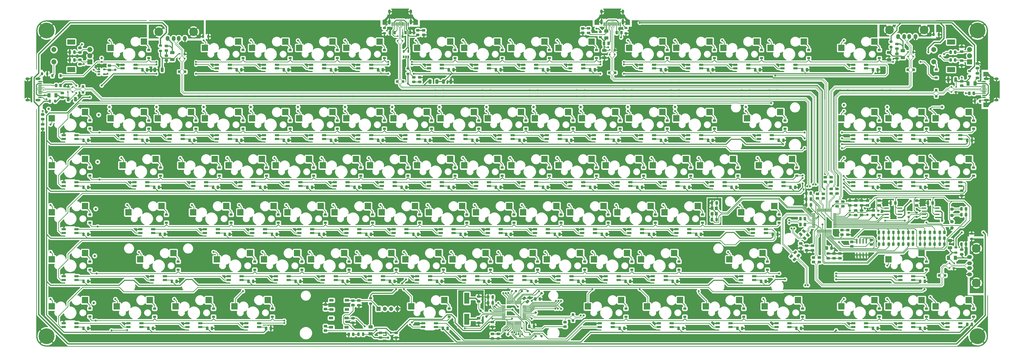
<source format=gbl>
%TF.GenerationSoftware,KiCad,Pcbnew,(5.1.10)-1*%
%TF.CreationDate,2021-11-05T23:24:12-04:00*%
%TF.ProjectId,custom_keyboard (f303),63757374-6f6d-45f6-9b65-79626f617264,rev?*%
%TF.SameCoordinates,Original*%
%TF.FileFunction,Copper,L2,Bot*%
%TF.FilePolarity,Positive*%
%FSLAX46Y46*%
G04 Gerber Fmt 4.6, Leading zero omitted, Abs format (unit mm)*
G04 Created by KiCad (PCBNEW (5.1.10)-1) date 2021-11-05 23:24:12*
%MOMM*%
%LPD*%
G01*
G04 APERTURE LIST*
%TA.AperFunction,SMDPad,CuDef*%
%ADD10R,1.800000X0.900000*%
%TD*%
%TA.AperFunction,SMDPad,CuDef*%
%ADD11R,2.550000X2.500000*%
%TD*%
%TA.AperFunction,SMDPad,CuDef*%
%ADD12O,0.270000X1.500000*%
%TD*%
%TA.AperFunction,SMDPad,CuDef*%
%ADD13O,1.500000X0.270000*%
%TD*%
%TA.AperFunction,SMDPad,CuDef*%
%ADD14R,0.650000X1.060000*%
%TD*%
%TA.AperFunction,SMDPad,CuDef*%
%ADD15R,1.800000X1.100000*%
%TD*%
%TA.AperFunction,SMDPad,CuDef*%
%ADD16R,1.000000X1.000000*%
%TD*%
%TA.AperFunction,ComponentPad*%
%ADD17C,1.000000*%
%TD*%
%TA.AperFunction,ComponentPad*%
%ADD18O,1.700000X1.700000*%
%TD*%
%TA.AperFunction,ComponentPad*%
%ADD19R,1.700000X1.700000*%
%TD*%
%TA.AperFunction,SMDPad,CuDef*%
%ADD20R,2.000000X4.500000*%
%TD*%
%TA.AperFunction,SMDPad,CuDef*%
%ADD21R,1.200000X0.900000*%
%TD*%
%TA.AperFunction,SMDPad,CuDef*%
%ADD22O,0.588000X2.045000*%
%TD*%
%TA.AperFunction,SMDPad,CuDef*%
%ADD23R,0.700000X1.000000*%
%TD*%
%TA.AperFunction,SMDPad,CuDef*%
%ADD24R,0.700000X0.600000*%
%TD*%
%TA.AperFunction,SMDPad,CuDef*%
%ADD25R,1.000000X0.700000*%
%TD*%
%TA.AperFunction,SMDPad,CuDef*%
%ADD26R,0.600000X0.700000*%
%TD*%
%TA.AperFunction,SMDPad,CuDef*%
%ADD27R,0.800000X0.900000*%
%TD*%
%TA.AperFunction,SMDPad,CuDef*%
%ADD28R,1.060000X0.650000*%
%TD*%
%TA.AperFunction,SMDPad,CuDef*%
%ADD29O,1.950000X0.568000*%
%TD*%
%TA.AperFunction,SMDPad,CuDef*%
%ADD30R,1.450000X0.600000*%
%TD*%
%TA.AperFunction,SMDPad,CuDef*%
%ADD31R,1.450000X0.300000*%
%TD*%
%TA.AperFunction,ComponentPad*%
%ADD32O,2.100000X1.000000*%
%TD*%
%TA.AperFunction,ComponentPad*%
%ADD33O,1.600000X1.000000*%
%TD*%
%TA.AperFunction,ComponentPad*%
%ADD34C,3.500000*%
%TD*%
%TA.AperFunction,ComponentPad*%
%ADD35O,1.500000X2.000000*%
%TD*%
%TA.AperFunction,SMDPad,CuDef*%
%ADD36R,1.200000X1.400000*%
%TD*%
%TA.AperFunction,SMDPad,CuDef*%
%ADD37R,0.600000X1.450000*%
%TD*%
%TA.AperFunction,SMDPad,CuDef*%
%ADD38R,0.300000X1.450000*%
%TD*%
%TA.AperFunction,ComponentPad*%
%ADD39O,1.000000X2.100000*%
%TD*%
%TA.AperFunction,ComponentPad*%
%ADD40O,1.000000X1.600000*%
%TD*%
%TA.AperFunction,ComponentPad*%
%ADD41O,2.000000X1.500000*%
%TD*%
%TA.AperFunction,SMDPad,CuDef*%
%ADD42R,0.900000X1.200000*%
%TD*%
%TA.AperFunction,ComponentPad*%
%ADD43R,2.000000X2.000000*%
%TD*%
%TA.AperFunction,ComponentPad*%
%ADD44C,2.000000*%
%TD*%
%TA.AperFunction,ComponentPad*%
%ADD45R,3.200000X2.000000*%
%TD*%
%TA.AperFunction,ComponentPad*%
%ADD46C,1.397000*%
%TD*%
%TA.AperFunction,ComponentPad*%
%ADD47C,6.400000*%
%TD*%
%TA.AperFunction,ViaPad*%
%ADD48C,0.800000*%
%TD*%
%TA.AperFunction,Conductor*%
%ADD49C,0.250000*%
%TD*%
%TA.AperFunction,Conductor*%
%ADD50C,0.200000*%
%TD*%
%TA.AperFunction,Conductor*%
%ADD51C,0.254000*%
%TD*%
%TA.AperFunction,Conductor*%
%ADD52C,0.381000*%
%TD*%
%TA.AperFunction,Conductor*%
%ADD53C,0.508000*%
%TD*%
%TA.AperFunction,Conductor*%
%ADD54C,0.100000*%
%TD*%
G04 APERTURE END LIST*
%TO.P,UD14,2*%
%TO.N,Net-(R59-Pad1)*%
%TA.AperFunction,SMDPad,CuDef*%
G36*
G01*
X440847200Y-242415950D02*
X440847200Y-243328450D01*
G75*
G02*
X440603450Y-243572200I-243750J0D01*
G01*
X440115950Y-243572200D01*
G75*
G02*
X439872200Y-243328450I0J243750D01*
G01*
X439872200Y-242415950D01*
G75*
G02*
X440115950Y-242172200I243750J0D01*
G01*
X440603450Y-242172200D01*
G75*
G02*
X440847200Y-242415950I0J-243750D01*
G01*
G37*
%TD.AperFunction*%
%TO.P,UD14,1*%
%TO.N,HUB_DRV*%
%TA.AperFunction,SMDPad,CuDef*%
G36*
G01*
X442722200Y-242415950D02*
X442722200Y-243328450D01*
G75*
G02*
X442478450Y-243572200I-243750J0D01*
G01*
X441990950Y-243572200D01*
G75*
G02*
X441747200Y-243328450I0J243750D01*
G01*
X441747200Y-242415950D01*
G75*
G02*
X441990950Y-242172200I243750J0D01*
G01*
X442478450Y-242172200D01*
G75*
G02*
X442722200Y-242415950I0J-243750D01*
G01*
G37*
%TD.AperFunction*%
%TD*%
%TO.P,UD13,2*%
%TO.N,Net-(R54-Pad1)*%
%TA.AperFunction,SMDPad,CuDef*%
G36*
G01*
X436878700Y-242415950D02*
X436878700Y-243328450D01*
G75*
G02*
X436634950Y-243572200I-243750J0D01*
G01*
X436147450Y-243572200D01*
G75*
G02*
X435903700Y-243328450I0J243750D01*
G01*
X435903700Y-242415950D01*
G75*
G02*
X436147450Y-242172200I243750J0D01*
G01*
X436634950Y-242172200D01*
G75*
G02*
X436878700Y-242415950I0J-243750D01*
G01*
G37*
%TD.AperFunction*%
%TO.P,UD13,1*%
%TO.N,HUB_DRV*%
%TA.AperFunction,SMDPad,CuDef*%
G36*
G01*
X438753700Y-242415950D02*
X438753700Y-243328450D01*
G75*
G02*
X438509950Y-243572200I-243750J0D01*
G01*
X438022450Y-243572200D01*
G75*
G02*
X437778700Y-243328450I0J243750D01*
G01*
X437778700Y-242415950D01*
G75*
G02*
X438022450Y-242172200I243750J0D01*
G01*
X438509950Y-242172200D01*
G75*
G02*
X438753700Y-242415950I0J-243750D01*
G01*
G37*
%TD.AperFunction*%
%TD*%
%TO.P,UD12,2*%
%TO.N,Net-(R49-Pad1)*%
%TA.AperFunction,SMDPad,CuDef*%
G36*
G01*
X432910200Y-242415950D02*
X432910200Y-243328450D01*
G75*
G02*
X432666450Y-243572200I-243750J0D01*
G01*
X432178950Y-243572200D01*
G75*
G02*
X431935200Y-243328450I0J243750D01*
G01*
X431935200Y-242415950D01*
G75*
G02*
X432178950Y-242172200I243750J0D01*
G01*
X432666450Y-242172200D01*
G75*
G02*
X432910200Y-242415950I0J-243750D01*
G01*
G37*
%TD.AperFunction*%
%TO.P,UD12,1*%
%TO.N,HUB_DRV*%
%TA.AperFunction,SMDPad,CuDef*%
G36*
G01*
X434785200Y-242415950D02*
X434785200Y-243328450D01*
G75*
G02*
X434541450Y-243572200I-243750J0D01*
G01*
X434053950Y-243572200D01*
G75*
G02*
X433810200Y-243328450I0J243750D01*
G01*
X433810200Y-242415950D01*
G75*
G02*
X434053950Y-242172200I243750J0D01*
G01*
X434541450Y-242172200D01*
G75*
G02*
X434785200Y-242415950I0J-243750D01*
G01*
G37*
%TD.AperFunction*%
%TD*%
%TO.P,UD11,2*%
%TO.N,Net-(R47-Pad1)*%
%TA.AperFunction,SMDPad,CuDef*%
G36*
G01*
X429048000Y-243328450D02*
X429048000Y-242415950D01*
G75*
G02*
X429291750Y-242172200I243750J0D01*
G01*
X429779250Y-242172200D01*
G75*
G02*
X430023000Y-242415950I0J-243750D01*
G01*
X430023000Y-243328450D01*
G75*
G02*
X429779250Y-243572200I-243750J0D01*
G01*
X429291750Y-243572200D01*
G75*
G02*
X429048000Y-243328450I0J243750D01*
G01*
G37*
%TD.AperFunction*%
%TO.P,UD11,1*%
%TO.N,HUB_DRV*%
%TA.AperFunction,SMDPad,CuDef*%
G36*
G01*
X427173000Y-243328450D02*
X427173000Y-242415950D01*
G75*
G02*
X427416750Y-242172200I243750J0D01*
G01*
X427904250Y-242172200D01*
G75*
G02*
X428148000Y-242415950I0J-243750D01*
G01*
X428148000Y-243328450D01*
G75*
G02*
X427904250Y-243572200I-243750J0D01*
G01*
X427416750Y-243572200D01*
G75*
G02*
X427173000Y-243328450I0J243750D01*
G01*
G37*
%TD.AperFunction*%
%TD*%
%TO.P,UD10,2*%
%TO.N,Net-(R46-Pad1)*%
%TA.AperFunction,SMDPad,CuDef*%
G36*
G01*
X425079500Y-243328450D02*
X425079500Y-242415950D01*
G75*
G02*
X425323250Y-242172200I243750J0D01*
G01*
X425810750Y-242172200D01*
G75*
G02*
X426054500Y-242415950I0J-243750D01*
G01*
X426054500Y-243328450D01*
G75*
G02*
X425810750Y-243572200I-243750J0D01*
G01*
X425323250Y-243572200D01*
G75*
G02*
X425079500Y-243328450I0J243750D01*
G01*
G37*
%TD.AperFunction*%
%TO.P,UD10,1*%
%TO.N,HUB_DRV*%
%TA.AperFunction,SMDPad,CuDef*%
G36*
G01*
X423204500Y-243328450D02*
X423204500Y-242415950D01*
G75*
G02*
X423448250Y-242172200I243750J0D01*
G01*
X423935750Y-242172200D01*
G75*
G02*
X424179500Y-242415950I0J-243750D01*
G01*
X424179500Y-243328450D01*
G75*
G02*
X423935750Y-243572200I-243750J0D01*
G01*
X423448250Y-243572200D01*
G75*
G02*
X423204500Y-243328450I0J243750D01*
G01*
G37*
%TD.AperFunction*%
%TD*%
%TO.P,UD9,2*%
%TO.N,Net-(R44-Pad1)*%
%TA.AperFunction,SMDPad,CuDef*%
G36*
G01*
X421111000Y-243328450D02*
X421111000Y-242415950D01*
G75*
G02*
X421354750Y-242172200I243750J0D01*
G01*
X421842250Y-242172200D01*
G75*
G02*
X422086000Y-242415950I0J-243750D01*
G01*
X422086000Y-243328450D01*
G75*
G02*
X421842250Y-243572200I-243750J0D01*
G01*
X421354750Y-243572200D01*
G75*
G02*
X421111000Y-243328450I0J243750D01*
G01*
G37*
%TD.AperFunction*%
%TO.P,UD9,1*%
%TO.N,HUB_DRV*%
%TA.AperFunction,SMDPad,CuDef*%
G36*
G01*
X419236000Y-243328450D02*
X419236000Y-242415950D01*
G75*
G02*
X419479750Y-242172200I243750J0D01*
G01*
X419967250Y-242172200D01*
G75*
G02*
X420211000Y-242415950I0J-243750D01*
G01*
X420211000Y-243328450D01*
G75*
G02*
X419967250Y-243572200I-243750J0D01*
G01*
X419479750Y-243572200D01*
G75*
G02*
X419236000Y-243328450I0J243750D01*
G01*
G37*
%TD.AperFunction*%
%TD*%
%TO.P,UD8,2*%
%TO.N,Net-(R37-Pad1)*%
%TA.AperFunction,SMDPad,CuDef*%
G36*
G01*
X417142500Y-243328450D02*
X417142500Y-242415950D01*
G75*
G02*
X417386250Y-242172200I243750J0D01*
G01*
X417873750Y-242172200D01*
G75*
G02*
X418117500Y-242415950I0J-243750D01*
G01*
X418117500Y-243328450D01*
G75*
G02*
X417873750Y-243572200I-243750J0D01*
G01*
X417386250Y-243572200D01*
G75*
G02*
X417142500Y-243328450I0J243750D01*
G01*
G37*
%TD.AperFunction*%
%TO.P,UD8,1*%
%TO.N,HUB_DRV*%
%TA.AperFunction,SMDPad,CuDef*%
G36*
G01*
X415267500Y-243328450D02*
X415267500Y-242415950D01*
G75*
G02*
X415511250Y-242172200I243750J0D01*
G01*
X415998750Y-242172200D01*
G75*
G02*
X416242500Y-242415950I0J-243750D01*
G01*
X416242500Y-243328450D01*
G75*
G02*
X415998750Y-243572200I-243750J0D01*
G01*
X415511250Y-243572200D01*
G75*
G02*
X415267500Y-243328450I0J243750D01*
G01*
G37*
%TD.AperFunction*%
%TD*%
%TO.P,U14,48*%
%TO.N,+3V3*%
%TA.AperFunction,SMDPad,CuDef*%
G36*
G01*
X265370600Y-277857800D02*
X265370600Y-276532800D01*
G75*
G02*
X265445600Y-276457800I75000J0D01*
G01*
X265595600Y-276457800D01*
G75*
G02*
X265670600Y-276532800I0J-75000D01*
G01*
X265670600Y-277857800D01*
G75*
G02*
X265595600Y-277932800I-75000J0D01*
G01*
X265445600Y-277932800D01*
G75*
G02*
X265370600Y-277857800I0J75000D01*
G01*
G37*
%TD.AperFunction*%
%TO.P,U14,47*%
%TO.N,GND*%
%TA.AperFunction,SMDPad,CuDef*%
G36*
G01*
X265870600Y-277857800D02*
X265870600Y-276532800D01*
G75*
G02*
X265945600Y-276457800I75000J0D01*
G01*
X266095600Y-276457800D01*
G75*
G02*
X266170600Y-276532800I0J-75000D01*
G01*
X266170600Y-277857800D01*
G75*
G02*
X266095600Y-277932800I-75000J0D01*
G01*
X265945600Y-277932800D01*
G75*
G02*
X265870600Y-277857800I0J75000D01*
G01*
G37*
%TD.AperFunction*%
%TO.P,U14,46*%
%TO.N,ROT1_ROW*%
%TA.AperFunction,SMDPad,CuDef*%
G36*
G01*
X266370600Y-277857800D02*
X266370600Y-276532800D01*
G75*
G02*
X266445600Y-276457800I75000J0D01*
G01*
X266595600Y-276457800D01*
G75*
G02*
X266670600Y-276532800I0J-75000D01*
G01*
X266670600Y-277857800D01*
G75*
G02*
X266595600Y-277932800I-75000J0D01*
G01*
X266445600Y-277932800D01*
G75*
G02*
X266370600Y-277857800I0J75000D01*
G01*
G37*
%TD.AperFunction*%
%TO.P,U14,45*%
%TO.N,ROW1*%
%TA.AperFunction,SMDPad,CuDef*%
G36*
G01*
X266870600Y-277857800D02*
X266870600Y-276532800D01*
G75*
G02*
X266945600Y-276457800I75000J0D01*
G01*
X267095600Y-276457800D01*
G75*
G02*
X267170600Y-276532800I0J-75000D01*
G01*
X267170600Y-277857800D01*
G75*
G02*
X267095600Y-277932800I-75000J0D01*
G01*
X266945600Y-277932800D01*
G75*
G02*
X266870600Y-277857800I0J75000D01*
G01*
G37*
%TD.AperFunction*%
%TO.P,U14,44*%
%TO.N,BOOT0*%
%TA.AperFunction,SMDPad,CuDef*%
G36*
G01*
X267370600Y-277857800D02*
X267370600Y-276532800D01*
G75*
G02*
X267445600Y-276457800I75000J0D01*
G01*
X267595600Y-276457800D01*
G75*
G02*
X267670600Y-276532800I0J-75000D01*
G01*
X267670600Y-277857800D01*
G75*
G02*
X267595600Y-277932800I-75000J0D01*
G01*
X267445600Y-277932800D01*
G75*
G02*
X267370600Y-277857800I0J75000D01*
G01*
G37*
%TD.AperFunction*%
%TO.P,U14,43*%
%TO.N,KEYBOARD_SDA*%
%TA.AperFunction,SMDPad,CuDef*%
G36*
G01*
X267870600Y-277857800D02*
X267870600Y-276532800D01*
G75*
G02*
X267945600Y-276457800I75000J0D01*
G01*
X268095600Y-276457800D01*
G75*
G02*
X268170600Y-276532800I0J-75000D01*
G01*
X268170600Y-277857800D01*
G75*
G02*
X268095600Y-277932800I-75000J0D01*
G01*
X267945600Y-277932800D01*
G75*
G02*
X267870600Y-277857800I0J75000D01*
G01*
G37*
%TD.AperFunction*%
%TO.P,U14,42*%
%TO.N,KEYBOARD_SCL*%
%TA.AperFunction,SMDPad,CuDef*%
G36*
G01*
X268370600Y-277857800D02*
X268370600Y-276532800D01*
G75*
G02*
X268445600Y-276457800I75000J0D01*
G01*
X268595600Y-276457800D01*
G75*
G02*
X268670600Y-276532800I0J-75000D01*
G01*
X268670600Y-277857800D01*
G75*
G02*
X268595600Y-277932800I-75000J0D01*
G01*
X268445600Y-277932800D01*
G75*
G02*
X268370600Y-277857800I0J75000D01*
G01*
G37*
%TD.AperFunction*%
%TO.P,U14,41*%
%TO.N,ROW2*%
%TA.AperFunction,SMDPad,CuDef*%
G36*
G01*
X268870600Y-277857800D02*
X268870600Y-276532800D01*
G75*
G02*
X268945600Y-276457800I75000J0D01*
G01*
X269095600Y-276457800D01*
G75*
G02*
X269170600Y-276532800I0J-75000D01*
G01*
X269170600Y-277857800D01*
G75*
G02*
X269095600Y-277932800I-75000J0D01*
G01*
X268945600Y-277932800D01*
G75*
G02*
X268870600Y-277857800I0J75000D01*
G01*
G37*
%TD.AperFunction*%
%TO.P,U14,40*%
%TO.N,ROW3*%
%TA.AperFunction,SMDPad,CuDef*%
G36*
G01*
X269370600Y-277857800D02*
X269370600Y-276532800D01*
G75*
G02*
X269445600Y-276457800I75000J0D01*
G01*
X269595600Y-276457800D01*
G75*
G02*
X269670600Y-276532800I0J-75000D01*
G01*
X269670600Y-277857800D01*
G75*
G02*
X269595600Y-277932800I-75000J0D01*
G01*
X269445600Y-277932800D01*
G75*
G02*
X269370600Y-277857800I0J75000D01*
G01*
G37*
%TD.AperFunction*%
%TO.P,U14,39*%
%TO.N,ROW4*%
%TA.AperFunction,SMDPad,CuDef*%
G36*
G01*
X269870600Y-277857800D02*
X269870600Y-276532800D01*
G75*
G02*
X269945600Y-276457800I75000J0D01*
G01*
X270095600Y-276457800D01*
G75*
G02*
X270170600Y-276532800I0J-75000D01*
G01*
X270170600Y-277857800D01*
G75*
G02*
X270095600Y-277932800I-75000J0D01*
G01*
X269945600Y-277932800D01*
G75*
G02*
X269870600Y-277857800I0J75000D01*
G01*
G37*
%TD.AperFunction*%
%TO.P,U14,38*%
%TO.N,ROW5*%
%TA.AperFunction,SMDPad,CuDef*%
G36*
G01*
X270370600Y-277857800D02*
X270370600Y-276532800D01*
G75*
G02*
X270445600Y-276457800I75000J0D01*
G01*
X270595600Y-276457800D01*
G75*
G02*
X270670600Y-276532800I0J-75000D01*
G01*
X270670600Y-277857800D01*
G75*
G02*
X270595600Y-277932800I-75000J0D01*
G01*
X270445600Y-277932800D01*
G75*
G02*
X270370600Y-277857800I0J75000D01*
G01*
G37*
%TD.AperFunction*%
%TO.P,U14,37*%
%TO.N,SWCLK*%
%TA.AperFunction,SMDPad,CuDef*%
G36*
G01*
X270870600Y-277857800D02*
X270870600Y-276532800D01*
G75*
G02*
X270945600Y-276457800I75000J0D01*
G01*
X271095600Y-276457800D01*
G75*
G02*
X271170600Y-276532800I0J-75000D01*
G01*
X271170600Y-277857800D01*
G75*
G02*
X271095600Y-277932800I-75000J0D01*
G01*
X270945600Y-277932800D01*
G75*
G02*
X270870600Y-277857800I0J75000D01*
G01*
G37*
%TD.AperFunction*%
%TO.P,U14,36*%
%TO.N,+3V3*%
%TA.AperFunction,SMDPad,CuDef*%
G36*
G01*
X271695600Y-275857800D02*
X271695600Y-275707800D01*
G75*
G02*
X271770600Y-275632800I75000J0D01*
G01*
X273095600Y-275632800D01*
G75*
G02*
X273170600Y-275707800I0J-75000D01*
G01*
X273170600Y-275857800D01*
G75*
G02*
X273095600Y-275932800I-75000J0D01*
G01*
X271770600Y-275932800D01*
G75*
G02*
X271695600Y-275857800I0J75000D01*
G01*
G37*
%TD.AperFunction*%
%TO.P,U14,35*%
%TO.N,GND*%
%TA.AperFunction,SMDPad,CuDef*%
G36*
G01*
X271695600Y-275357800D02*
X271695600Y-275207800D01*
G75*
G02*
X271770600Y-275132800I75000J0D01*
G01*
X273095600Y-275132800D01*
G75*
G02*
X273170600Y-275207800I0J-75000D01*
G01*
X273170600Y-275357800D01*
G75*
G02*
X273095600Y-275432800I-75000J0D01*
G01*
X271770600Y-275432800D01*
G75*
G02*
X271695600Y-275357800I0J75000D01*
G01*
G37*
%TD.AperFunction*%
%TO.P,U14,34*%
%TO.N,SWDIO*%
%TA.AperFunction,SMDPad,CuDef*%
G36*
G01*
X271695600Y-274857800D02*
X271695600Y-274707800D01*
G75*
G02*
X271770600Y-274632800I75000J0D01*
G01*
X273095600Y-274632800D01*
G75*
G02*
X273170600Y-274707800I0J-75000D01*
G01*
X273170600Y-274857800D01*
G75*
G02*
X273095600Y-274932800I-75000J0D01*
G01*
X271770600Y-274932800D01*
G75*
G02*
X271695600Y-274857800I0J75000D01*
G01*
G37*
%TD.AperFunction*%
%TO.P,U14,33*%
%TO.N,KEYBOARD_D+*%
%TA.AperFunction,SMDPad,CuDef*%
G36*
G01*
X271695600Y-274357800D02*
X271695600Y-274207800D01*
G75*
G02*
X271770600Y-274132800I75000J0D01*
G01*
X273095600Y-274132800D01*
G75*
G02*
X273170600Y-274207800I0J-75000D01*
G01*
X273170600Y-274357800D01*
G75*
G02*
X273095600Y-274432800I-75000J0D01*
G01*
X271770600Y-274432800D01*
G75*
G02*
X271695600Y-274357800I0J75000D01*
G01*
G37*
%TD.AperFunction*%
%TO.P,U14,32*%
%TO.N,KEYBOARD_D-*%
%TA.AperFunction,SMDPad,CuDef*%
G36*
G01*
X271695600Y-273857800D02*
X271695600Y-273707800D01*
G75*
G02*
X271770600Y-273632800I75000J0D01*
G01*
X273095600Y-273632800D01*
G75*
G02*
X273170600Y-273707800I0J-75000D01*
G01*
X273170600Y-273857800D01*
G75*
G02*
X273095600Y-273932800I-75000J0D01*
G01*
X271770600Y-273932800D01*
G75*
G02*
X271695600Y-273857800I0J75000D01*
G01*
G37*
%TD.AperFunction*%
%TO.P,U14,31*%
%TO.N,BKL_DATA_IN_3V3*%
%TA.AperFunction,SMDPad,CuDef*%
G36*
G01*
X271695600Y-273357800D02*
X271695600Y-273207800D01*
G75*
G02*
X271770600Y-273132800I75000J0D01*
G01*
X273095600Y-273132800D01*
G75*
G02*
X273170600Y-273207800I0J-75000D01*
G01*
X273170600Y-273357800D01*
G75*
G02*
X273095600Y-273432800I-75000J0D01*
G01*
X271770600Y-273432800D01*
G75*
G02*
X271695600Y-273357800I0J75000D01*
G01*
G37*
%TD.AperFunction*%
%TO.P,U14,30*%
%TO.N,COL17*%
%TA.AperFunction,SMDPad,CuDef*%
G36*
G01*
X271695600Y-272857800D02*
X271695600Y-272707800D01*
G75*
G02*
X271770600Y-272632800I75000J0D01*
G01*
X273095600Y-272632800D01*
G75*
G02*
X273170600Y-272707800I0J-75000D01*
G01*
X273170600Y-272857800D01*
G75*
G02*
X273095600Y-272932800I-75000J0D01*
G01*
X271770600Y-272932800D01*
G75*
G02*
X271695600Y-272857800I0J75000D01*
G01*
G37*
%TD.AperFunction*%
%TO.P,U14,29*%
%TO.N,COL16*%
%TA.AperFunction,SMDPad,CuDef*%
G36*
G01*
X271695600Y-272357800D02*
X271695600Y-272207800D01*
G75*
G02*
X271770600Y-272132800I75000J0D01*
G01*
X273095600Y-272132800D01*
G75*
G02*
X273170600Y-272207800I0J-75000D01*
G01*
X273170600Y-272357800D01*
G75*
G02*
X273095600Y-272432800I-75000J0D01*
G01*
X271770600Y-272432800D01*
G75*
G02*
X271695600Y-272357800I0J75000D01*
G01*
G37*
%TD.AperFunction*%
%TO.P,U14,28*%
%TO.N,COL15*%
%TA.AperFunction,SMDPad,CuDef*%
G36*
G01*
X271695600Y-271857800D02*
X271695600Y-271707800D01*
G75*
G02*
X271770600Y-271632800I75000J0D01*
G01*
X273095600Y-271632800D01*
G75*
G02*
X273170600Y-271707800I0J-75000D01*
G01*
X273170600Y-271857800D01*
G75*
G02*
X273095600Y-271932800I-75000J0D01*
G01*
X271770600Y-271932800D01*
G75*
G02*
X271695600Y-271857800I0J75000D01*
G01*
G37*
%TD.AperFunction*%
%TO.P,U14,27*%
%TO.N,COL14*%
%TA.AperFunction,SMDPad,CuDef*%
G36*
G01*
X271695600Y-271357800D02*
X271695600Y-271207800D01*
G75*
G02*
X271770600Y-271132800I75000J0D01*
G01*
X273095600Y-271132800D01*
G75*
G02*
X273170600Y-271207800I0J-75000D01*
G01*
X273170600Y-271357800D01*
G75*
G02*
X273095600Y-271432800I-75000J0D01*
G01*
X271770600Y-271432800D01*
G75*
G02*
X271695600Y-271357800I0J75000D01*
G01*
G37*
%TD.AperFunction*%
%TO.P,U14,26*%
%TO.N,COL13*%
%TA.AperFunction,SMDPad,CuDef*%
G36*
G01*
X271695600Y-270857800D02*
X271695600Y-270707800D01*
G75*
G02*
X271770600Y-270632800I75000J0D01*
G01*
X273095600Y-270632800D01*
G75*
G02*
X273170600Y-270707800I0J-75000D01*
G01*
X273170600Y-270857800D01*
G75*
G02*
X273095600Y-270932800I-75000J0D01*
G01*
X271770600Y-270932800D01*
G75*
G02*
X271695600Y-270857800I0J75000D01*
G01*
G37*
%TD.AperFunction*%
%TO.P,U14,25*%
%TO.N,COL12*%
%TA.AperFunction,SMDPad,CuDef*%
G36*
G01*
X271695600Y-270357800D02*
X271695600Y-270207800D01*
G75*
G02*
X271770600Y-270132800I75000J0D01*
G01*
X273095600Y-270132800D01*
G75*
G02*
X273170600Y-270207800I0J-75000D01*
G01*
X273170600Y-270357800D01*
G75*
G02*
X273095600Y-270432800I-75000J0D01*
G01*
X271770600Y-270432800D01*
G75*
G02*
X271695600Y-270357800I0J75000D01*
G01*
G37*
%TD.AperFunction*%
%TO.P,U14,24*%
%TO.N,+3V3*%
%TA.AperFunction,SMDPad,CuDef*%
G36*
G01*
X270870600Y-269532800D02*
X270870600Y-268207800D01*
G75*
G02*
X270945600Y-268132800I75000J0D01*
G01*
X271095600Y-268132800D01*
G75*
G02*
X271170600Y-268207800I0J-75000D01*
G01*
X271170600Y-269532800D01*
G75*
G02*
X271095600Y-269607800I-75000J0D01*
G01*
X270945600Y-269607800D01*
G75*
G02*
X270870600Y-269532800I0J75000D01*
G01*
G37*
%TD.AperFunction*%
%TO.P,U14,23*%
%TO.N,GND*%
%TA.AperFunction,SMDPad,CuDef*%
G36*
G01*
X270370600Y-269532800D02*
X270370600Y-268207800D01*
G75*
G02*
X270445600Y-268132800I75000J0D01*
G01*
X270595600Y-268132800D01*
G75*
G02*
X270670600Y-268207800I0J-75000D01*
G01*
X270670600Y-269532800D01*
G75*
G02*
X270595600Y-269607800I-75000J0D01*
G01*
X270445600Y-269607800D01*
G75*
G02*
X270370600Y-269532800I0J75000D01*
G01*
G37*
%TD.AperFunction*%
%TO.P,U14,22*%
%TO.N,COL11*%
%TA.AperFunction,SMDPad,CuDef*%
G36*
G01*
X269870600Y-269532800D02*
X269870600Y-268207800D01*
G75*
G02*
X269945600Y-268132800I75000J0D01*
G01*
X270095600Y-268132800D01*
G75*
G02*
X270170600Y-268207800I0J-75000D01*
G01*
X270170600Y-269532800D01*
G75*
G02*
X270095600Y-269607800I-75000J0D01*
G01*
X269945600Y-269607800D01*
G75*
G02*
X269870600Y-269532800I0J75000D01*
G01*
G37*
%TD.AperFunction*%
%TO.P,U14,21*%
%TO.N,COL10*%
%TA.AperFunction,SMDPad,CuDef*%
G36*
G01*
X269370600Y-269532800D02*
X269370600Y-268207800D01*
G75*
G02*
X269445600Y-268132800I75000J0D01*
G01*
X269595600Y-268132800D01*
G75*
G02*
X269670600Y-268207800I0J-75000D01*
G01*
X269670600Y-269532800D01*
G75*
G02*
X269595600Y-269607800I-75000J0D01*
G01*
X269445600Y-269607800D01*
G75*
G02*
X269370600Y-269532800I0J75000D01*
G01*
G37*
%TD.AperFunction*%
%TO.P,U14,20*%
%TO.N,BOOT1*%
%TA.AperFunction,SMDPad,CuDef*%
G36*
G01*
X268870600Y-269532800D02*
X268870600Y-268207800D01*
G75*
G02*
X268945600Y-268132800I75000J0D01*
G01*
X269095600Y-268132800D01*
G75*
G02*
X269170600Y-268207800I0J-75000D01*
G01*
X269170600Y-269532800D01*
G75*
G02*
X269095600Y-269607800I-75000J0D01*
G01*
X268945600Y-269607800D01*
G75*
G02*
X268870600Y-269532800I0J75000D01*
G01*
G37*
%TD.AperFunction*%
%TO.P,U14,19*%
%TO.N,ENCODER_B2*%
%TA.AperFunction,SMDPad,CuDef*%
G36*
G01*
X268370600Y-269532800D02*
X268370600Y-268207800D01*
G75*
G02*
X268445600Y-268132800I75000J0D01*
G01*
X268595600Y-268132800D01*
G75*
G02*
X268670600Y-268207800I0J-75000D01*
G01*
X268670600Y-269532800D01*
G75*
G02*
X268595600Y-269607800I-75000J0D01*
G01*
X268445600Y-269607800D01*
G75*
G02*
X268370600Y-269532800I0J75000D01*
G01*
G37*
%TD.AperFunction*%
%TO.P,U14,18*%
%TO.N,ENCODER_B1*%
%TA.AperFunction,SMDPad,CuDef*%
G36*
G01*
X267870600Y-269532800D02*
X267870600Y-268207800D01*
G75*
G02*
X267945600Y-268132800I75000J0D01*
G01*
X268095600Y-268132800D01*
G75*
G02*
X268170600Y-268207800I0J-75000D01*
G01*
X268170600Y-269532800D01*
G75*
G02*
X268095600Y-269607800I-75000J0D01*
G01*
X267945600Y-269607800D01*
G75*
G02*
X267870600Y-269532800I0J75000D01*
G01*
G37*
%TD.AperFunction*%
%TO.P,U14,17*%
%TO.N,ENCODER_A*%
%TA.AperFunction,SMDPad,CuDef*%
G36*
G01*
X267370600Y-269532800D02*
X267370600Y-268207800D01*
G75*
G02*
X267445600Y-268132800I75000J0D01*
G01*
X267595600Y-268132800D01*
G75*
G02*
X267670600Y-268207800I0J-75000D01*
G01*
X267670600Y-269532800D01*
G75*
G02*
X267595600Y-269607800I-75000J0D01*
G01*
X267445600Y-269607800D01*
G75*
G02*
X267370600Y-269532800I0J75000D01*
G01*
G37*
%TD.AperFunction*%
%TO.P,U14,16*%
%TO.N,COL9*%
%TA.AperFunction,SMDPad,CuDef*%
G36*
G01*
X266870600Y-269532800D02*
X266870600Y-268207800D01*
G75*
G02*
X266945600Y-268132800I75000J0D01*
G01*
X267095600Y-268132800D01*
G75*
G02*
X267170600Y-268207800I0J-75000D01*
G01*
X267170600Y-269532800D01*
G75*
G02*
X267095600Y-269607800I-75000J0D01*
G01*
X266945600Y-269607800D01*
G75*
G02*
X266870600Y-269532800I0J75000D01*
G01*
G37*
%TD.AperFunction*%
%TO.P,U14,15*%
%TO.N,COL8*%
%TA.AperFunction,SMDPad,CuDef*%
G36*
G01*
X266370600Y-269532800D02*
X266370600Y-268207800D01*
G75*
G02*
X266445600Y-268132800I75000J0D01*
G01*
X266595600Y-268132800D01*
G75*
G02*
X266670600Y-268207800I0J-75000D01*
G01*
X266670600Y-269532800D01*
G75*
G02*
X266595600Y-269607800I-75000J0D01*
G01*
X266445600Y-269607800D01*
G75*
G02*
X266370600Y-269532800I0J75000D01*
G01*
G37*
%TD.AperFunction*%
%TO.P,U14,14*%
%TO.N,COL7*%
%TA.AperFunction,SMDPad,CuDef*%
G36*
G01*
X265870600Y-269532800D02*
X265870600Y-268207800D01*
G75*
G02*
X265945600Y-268132800I75000J0D01*
G01*
X266095600Y-268132800D01*
G75*
G02*
X266170600Y-268207800I0J-75000D01*
G01*
X266170600Y-269532800D01*
G75*
G02*
X266095600Y-269607800I-75000J0D01*
G01*
X265945600Y-269607800D01*
G75*
G02*
X265870600Y-269532800I0J75000D01*
G01*
G37*
%TD.AperFunction*%
%TO.P,U14,13*%
%TO.N,COL6*%
%TA.AperFunction,SMDPad,CuDef*%
G36*
G01*
X265370600Y-269532800D02*
X265370600Y-268207800D01*
G75*
G02*
X265445600Y-268132800I75000J0D01*
G01*
X265595600Y-268132800D01*
G75*
G02*
X265670600Y-268207800I0J-75000D01*
G01*
X265670600Y-269532800D01*
G75*
G02*
X265595600Y-269607800I-75000J0D01*
G01*
X265445600Y-269607800D01*
G75*
G02*
X265370600Y-269532800I0J75000D01*
G01*
G37*
%TD.AperFunction*%
%TO.P,U14,12*%
%TO.N,COL5*%
%TA.AperFunction,SMDPad,CuDef*%
G36*
G01*
X263370600Y-270357800D02*
X263370600Y-270207800D01*
G75*
G02*
X263445600Y-270132800I75000J0D01*
G01*
X264770600Y-270132800D01*
G75*
G02*
X264845600Y-270207800I0J-75000D01*
G01*
X264845600Y-270357800D01*
G75*
G02*
X264770600Y-270432800I-75000J0D01*
G01*
X263445600Y-270432800D01*
G75*
G02*
X263370600Y-270357800I0J75000D01*
G01*
G37*
%TD.AperFunction*%
%TO.P,U14,11*%
%TO.N,COL4*%
%TA.AperFunction,SMDPad,CuDef*%
G36*
G01*
X263370600Y-270857800D02*
X263370600Y-270707800D01*
G75*
G02*
X263445600Y-270632800I75000J0D01*
G01*
X264770600Y-270632800D01*
G75*
G02*
X264845600Y-270707800I0J-75000D01*
G01*
X264845600Y-270857800D01*
G75*
G02*
X264770600Y-270932800I-75000J0D01*
G01*
X263445600Y-270932800D01*
G75*
G02*
X263370600Y-270857800I0J75000D01*
G01*
G37*
%TD.AperFunction*%
%TO.P,U14,10*%
%TO.N,COL3*%
%TA.AperFunction,SMDPad,CuDef*%
G36*
G01*
X263370600Y-271357800D02*
X263370600Y-271207800D01*
G75*
G02*
X263445600Y-271132800I75000J0D01*
G01*
X264770600Y-271132800D01*
G75*
G02*
X264845600Y-271207800I0J-75000D01*
G01*
X264845600Y-271357800D01*
G75*
G02*
X264770600Y-271432800I-75000J0D01*
G01*
X263445600Y-271432800D01*
G75*
G02*
X263370600Y-271357800I0J75000D01*
G01*
G37*
%TD.AperFunction*%
%TO.P,U14,9*%
%TO.N,+3V3*%
%TA.AperFunction,SMDPad,CuDef*%
G36*
G01*
X263370600Y-271857800D02*
X263370600Y-271707800D01*
G75*
G02*
X263445600Y-271632800I75000J0D01*
G01*
X264770600Y-271632800D01*
G75*
G02*
X264845600Y-271707800I0J-75000D01*
G01*
X264845600Y-271857800D01*
G75*
G02*
X264770600Y-271932800I-75000J0D01*
G01*
X263445600Y-271932800D01*
G75*
G02*
X263370600Y-271857800I0J75000D01*
G01*
G37*
%TD.AperFunction*%
%TO.P,U14,8*%
%TO.N,GND*%
%TA.AperFunction,SMDPad,CuDef*%
G36*
G01*
X263370600Y-272357800D02*
X263370600Y-272207800D01*
G75*
G02*
X263445600Y-272132800I75000J0D01*
G01*
X264770600Y-272132800D01*
G75*
G02*
X264845600Y-272207800I0J-75000D01*
G01*
X264845600Y-272357800D01*
G75*
G02*
X264770600Y-272432800I-75000J0D01*
G01*
X263445600Y-272432800D01*
G75*
G02*
X263370600Y-272357800I0J75000D01*
G01*
G37*
%TD.AperFunction*%
%TO.P,U14,7*%
%TO.N,KEYBOARD_RESET*%
%TA.AperFunction,SMDPad,CuDef*%
G36*
G01*
X263370600Y-272857800D02*
X263370600Y-272707800D01*
G75*
G02*
X263445600Y-272632800I75000J0D01*
G01*
X264770600Y-272632800D01*
G75*
G02*
X264845600Y-272707800I0J-75000D01*
G01*
X264845600Y-272857800D01*
G75*
G02*
X264770600Y-272932800I-75000J0D01*
G01*
X263445600Y-272932800D01*
G75*
G02*
X263370600Y-272857800I0J75000D01*
G01*
G37*
%TD.AperFunction*%
%TO.P,U14,6*%
%TO.N,KEYBOARD_XTAL2*%
%TA.AperFunction,SMDPad,CuDef*%
G36*
G01*
X263370600Y-273357800D02*
X263370600Y-273207800D01*
G75*
G02*
X263445600Y-273132800I75000J0D01*
G01*
X264770600Y-273132800D01*
G75*
G02*
X264845600Y-273207800I0J-75000D01*
G01*
X264845600Y-273357800D01*
G75*
G02*
X264770600Y-273432800I-75000J0D01*
G01*
X263445600Y-273432800D01*
G75*
G02*
X263370600Y-273357800I0J75000D01*
G01*
G37*
%TD.AperFunction*%
%TO.P,U14,5*%
%TO.N,KEYBOARD_XTAL1*%
%TA.AperFunction,SMDPad,CuDef*%
G36*
G01*
X263370600Y-273857800D02*
X263370600Y-273707800D01*
G75*
G02*
X263445600Y-273632800I75000J0D01*
G01*
X264770600Y-273632800D01*
G75*
G02*
X264845600Y-273707800I0J-75000D01*
G01*
X264845600Y-273857800D01*
G75*
G02*
X264770600Y-273932800I-75000J0D01*
G01*
X263445600Y-273932800D01*
G75*
G02*
X263370600Y-273857800I0J75000D01*
G01*
G37*
%TD.AperFunction*%
%TO.P,U14,4*%
%TO.N,COL1*%
%TA.AperFunction,SMDPad,CuDef*%
G36*
G01*
X263370600Y-274357800D02*
X263370600Y-274207800D01*
G75*
G02*
X263445600Y-274132800I75000J0D01*
G01*
X264770600Y-274132800D01*
G75*
G02*
X264845600Y-274207800I0J-75000D01*
G01*
X264845600Y-274357800D01*
G75*
G02*
X264770600Y-274432800I-75000J0D01*
G01*
X263445600Y-274432800D01*
G75*
G02*
X263370600Y-274357800I0J75000D01*
G01*
G37*
%TD.AperFunction*%
%TO.P,U14,3*%
%TO.N,COL0*%
%TA.AperFunction,SMDPad,CuDef*%
G36*
G01*
X263370600Y-274857800D02*
X263370600Y-274707800D01*
G75*
G02*
X263445600Y-274632800I75000J0D01*
G01*
X264770600Y-274632800D01*
G75*
G02*
X264845600Y-274707800I0J-75000D01*
G01*
X264845600Y-274857800D01*
G75*
G02*
X264770600Y-274932800I-75000J0D01*
G01*
X263445600Y-274932800D01*
G75*
G02*
X263370600Y-274857800I0J75000D01*
G01*
G37*
%TD.AperFunction*%
%TO.P,U14,2*%
%TO.N,COL2*%
%TA.AperFunction,SMDPad,CuDef*%
G36*
G01*
X263370600Y-275357800D02*
X263370600Y-275207800D01*
G75*
G02*
X263445600Y-275132800I75000J0D01*
G01*
X264770600Y-275132800D01*
G75*
G02*
X264845600Y-275207800I0J-75000D01*
G01*
X264845600Y-275357800D01*
G75*
G02*
X264770600Y-275432800I-75000J0D01*
G01*
X263445600Y-275432800D01*
G75*
G02*
X263370600Y-275357800I0J75000D01*
G01*
G37*
%TD.AperFunction*%
%TO.P,U14,1*%
%TO.N,+3V3*%
%TA.AperFunction,SMDPad,CuDef*%
G36*
G01*
X263370600Y-275857800D02*
X263370600Y-275707800D01*
G75*
G02*
X263445600Y-275632800I75000J0D01*
G01*
X264770600Y-275632800D01*
G75*
G02*
X264845600Y-275707800I0J-75000D01*
G01*
X264845600Y-275857800D01*
G75*
G02*
X264770600Y-275932800I-75000J0D01*
G01*
X263445600Y-275932800D01*
G75*
G02*
X263370600Y-275857800I0J75000D01*
G01*
G37*
%TD.AperFunction*%
%TD*%
D10*
%TO.P,MX84,6*%
%TO.N,+5V*%
X308174500Y-278832800D03*
%TO.P,MX84,5*%
%TO.N,Net-(MX84-Pad5)*%
X308174500Y-277332800D03*
%TO.P,MX84,4*%
%TO.N,Net-(MX83-Pad5)*%
X302974500Y-278832800D03*
%TO.P,MX84,3*%
%TO.N,GND*%
X302974500Y-277332800D03*
D11*
%TO.P,MX84,2*%
%TO.N,Net-(KD84-Pad2)*%
X311589500Y-267952800D03*
%TO.P,MX84,1*%
%TO.N,COL10*%
X298164500Y-270492800D03*
%TD*%
D10*
%TO.P,MX14,6*%
%TO.N,+5V*%
X410561800Y-174064400D03*
%TO.P,MX14,5*%
%TO.N,DOUT1*%
X410561800Y-172564400D03*
%TO.P,MX14,4*%
%TO.N,Net-(MX13-Pad5)*%
X405361800Y-174064400D03*
%TO.P,MX14,3*%
%TO.N,GND*%
X405361800Y-172564400D03*
D11*
%TO.P,MX14,2*%
%TO.N,Net-(KD14-Pad2)*%
X413976800Y-163184400D03*
%TO.P,MX14,1*%
%TO.N,COL15*%
X400551800Y-165724400D03*
%TD*%
%TO.P,R27,2*%
%TO.N,BOOT1*%
%TA.AperFunction,SMDPad,CuDef*%
G36*
G01*
X277395000Y-267026898D02*
X277395000Y-267926902D01*
G75*
G02*
X277145002Y-268176900I-249998J0D01*
G01*
X276619998Y-268176900D01*
G75*
G02*
X276370000Y-267926902I0J249998D01*
G01*
X276370000Y-267026898D01*
G75*
G02*
X276619998Y-266776900I249998J0D01*
G01*
X277145002Y-266776900D01*
G75*
G02*
X277395000Y-267026898I0J-249998D01*
G01*
G37*
%TD.AperFunction*%
%TO.P,R27,1*%
%TO.N,GND*%
%TA.AperFunction,SMDPad,CuDef*%
G36*
G01*
X279220000Y-267026898D02*
X279220000Y-267926902D01*
G75*
G02*
X278970002Y-268176900I-249998J0D01*
G01*
X278444998Y-268176900D01*
G75*
G02*
X278195000Y-267926902I0J249998D01*
G01*
X278195000Y-267026898D01*
G75*
G02*
X278444998Y-266776900I249998J0D01*
G01*
X278970002Y-266776900D01*
G75*
G02*
X279220000Y-267026898I0J-249998D01*
G01*
G37*
%TD.AperFunction*%
%TD*%
%TO.P,R65,2*%
%TO.N,Net-(D12-Pad1)*%
%TA.AperFunction,SMDPad,CuDef*%
G36*
G01*
X229722998Y-178982500D02*
X230623002Y-178982500D01*
G75*
G02*
X230873000Y-179232498I0J-249998D01*
G01*
X230873000Y-179757502D01*
G75*
G02*
X230623002Y-180007500I-249998J0D01*
G01*
X229722998Y-180007500D01*
G75*
G02*
X229473000Y-179757502I0J249998D01*
G01*
X229473000Y-179232498D01*
G75*
G02*
X229722998Y-178982500I249998J0D01*
G01*
G37*
%TD.AperFunction*%
%TO.P,R65,1*%
%TO.N,GND*%
%TA.AperFunction,SMDPad,CuDef*%
G36*
G01*
X229722998Y-177157500D02*
X230623002Y-177157500D01*
G75*
G02*
X230873000Y-177407498I0J-249998D01*
G01*
X230873000Y-177932502D01*
G75*
G02*
X230623002Y-178182500I-249998J0D01*
G01*
X229722998Y-178182500D01*
G75*
G02*
X229473000Y-177932502I0J249998D01*
G01*
X229473000Y-177407498D01*
G75*
G02*
X229722998Y-177157500I249998J0D01*
G01*
G37*
%TD.AperFunction*%
%TD*%
%TO.P,D12,2*%
%TO.N,Net-(D12-Pad2)*%
%TA.AperFunction,SMDPad,CuDef*%
G36*
G01*
X228248150Y-178132500D02*
X227335650Y-178132500D01*
G75*
G02*
X227091900Y-177888750I0J243750D01*
G01*
X227091900Y-177401250D01*
G75*
G02*
X227335650Y-177157500I243750J0D01*
G01*
X228248150Y-177157500D01*
G75*
G02*
X228491900Y-177401250I0J-243750D01*
G01*
X228491900Y-177888750D01*
G75*
G02*
X228248150Y-178132500I-243750J0D01*
G01*
G37*
%TD.AperFunction*%
%TO.P,D12,1*%
%TO.N,Net-(D12-Pad1)*%
%TA.AperFunction,SMDPad,CuDef*%
G36*
G01*
X228248150Y-180007500D02*
X227335650Y-180007500D01*
G75*
G02*
X227091900Y-179763750I0J243750D01*
G01*
X227091900Y-179276250D01*
G75*
G02*
X227335650Y-179032500I243750J0D01*
G01*
X228248150Y-179032500D01*
G75*
G02*
X228491900Y-179276250I0J-243750D01*
G01*
X228491900Y-179763750D01*
G75*
G02*
X228248150Y-180007500I-243750J0D01*
G01*
G37*
%TD.AperFunction*%
%TD*%
%TO.P,R64,2*%
%TO.N,Net-(D11-Pad1)*%
%TA.AperFunction,SMDPad,CuDef*%
G36*
G01*
X202793500Y-282258502D02*
X202793500Y-281358498D01*
G75*
G02*
X203043498Y-281108500I249998J0D01*
G01*
X203568502Y-281108500D01*
G75*
G02*
X203818500Y-281358498I0J-249998D01*
G01*
X203818500Y-282258502D01*
G75*
G02*
X203568502Y-282508500I-249998J0D01*
G01*
X203043498Y-282508500D01*
G75*
G02*
X202793500Y-282258502I0J249998D01*
G01*
G37*
%TD.AperFunction*%
%TO.P,R64,1*%
%TO.N,GND*%
%TA.AperFunction,SMDPad,CuDef*%
G36*
G01*
X200968500Y-282258502D02*
X200968500Y-281358498D01*
G75*
G02*
X201218498Y-281108500I249998J0D01*
G01*
X201743502Y-281108500D01*
G75*
G02*
X201993500Y-281358498I0J-249998D01*
G01*
X201993500Y-282258502D01*
G75*
G02*
X201743502Y-282508500I-249998J0D01*
G01*
X201218498Y-282508500D01*
G75*
G02*
X200968500Y-282258502I0J249998D01*
G01*
G37*
%TD.AperFunction*%
%TD*%
%TO.P,D11,2*%
%TO.N,KEYBOARD_5V*%
%TA.AperFunction,SMDPad,CuDef*%
G36*
G01*
X206812000Y-282219750D02*
X206812000Y-281307250D01*
G75*
G02*
X207055750Y-281063500I243750J0D01*
G01*
X207543250Y-281063500D01*
G75*
G02*
X207787000Y-281307250I0J-243750D01*
G01*
X207787000Y-282219750D01*
G75*
G02*
X207543250Y-282463500I-243750J0D01*
G01*
X207055750Y-282463500D01*
G75*
G02*
X206812000Y-282219750I0J243750D01*
G01*
G37*
%TD.AperFunction*%
%TO.P,D11,1*%
%TO.N,Net-(D11-Pad1)*%
%TA.AperFunction,SMDPad,CuDef*%
G36*
G01*
X204937000Y-282219750D02*
X204937000Y-281307250D01*
G75*
G02*
X205180750Y-281063500I243750J0D01*
G01*
X205668250Y-281063500D01*
G75*
G02*
X205912000Y-281307250I0J-243750D01*
G01*
X205912000Y-282219750D01*
G75*
G02*
X205668250Y-282463500I-243750J0D01*
G01*
X205180750Y-282463500D01*
G75*
G02*
X204937000Y-282219750I0J243750D01*
G01*
G37*
%TD.AperFunction*%
%TD*%
D10*
%TO.P,MX64,6*%
%TO.N,+5V*%
X370083100Y-240735200D03*
%TO.P,MX64,5*%
%TO.N,DOUT4*%
X370083100Y-239235200D03*
%TO.P,MX64,4*%
%TO.N,Net-(MX63-Pad5)*%
X364883100Y-240735200D03*
%TO.P,MX64,3*%
%TO.N,GND*%
X364883100Y-239235200D03*
D11*
%TO.P,MX64,2*%
%TO.N,Net-(KD64-Pad2)*%
X373498100Y-229855200D03*
%TO.P,MX64,1*%
%TO.N,COL14*%
X360073100Y-232395200D03*
%TD*%
D12*
%TO.P,FE2.1,1*%
%TO.N,HUB_DRV*%
X396425200Y-239978900D03*
%TO.P,FE2.1,2*%
%TO.N,HUB_SDA*%
X395925200Y-239978900D03*
%TO.P,FE2.1,3*%
%TO.N,HUB_LED1*%
X395425200Y-239978900D03*
%TO.P,FE2.1,4*%
%TO.N,HUB_LED2*%
X394925200Y-239978900D03*
%TO.P,FE2.1,5*%
%TO.N,HUB_LED3*%
X394425200Y-239978900D03*
%TO.P,FE2.1,6*%
%TO.N,+1V8*%
X393925200Y-239978900D03*
%TO.P,FE2.1,7*%
%TO.N,HUB_LED4*%
X393425200Y-239978900D03*
%TO.P,FE2.1,8*%
%TO.N,+5V*%
X392925200Y-239978900D03*
%TO.P,FE2.1,9*%
%TO.N,+3V3*%
X392425200Y-239978900D03*
%TO.P,FE2.1,10*%
%TO.N,GND*%
X391925200Y-239978900D03*
%TO.P,FE2.1,11*%
%TO.N,HUB_PORT4_D-*%
X391425200Y-239978900D03*
%TO.P,FE2.1,12*%
%TO.N,HUB_PORT4_D+*%
X390925200Y-239978900D03*
D13*
%TO.P,FE2.1,13*%
%TO.N,HUB_PORT3_D-*%
X389425200Y-238478900D03*
%TO.P,FE2.1,14*%
%TO.N,HUB_PORT3_D+*%
X389425200Y-237978900D03*
%TO.P,FE2.1,15*%
%TO.N,+3V3*%
X389425200Y-237478900D03*
%TO.P,FE2.1,16*%
%TO.N,HUB_PORT2_D-*%
X389425200Y-236978900D03*
%TO.P,FE2.1,17*%
%TO.N,HUB_PORT2_D+*%
X389425200Y-236478900D03*
%TO.P,FE2.1,18*%
%TO.N,HUB_PORT1_D-*%
X389425200Y-235978900D03*
%TO.P,FE2.1,19*%
%TO.N,HUB_PORT1_D+*%
X389425200Y-235478900D03*
%TO.P,FE2.1,20*%
%TO.N,+3V3*%
X389425200Y-234978900D03*
%TO.P,FE2.1,21*%
X389425200Y-234478900D03*
%TO.P,FE2.1,22*%
%TO.N,HUB_XIN*%
X389425200Y-233978900D03*
%TO.P,FE2.1,23*%
%TO.N,HUB_XOUT*%
X389425200Y-233478900D03*
%TO.P,FE2.1,24*%
%TO.N,GND*%
X389425200Y-232978900D03*
D12*
%TO.P,FE2.1,25*%
%TO.N,+1V8*%
X390925200Y-231478900D03*
%TO.P,FE2.1,26*%
%TO.N,+3V3*%
X391425200Y-231478900D03*
%TO.P,FE2.1,27*%
%TO.N,Net-(FE2.1-Pad27)*%
X391925200Y-231478900D03*
%TO.P,FE2.1,28*%
%TO.N,+1V8*%
X392425200Y-231478900D03*
%TO.P,FE2.1,29*%
%TO.N,HUB_D-*%
X392925200Y-231478900D03*
%TO.P,FE2.1,30*%
%TO.N,HUB_D+*%
X393425200Y-231478900D03*
%TO.P,FE2.1,31*%
%TO.N,+3V3*%
X393925200Y-231478900D03*
%TO.P,FE2.1,32*%
%TO.N,HUB_PORT5_D-*%
X394425200Y-231478900D03*
%TO.P,FE2.1,33*%
%TO.N,HUB_PORT5_D+*%
X394925200Y-231478900D03*
%TO.P,FE2.1,34*%
%TO.N,HUB_PORT6_D-*%
X395425200Y-231478900D03*
%TO.P,FE2.1,35*%
%TO.N,HUB_PORT6_D+*%
X395925200Y-231478900D03*
%TO.P,FE2.1,36*%
%TO.N,+3V3*%
X396425200Y-231478900D03*
D13*
%TO.P,FE2.1,37*%
%TO.N,HUB_PORT7_D-*%
X397925200Y-232978900D03*
%TO.P,FE2.1,38*%
%TO.N,HUB_PORT7_D+*%
X397925200Y-233478900D03*
%TO.P,FE2.1,39*%
%TO.N,GND*%
X397925200Y-233978900D03*
%TO.P,FE2.1,40*%
%TO.N,XRSTJ*%
X397925200Y-234478900D03*
%TO.P,FE2.1,41*%
%TO.N,VBUSM*%
X397925200Y-234978900D03*
%TO.P,FE2.1,42*%
%TO.N,+3V3*%
X397925200Y-235478900D03*
%TO.P,FE2.1,43*%
%TO.N,OVCJ5*%
X397925200Y-235978900D03*
%TO.P,FE2.1,44*%
%TO.N,PWRJ*%
X397925200Y-236478900D03*
%TO.P,FE2.1,45*%
%TO.N,OVCJ1*%
X397925200Y-236978900D03*
%TO.P,FE2.1,46*%
%TO.N,HUB_LED7*%
X397925200Y-237478900D03*
%TO.P,FE2.1,47*%
%TO.N,HUB_LED6*%
X397925200Y-237978900D03*
%TO.P,FE2.1,48*%
%TO.N,HUB_LED5*%
X397925200Y-238478900D03*
%TD*%
%TO.P,R24,2*%
%TO.N,Net-(R24-Pad2)*%
%TA.AperFunction,SMDPad,CuDef*%
G36*
G01*
X191625398Y-271051700D02*
X192525402Y-271051700D01*
G75*
G02*
X192775400Y-271301698I0J-249998D01*
G01*
X192775400Y-271826702D01*
G75*
G02*
X192525402Y-272076700I-249998J0D01*
G01*
X191625398Y-272076700D01*
G75*
G02*
X191375400Y-271826702I0J249998D01*
G01*
X191375400Y-271301698D01*
G75*
G02*
X191625398Y-271051700I249998J0D01*
G01*
G37*
%TD.AperFunction*%
%TO.P,R24,1*%
%TO.N,GND*%
%TA.AperFunction,SMDPad,CuDef*%
G36*
G01*
X191625398Y-269226700D02*
X192525402Y-269226700D01*
G75*
G02*
X192775400Y-269476698I0J-249998D01*
G01*
X192775400Y-270001702D01*
G75*
G02*
X192525402Y-270251700I-249998J0D01*
G01*
X191625398Y-270251700D01*
G75*
G02*
X191375400Y-270001702I0J249998D01*
G01*
X191375400Y-269476698D01*
G75*
G02*
X191625398Y-269226700I249998J0D01*
G01*
G37*
%TD.AperFunction*%
%TD*%
%TO.P,R25,2*%
%TO.N,GND*%
%TA.AperFunction,SMDPad,CuDef*%
G36*
G01*
X202737198Y-276607600D02*
X203637202Y-276607600D01*
G75*
G02*
X203887200Y-276857598I0J-249998D01*
G01*
X203887200Y-277382602D01*
G75*
G02*
X203637202Y-277632600I-249998J0D01*
G01*
X202737198Y-277632600D01*
G75*
G02*
X202487200Y-277382602I0J249998D01*
G01*
X202487200Y-276857598D01*
G75*
G02*
X202737198Y-276607600I249998J0D01*
G01*
G37*
%TD.AperFunction*%
%TO.P,R25,1*%
%TO.N,BOOT0*%
%TA.AperFunction,SMDPad,CuDef*%
G36*
G01*
X202737198Y-274782600D02*
X203637202Y-274782600D01*
G75*
G02*
X203887200Y-275032598I0J-249998D01*
G01*
X203887200Y-275557602D01*
G75*
G02*
X203637202Y-275807600I-249998J0D01*
G01*
X202737198Y-275807600D01*
G75*
G02*
X202487200Y-275557602I0J249998D01*
G01*
X202487200Y-275032598D01*
G75*
G02*
X202737198Y-274782600I249998J0D01*
G01*
G37*
%TD.AperFunction*%
%TD*%
%TO.P,R19,2*%
%TO.N,Net-(R19-Pad2)*%
%TA.AperFunction,SMDPad,CuDef*%
G36*
G01*
X192525402Y-278982400D02*
X191625398Y-278982400D01*
G75*
G02*
X191375400Y-278732402I0J249998D01*
G01*
X191375400Y-278207398D01*
G75*
G02*
X191625398Y-277957400I249998J0D01*
G01*
X192525402Y-277957400D01*
G75*
G02*
X192775400Y-278207398I0J-249998D01*
G01*
X192775400Y-278732402D01*
G75*
G02*
X192525402Y-278982400I-249998J0D01*
G01*
G37*
%TD.AperFunction*%
%TO.P,R19,1*%
%TO.N,+3V3*%
%TA.AperFunction,SMDPad,CuDef*%
G36*
G01*
X192525402Y-280807400D02*
X191625398Y-280807400D01*
G75*
G02*
X191375400Y-280557402I0J249998D01*
G01*
X191375400Y-280032398D01*
G75*
G02*
X191625398Y-279782400I249998J0D01*
G01*
X192525402Y-279782400D01*
G75*
G02*
X192775400Y-280032398I0J-249998D01*
G01*
X192775400Y-280557402D01*
G75*
G02*
X192525402Y-280807400I-249998J0D01*
G01*
G37*
%TD.AperFunction*%
%TD*%
%TO.P,R56,2*%
%TO.N,Net-(R56-Pad2)*%
%TA.AperFunction,SMDPad,CuDef*%
G36*
G01*
X453602700Y-184588402D02*
X453602700Y-183688398D01*
G75*
G02*
X453852698Y-183438400I249998J0D01*
G01*
X454377702Y-183438400D01*
G75*
G02*
X454627700Y-183688398I0J-249998D01*
G01*
X454627700Y-184588402D01*
G75*
G02*
X454377702Y-184838400I-249998J0D01*
G01*
X453852698Y-184838400D01*
G75*
G02*
X453602700Y-184588402I0J249998D01*
G01*
G37*
%TD.AperFunction*%
%TO.P,R56,1*%
%TO.N,Net-(C30-Pad1)*%
%TA.AperFunction,SMDPad,CuDef*%
G36*
G01*
X451777700Y-184588402D02*
X451777700Y-183688398D01*
G75*
G02*
X452027698Y-183438400I249998J0D01*
G01*
X452552702Y-183438400D01*
G75*
G02*
X452802700Y-183688398I0J-249998D01*
G01*
X452802700Y-184588402D01*
G75*
G02*
X452552702Y-184838400I-249998J0D01*
G01*
X452027698Y-184838400D01*
G75*
G02*
X451777700Y-184588402I0J249998D01*
G01*
G37*
%TD.AperFunction*%
%TD*%
%TO.P,R50,2*%
%TO.N,Net-(R50-Pad2)*%
%TA.AperFunction,SMDPad,CuDef*%
G36*
G01*
X448784198Y-180569900D02*
X449684202Y-180569900D01*
G75*
G02*
X449934200Y-180819898I0J-249998D01*
G01*
X449934200Y-181344902D01*
G75*
G02*
X449684202Y-181594900I-249998J0D01*
G01*
X448784198Y-181594900D01*
G75*
G02*
X448534200Y-181344902I0J249998D01*
G01*
X448534200Y-180819898D01*
G75*
G02*
X448784198Y-180569900I249998J0D01*
G01*
G37*
%TD.AperFunction*%
%TO.P,R50,1*%
%TO.N,Net-(C30-Pad1)*%
%TA.AperFunction,SMDPad,CuDef*%
G36*
G01*
X448784198Y-178744900D02*
X449684202Y-178744900D01*
G75*
G02*
X449934200Y-178994898I0J-249998D01*
G01*
X449934200Y-179519902D01*
G75*
G02*
X449684202Y-179769900I-249998J0D01*
G01*
X448784198Y-179769900D01*
G75*
G02*
X448534200Y-179519902I0J249998D01*
G01*
X448534200Y-178994898D01*
G75*
G02*
X448784198Y-178744900I249998J0D01*
G01*
G37*
%TD.AperFunction*%
%TD*%
%TO.P,R14,2*%
%TO.N,Net-(R14-Pad2)*%
%TA.AperFunction,SMDPad,CuDef*%
G36*
G01*
X83732200Y-180513598D02*
X83732200Y-181413602D01*
G75*
G02*
X83482202Y-181663600I-249998J0D01*
G01*
X82957198Y-181663600D01*
G75*
G02*
X82707200Y-181413602I0J249998D01*
G01*
X82707200Y-180513598D01*
G75*
G02*
X82957198Y-180263600I249998J0D01*
G01*
X83482202Y-180263600D01*
G75*
G02*
X83732200Y-180513598I0J-249998D01*
G01*
G37*
%TD.AperFunction*%
%TO.P,R14,1*%
%TO.N,Net-(C6-Pad1)*%
%TA.AperFunction,SMDPad,CuDef*%
G36*
G01*
X85557200Y-180513598D02*
X85557200Y-181413602D01*
G75*
G02*
X85307202Y-181663600I-249998J0D01*
G01*
X84782198Y-181663600D01*
G75*
G02*
X84532200Y-181413602I0J249998D01*
G01*
X84532200Y-180513598D01*
G75*
G02*
X84782198Y-180263600I249998J0D01*
G01*
X85307202Y-180263600D01*
G75*
G02*
X85557200Y-180513598I0J-249998D01*
G01*
G37*
%TD.AperFunction*%
%TD*%
%TO.P,R7,2*%
%TO.N,Net-(R7-Pad2)*%
%TA.AperFunction,SMDPad,CuDef*%
G36*
G01*
X86169602Y-184532100D02*
X85269598Y-184532100D01*
G75*
G02*
X85019600Y-184282102I0J249998D01*
G01*
X85019600Y-183757098D01*
G75*
G02*
X85269598Y-183507100I249998J0D01*
G01*
X86169602Y-183507100D01*
G75*
G02*
X86419600Y-183757098I0J-249998D01*
G01*
X86419600Y-184282102D01*
G75*
G02*
X86169602Y-184532100I-249998J0D01*
G01*
G37*
%TD.AperFunction*%
%TO.P,R7,1*%
%TO.N,Net-(C6-Pad1)*%
%TA.AperFunction,SMDPad,CuDef*%
G36*
G01*
X86169602Y-186357100D02*
X85269598Y-186357100D01*
G75*
G02*
X85019600Y-186107102I0J249998D01*
G01*
X85019600Y-185582098D01*
G75*
G02*
X85269598Y-185332100I249998J0D01*
G01*
X86169602Y-185332100D01*
G75*
G02*
X86419600Y-185582098I0J-249998D01*
G01*
X86419600Y-186107102D01*
G75*
G02*
X86169602Y-186357100I-249998J0D01*
G01*
G37*
%TD.AperFunction*%
%TD*%
%TO.P,R22,2*%
%TO.N,KEYBOARD_RESET*%
%TA.AperFunction,SMDPad,CuDef*%
G36*
G01*
X203637202Y-268664300D02*
X202737198Y-268664300D01*
G75*
G02*
X202487200Y-268414302I0J249998D01*
G01*
X202487200Y-267889298D01*
G75*
G02*
X202737198Y-267639300I249998J0D01*
G01*
X203637202Y-267639300D01*
G75*
G02*
X203887200Y-267889298I0J-249998D01*
G01*
X203887200Y-268414302D01*
G75*
G02*
X203637202Y-268664300I-249998J0D01*
G01*
G37*
%TD.AperFunction*%
%TO.P,R22,1*%
%TO.N,+3V3*%
%TA.AperFunction,SMDPad,CuDef*%
G36*
G01*
X203637202Y-270489300D02*
X202737198Y-270489300D01*
G75*
G02*
X202487200Y-270239302I0J249998D01*
G01*
X202487200Y-269714298D01*
G75*
G02*
X202737198Y-269464300I249998J0D01*
G01*
X203637202Y-269464300D01*
G75*
G02*
X203887200Y-269714298I0J-249998D01*
G01*
X203887200Y-270239302D01*
G75*
G02*
X203637202Y-270489300I-249998J0D01*
G01*
G37*
%TD.AperFunction*%
%TD*%
D14*
%TO.P,U1,5*%
%TO.N,VBUS*%
X225567100Y-167164400D03*
%TO.P,U1,4*%
X223667100Y-167164400D03*
%TO.P,U1,3*%
%TO.N,Net-(U1-Pad3)*%
X223667100Y-169364400D03*
%TO.P,U1,2*%
%TO.N,GND*%
X224617100Y-169364400D03*
%TO.P,U1,1*%
%TO.N,Net-(D12-Pad2)*%
X225567100Y-169364400D03*
%TD*%
D15*
%TO.P,SW2,4*%
%TO.N,N/C*%
X200562400Y-278933500D03*
%TO.P,SW2,3*%
X194362400Y-275233500D03*
%TO.P,SW2,2*%
%TO.N,BOOT0*%
X200562400Y-275233500D03*
%TO.P,SW2,1*%
%TO.N,Net-(R19-Pad2)*%
X194362400Y-278933500D03*
%TD*%
%TO.P,F1,2*%
%TO.N,+5V*%
%TA.AperFunction,SMDPad,CuDef*%
G36*
G01*
X236503900Y-180001200D02*
X236503900Y-178751200D01*
G75*
G02*
X236753900Y-178501200I250000J0D01*
G01*
X237503900Y-178501200D01*
G75*
G02*
X237753900Y-178751200I0J-250000D01*
G01*
X237753900Y-180001200D01*
G75*
G02*
X237503900Y-180251200I-250000J0D01*
G01*
X236753900Y-180251200D01*
G75*
G02*
X236503900Y-180001200I0J250000D01*
G01*
G37*
%TD.AperFunction*%
%TO.P,F1,1*%
%TA.AperFunction,SMDPad,CuDef*%
G36*
G01*
X233703900Y-180001200D02*
X233703900Y-178751200D01*
G75*
G02*
X233953900Y-178501200I250000J0D01*
G01*
X234703900Y-178501200D01*
G75*
G02*
X234953900Y-178751200I0J-250000D01*
G01*
X234953900Y-180001200D01*
G75*
G02*
X234703900Y-180251200I-250000J0D01*
G01*
X233953900Y-180251200D01*
G75*
G02*
X233703900Y-180001200I0J250000D01*
G01*
G37*
%TD.AperFunction*%
%TD*%
%TO.P,R36,2*%
%TO.N,Net-(R36-Pad2)*%
%TA.AperFunction,SMDPad,CuDef*%
G36*
G01*
X310333550Y-159083698D02*
X310333550Y-159983702D01*
G75*
G02*
X310083552Y-160233700I-249998J0D01*
G01*
X309558548Y-160233700D01*
G75*
G02*
X309308550Y-159983702I0J249998D01*
G01*
X309308550Y-159083698D01*
G75*
G02*
X309558548Y-158833700I249998J0D01*
G01*
X310083552Y-158833700D01*
G75*
G02*
X310333550Y-159083698I0J-249998D01*
G01*
G37*
%TD.AperFunction*%
%TO.P,R36,1*%
%TO.N,Net-(C17-Pad1)*%
%TA.AperFunction,SMDPad,CuDef*%
G36*
G01*
X312158550Y-159083698D02*
X312158550Y-159983702D01*
G75*
G02*
X311908552Y-160233700I-249998J0D01*
G01*
X311383548Y-160233700D01*
G75*
G02*
X311133550Y-159983702I0J249998D01*
G01*
X311133550Y-159083698D01*
G75*
G02*
X311383548Y-158833700I249998J0D01*
G01*
X311908552Y-158833700D01*
G75*
G02*
X312158550Y-159083698I0J-249998D01*
G01*
G37*
%TD.AperFunction*%
%TD*%
%TO.P,R33,2*%
%TO.N,Net-(R33-Pad2)*%
%TA.AperFunction,SMDPad,CuDef*%
G36*
G01*
X305974500Y-164349052D02*
X305974500Y-163449048D01*
G75*
G02*
X306224498Y-163199050I249998J0D01*
G01*
X306749502Y-163199050D01*
G75*
G02*
X306999500Y-163449048I0J-249998D01*
G01*
X306999500Y-164349052D01*
G75*
G02*
X306749502Y-164599050I-249998J0D01*
G01*
X306224498Y-164599050D01*
G75*
G02*
X305974500Y-164349052I0J249998D01*
G01*
G37*
%TD.AperFunction*%
%TO.P,R33,1*%
%TO.N,Net-(C17-Pad1)*%
%TA.AperFunction,SMDPad,CuDef*%
G36*
G01*
X304149500Y-164349052D02*
X304149500Y-163449048D01*
G75*
G02*
X304399498Y-163199050I249998J0D01*
G01*
X304924502Y-163199050D01*
G75*
G02*
X305174500Y-163449048I0J-249998D01*
G01*
X305174500Y-164349052D01*
G75*
G02*
X304924502Y-164599050I-249998J0D01*
G01*
X304399498Y-164599050D01*
G75*
G02*
X304149500Y-164349052I0J249998D01*
G01*
G37*
%TD.AperFunction*%
%TD*%
D16*
%TO.P,D+6,1*%
%TO.N,Net-(D+6-Pad1)*%
X429788550Y-174614000D03*
%TD*%
D10*
%TO.P,MX83,6*%
%TO.N,+5V*%
X236741500Y-278832800D03*
%TO.P,MX83,5*%
%TO.N,Net-(MX83-Pad5)*%
X236741500Y-277332800D03*
%TO.P,MX83,4*%
%TO.N,Net-(MX82-Pad5)*%
X231541500Y-278832800D03*
%TO.P,MX83,3*%
%TO.N,GND*%
X231541500Y-277332800D03*
D11*
%TO.P,MX83,2*%
%TO.N,Net-(KD83-Pad2)*%
X240156500Y-267952800D03*
%TO.P,MX83,1*%
%TO.N,COL6*%
X226731500Y-270492800D03*
%TD*%
D16*
%TO.P,KD-1,1*%
%TO.N,KEYBOARD_D+*%
X292081600Y-276207600D03*
%TD*%
%TO.P,KD+1,1*%
%TO.N,KEYBOARD_D-*%
X292081600Y-273826500D03*
%TD*%
%TO.P,D+7,1*%
%TO.N,Net-(D+7-Pad1)*%
X438916100Y-185328950D03*
%TD*%
%TO.P,D-7,1*%
%TO.N,Net-(D-7-Pad1)*%
X438916100Y-182947850D03*
%TD*%
%TO.P,D-6,1*%
%TO.N,Net-(D-6-Pad1)*%
X427407450Y-174614000D03*
%TD*%
%TO.P,D+5,1*%
%TO.N,Net-(D+5-Pad1)*%
X309146150Y-175804550D03*
%TD*%
%TO.P,D-5,1*%
%TO.N,Net-(D-5-Pad1)*%
X306765050Y-175804550D03*
%TD*%
%TO.P,D-4,1*%
%TO.N,Net-(D-4-Pad1)*%
X440106650Y-257952500D03*
%TD*%
%TO.P,D+4,1*%
%TO.N,Net-(D+4-Pad1)*%
X442487750Y-257952500D03*
%TD*%
%TO.P,D+2,1*%
%TO.N,Net-(D+2-Pad1)*%
X94053450Y-181360450D03*
%TD*%
%TO.P,D-2,1*%
%TO.N,Net-(D-2-Pad1)*%
X94053450Y-183741550D03*
%TD*%
%TO.P,D-3,1*%
%TO.N,Net-(D-3-Pad1)*%
X132944750Y-175407700D03*
%TD*%
%TO.P,D+3,1*%
%TO.N,Net-(D+3-Pad1)*%
X135325850Y-175407700D03*
%TD*%
%TO.P,D+1,1*%
%TO.N,Net-(D+1-Pad1)*%
X223426550Y-179376200D03*
%TD*%
%TO.P,D-1,1*%
%TO.N,Net-(D-1-Pad1)*%
X221045450Y-179376200D03*
%TD*%
D17*
%TO.P,BOOT1,1*%
%TO.N,BOOT1*%
X279382400Y-265095800D03*
%TD*%
%TO.P,BOOT0,1*%
%TO.N,BOOT0*%
X265889500Y-281763500D03*
%TD*%
D18*
%TO.P,J1,4*%
%TO.N,GND*%
X221125300Y-271445400D03*
%TO.P,J1,3*%
%TO.N,SWCLK*%
X218585300Y-271445400D03*
%TO.P,J1,2*%
%TO.N,SWDIO*%
X216045300Y-271445400D03*
D19*
%TO.P,J1,1*%
%TO.N,KEYBOARD_RESET*%
X213505300Y-271445400D03*
%TD*%
%TO.P,C13,2*%
%TO.N,GND*%
%TA.AperFunction,SMDPad,CuDef*%
G36*
G01*
X205093300Y-269514300D02*
X206043300Y-269514300D01*
G75*
G02*
X206293300Y-269764300I0J-250000D01*
G01*
X206293300Y-270264300D01*
G75*
G02*
X206043300Y-270514300I-250000J0D01*
G01*
X205093300Y-270514300D01*
G75*
G02*
X204843300Y-270264300I0J250000D01*
G01*
X204843300Y-269764300D01*
G75*
G02*
X205093300Y-269514300I250000J0D01*
G01*
G37*
%TD.AperFunction*%
%TO.P,C13,1*%
%TO.N,KEYBOARD_RESET*%
%TA.AperFunction,SMDPad,CuDef*%
G36*
G01*
X205093300Y-267614300D02*
X206043300Y-267614300D01*
G75*
G02*
X206293300Y-267864300I0J-250000D01*
G01*
X206293300Y-268364300D01*
G75*
G02*
X206043300Y-268614300I-250000J0D01*
G01*
X205093300Y-268614300D01*
G75*
G02*
X204843300Y-268364300I0J250000D01*
G01*
X204843300Y-267864300D01*
G75*
G02*
X205093300Y-267614300I250000J0D01*
G01*
G37*
%TD.AperFunction*%
%TD*%
D17*
%TO.P,X2,1*%
%TO.N,KEYBOARD_XTAL2*%
X254777700Y-272239100D03*
%TD*%
%TO.P,X1,1*%
%TO.N,KEYBOARD_XTAL1*%
X257158800Y-274620200D03*
%TD*%
%TO.P,C18,2*%
%TO.N,GND*%
%TA.AperFunction,SMDPad,CuDef*%
G36*
G01*
X259064900Y-278245000D02*
X260014900Y-278245000D01*
G75*
G02*
X260264900Y-278495000I0J-250000D01*
G01*
X260264900Y-278995000D01*
G75*
G02*
X260014900Y-279245000I-250000J0D01*
G01*
X259064900Y-279245000D01*
G75*
G02*
X258814900Y-278995000I0J250000D01*
G01*
X258814900Y-278495000D01*
G75*
G02*
X259064900Y-278245000I250000J0D01*
G01*
G37*
%TD.AperFunction*%
%TO.P,C18,1*%
%TO.N,+3V3*%
%TA.AperFunction,SMDPad,CuDef*%
G36*
G01*
X259064900Y-276345000D02*
X260014900Y-276345000D01*
G75*
G02*
X260264900Y-276595000I0J-250000D01*
G01*
X260264900Y-277095000D01*
G75*
G02*
X260014900Y-277345000I-250000J0D01*
G01*
X259064900Y-277345000D01*
G75*
G02*
X258814900Y-277095000I0J250000D01*
G01*
X258814900Y-276595000D01*
G75*
G02*
X259064900Y-276345000I250000J0D01*
G01*
G37*
%TD.AperFunction*%
%TD*%
D20*
%TO.P,Y2,2*%
%TO.N,KEYBOARD_XTAL2*%
X249221800Y-267195400D03*
%TO.P,Y2,1*%
%TO.N,KEYBOARD_XTAL1*%
X249221800Y-275695400D03*
%TD*%
D17*
%TO.P,BKL5,1*%
%TO.N,BKL_DATA_IN*%
X107149500Y-174614000D03*
%TD*%
%TO.P,5-7,1*%
%TO.N,PORT5-7PWR*%
X428598000Y-227791900D03*
%TD*%
%TO.P,1-4,1*%
%TO.N,PORT1-4_PWR*%
X441297200Y-235728900D03*
%TD*%
%TO.P,C1,2*%
%TO.N,GND*%
%TA.AperFunction,SMDPad,CuDef*%
G36*
G01*
X242184800Y-180026201D02*
X242184800Y-178726199D01*
G75*
G02*
X242434799Y-178476200I249999J0D01*
G01*
X243084801Y-178476200D01*
G75*
G02*
X243334800Y-178726199I0J-249999D01*
G01*
X243334800Y-180026201D01*
G75*
G02*
X243084801Y-180276200I-249999J0D01*
G01*
X242434799Y-180276200D01*
G75*
G02*
X242184800Y-180026201I0J249999D01*
G01*
G37*
%TD.AperFunction*%
%TO.P,C1,1*%
%TO.N,+5V*%
%TA.AperFunction,SMDPad,CuDef*%
G36*
G01*
X239234800Y-180026201D02*
X239234800Y-178726199D01*
G75*
G02*
X239484799Y-178476200I249999J0D01*
G01*
X240134801Y-178476200D01*
G75*
G02*
X240384800Y-178726199I0J-249999D01*
G01*
X240384800Y-180026201D01*
G75*
G02*
X240134801Y-180276200I-249999J0D01*
G01*
X239484799Y-180276200D01*
G75*
G02*
X239234800Y-180026201I0J249999D01*
G01*
G37*
%TD.AperFunction*%
%TD*%
%TO.P,ENCB2,1*%
%TO.N,ENCODER_B2*%
X271445400Y-264302100D03*
%TD*%
%TO.P,D2,2*%
%TO.N,VBUS*%
%TA.AperFunction,SMDPad,CuDef*%
G36*
G01*
X228923050Y-159983700D02*
X229835550Y-159983700D01*
G75*
G02*
X230079300Y-160227450I0J-243750D01*
G01*
X230079300Y-160714950D01*
G75*
G02*
X229835550Y-160958700I-243750J0D01*
G01*
X228923050Y-160958700D01*
G75*
G02*
X228679300Y-160714950I0J243750D01*
G01*
X228679300Y-160227450D01*
G75*
G02*
X228923050Y-159983700I243750J0D01*
G01*
G37*
%TD.AperFunction*%
%TO.P,D2,1*%
%TO.N,Net-(D2-Pad1)*%
%TA.AperFunction,SMDPad,CuDef*%
G36*
G01*
X228923050Y-158108700D02*
X229835550Y-158108700D01*
G75*
G02*
X230079300Y-158352450I0J-243750D01*
G01*
X230079300Y-158839950D01*
G75*
G02*
X229835550Y-159083700I-243750J0D01*
G01*
X228923050Y-159083700D01*
G75*
G02*
X228679300Y-158839950I0J243750D01*
G01*
X228679300Y-158352450D01*
G75*
G02*
X228923050Y-158108700I243750J0D01*
G01*
G37*
%TD.AperFunction*%
%TD*%
%TO.P,D9,2*%
%TO.N,Net-(D9-Pad2)*%
%TA.AperFunction,SMDPad,CuDef*%
G36*
G01*
X455127550Y-177445100D02*
X456040050Y-177445100D01*
G75*
G02*
X456283800Y-177688850I0J-243750D01*
G01*
X456283800Y-178176350D01*
G75*
G02*
X456040050Y-178420100I-243750J0D01*
G01*
X455127550Y-178420100D01*
G75*
G02*
X454883800Y-178176350I0J243750D01*
G01*
X454883800Y-177688850D01*
G75*
G02*
X455127550Y-177445100I243750J0D01*
G01*
G37*
%TD.AperFunction*%
%TO.P,D9,1*%
%TO.N,Net-(D9-Pad1)*%
%TA.AperFunction,SMDPad,CuDef*%
G36*
G01*
X455127550Y-175570100D02*
X456040050Y-175570100D01*
G75*
G02*
X456283800Y-175813850I0J-243750D01*
G01*
X456283800Y-176301350D01*
G75*
G02*
X456040050Y-176545100I-243750J0D01*
G01*
X455127550Y-176545100D01*
G75*
G02*
X454883800Y-176301350I0J243750D01*
G01*
X454883800Y-175813850D01*
G75*
G02*
X455127550Y-175570100I243750J0D01*
G01*
G37*
%TD.AperFunction*%
%TD*%
%TO.P,D6,2*%
%TO.N,Net-(D6-Pad2)*%
%TA.AperFunction,SMDPad,CuDef*%
G36*
G01*
X297974950Y-159190000D02*
X298887450Y-159190000D01*
G75*
G02*
X299131200Y-159433750I0J-243750D01*
G01*
X299131200Y-159921250D01*
G75*
G02*
X298887450Y-160165000I-243750J0D01*
G01*
X297974950Y-160165000D01*
G75*
G02*
X297731200Y-159921250I0J243750D01*
G01*
X297731200Y-159433750D01*
G75*
G02*
X297974950Y-159190000I243750J0D01*
G01*
G37*
%TD.AperFunction*%
%TO.P,D6,1*%
%TO.N,Net-(D6-Pad1)*%
%TA.AperFunction,SMDPad,CuDef*%
G36*
G01*
X297974950Y-157315000D02*
X298887450Y-157315000D01*
G75*
G02*
X299131200Y-157558750I0J-243750D01*
G01*
X299131200Y-158046250D01*
G75*
G02*
X298887450Y-158290000I-243750J0D01*
G01*
X297974950Y-158290000D01*
G75*
G02*
X297731200Y-158046250I0J243750D01*
G01*
X297731200Y-157558750D01*
G75*
G02*
X297974950Y-157315000I243750J0D01*
G01*
G37*
%TD.AperFunction*%
%TD*%
%TO.P,D1,2*%
%TO.N,Net-(D1-Pad2)*%
%TA.AperFunction,SMDPad,CuDef*%
G36*
G01*
X78238850Y-193212800D02*
X77326350Y-193212800D01*
G75*
G02*
X77082600Y-192969050I0J243750D01*
G01*
X77082600Y-192481550D01*
G75*
G02*
X77326350Y-192237800I243750J0D01*
G01*
X78238850Y-192237800D01*
G75*
G02*
X78482600Y-192481550I0J-243750D01*
G01*
X78482600Y-192969050D01*
G75*
G02*
X78238850Y-193212800I-243750J0D01*
G01*
G37*
%TD.AperFunction*%
%TO.P,D1,1*%
%TO.N,Net-(D1-Pad1)*%
%TA.AperFunction,SMDPad,CuDef*%
G36*
G01*
X78238850Y-195087800D02*
X77326350Y-195087800D01*
G75*
G02*
X77082600Y-194844050I0J243750D01*
G01*
X77082600Y-194356550D01*
G75*
G02*
X77326350Y-194112800I243750J0D01*
G01*
X78238850Y-194112800D01*
G75*
G02*
X78482600Y-194356550I0J-243750D01*
G01*
X78482600Y-194844050D01*
G75*
G02*
X78238850Y-195087800I-243750J0D01*
G01*
G37*
%TD.AperFunction*%
%TD*%
%TO.P,R8,2*%
%TO.N,Net-(D2-Pad1)*%
%TA.AperFunction,SMDPad,CuDef*%
G36*
G01*
X232210402Y-159133700D02*
X231310398Y-159133700D01*
G75*
G02*
X231060400Y-158883702I0J249998D01*
G01*
X231060400Y-158358698D01*
G75*
G02*
X231310398Y-158108700I249998J0D01*
G01*
X232210402Y-158108700D01*
G75*
G02*
X232460400Y-158358698I0J-249998D01*
G01*
X232460400Y-158883702D01*
G75*
G02*
X232210402Y-159133700I-249998J0D01*
G01*
G37*
%TD.AperFunction*%
%TO.P,R8,1*%
%TO.N,GND*%
%TA.AperFunction,SMDPad,CuDef*%
G36*
G01*
X232210402Y-160958700D02*
X231310398Y-160958700D01*
G75*
G02*
X231060400Y-160708702I0J249998D01*
G01*
X231060400Y-160183698D01*
G75*
G02*
X231310398Y-159933700I249998J0D01*
G01*
X232210402Y-159933700D01*
G75*
G02*
X232460400Y-160183698I0J-249998D01*
G01*
X232460400Y-160708702D01*
G75*
G02*
X232210402Y-160958700I-249998J0D01*
G01*
G37*
%TD.AperFunction*%
%TD*%
%TO.P,R48,2*%
%TO.N,Net-(D9-Pad1)*%
%TA.AperFunction,SMDPad,CuDef*%
G36*
G01*
X455133798Y-173426600D02*
X456033802Y-173426600D01*
G75*
G02*
X456283800Y-173676598I0J-249998D01*
G01*
X456283800Y-174201602D01*
G75*
G02*
X456033802Y-174451600I-249998J0D01*
G01*
X455133798Y-174451600D01*
G75*
G02*
X454883800Y-174201602I0J249998D01*
G01*
X454883800Y-173676598D01*
G75*
G02*
X455133798Y-173426600I249998J0D01*
G01*
G37*
%TD.AperFunction*%
%TO.P,R48,1*%
%TO.N,GND*%
%TA.AperFunction,SMDPad,CuDef*%
G36*
G01*
X455133798Y-171601600D02*
X456033802Y-171601600D01*
G75*
G02*
X456283800Y-171851598I0J-249998D01*
G01*
X456283800Y-172376602D01*
G75*
G02*
X456033802Y-172626600I-249998J0D01*
G01*
X455133798Y-172626600D01*
G75*
G02*
X454883800Y-172376602I0J249998D01*
G01*
X454883800Y-171851598D01*
G75*
G02*
X455133798Y-171601600I249998J0D01*
G01*
G37*
%TD.AperFunction*%
%TD*%
%TO.P,R45,2*%
%TO.N,Net-(D8-Pad1)*%
%TA.AperFunction,SMDPad,CuDef*%
G36*
G01*
X423492102Y-168658100D02*
X422592098Y-168658100D01*
G75*
G02*
X422342100Y-168408102I0J249998D01*
G01*
X422342100Y-167883098D01*
G75*
G02*
X422592098Y-167633100I249998J0D01*
G01*
X423492102Y-167633100D01*
G75*
G02*
X423742100Y-167883098I0J-249998D01*
G01*
X423742100Y-168408102D01*
G75*
G02*
X423492102Y-168658100I-249998J0D01*
G01*
G37*
%TD.AperFunction*%
%TO.P,R45,1*%
%TO.N,GND*%
%TA.AperFunction,SMDPad,CuDef*%
G36*
G01*
X423492102Y-170483100D02*
X422592098Y-170483100D01*
G75*
G02*
X422342100Y-170233102I0J249998D01*
G01*
X422342100Y-169708098D01*
G75*
G02*
X422592098Y-169458100I249998J0D01*
G01*
X423492102Y-169458100D01*
G75*
G02*
X423742100Y-169708098I0J-249998D01*
G01*
X423742100Y-170233102D01*
G75*
G02*
X423492102Y-170483100I-249998J0D01*
G01*
G37*
%TD.AperFunction*%
%TD*%
%TO.P,R28,2*%
%TO.N,Net-(D6-Pad1)*%
%TA.AperFunction,SMDPad,CuDef*%
G36*
G01*
X296500102Y-158340000D02*
X295600098Y-158340000D01*
G75*
G02*
X295350100Y-158090002I0J249998D01*
G01*
X295350100Y-157564998D01*
G75*
G02*
X295600098Y-157315000I249998J0D01*
G01*
X296500102Y-157315000D01*
G75*
G02*
X296750100Y-157564998I0J-249998D01*
G01*
X296750100Y-158090002D01*
G75*
G02*
X296500102Y-158340000I-249998J0D01*
G01*
G37*
%TD.AperFunction*%
%TO.P,R28,1*%
%TO.N,GND*%
%TA.AperFunction,SMDPad,CuDef*%
G36*
G01*
X296500102Y-160165000D02*
X295600098Y-160165000D01*
G75*
G02*
X295350100Y-159915002I0J249998D01*
G01*
X295350100Y-159389998D01*
G75*
G02*
X295600098Y-159140000I249998J0D01*
G01*
X296500102Y-159140000D01*
G75*
G02*
X296750100Y-159389998I0J-249998D01*
G01*
X296750100Y-159915002D01*
G75*
G02*
X296500102Y-160165000I-249998J0D01*
G01*
G37*
%TD.AperFunction*%
%TD*%
%TO.P,R30,2*%
%TO.N,Net-(D7-Pad1)*%
%TA.AperFunction,SMDPad,CuDef*%
G36*
G01*
X449627900Y-244803298D02*
X449627900Y-245703302D01*
G75*
G02*
X449377902Y-245953300I-249998J0D01*
G01*
X448852898Y-245953300D01*
G75*
G02*
X448602900Y-245703302I0J249998D01*
G01*
X448602900Y-244803298D01*
G75*
G02*
X448852898Y-244553300I249998J0D01*
G01*
X449377902Y-244553300D01*
G75*
G02*
X449627900Y-244803298I0J-249998D01*
G01*
G37*
%TD.AperFunction*%
%TO.P,R30,1*%
%TO.N,GND*%
%TA.AperFunction,SMDPad,CuDef*%
G36*
G01*
X451452900Y-244803298D02*
X451452900Y-245703302D01*
G75*
G02*
X451202902Y-245953300I-249998J0D01*
G01*
X450677898Y-245953300D01*
G75*
G02*
X450427900Y-245703302I0J249998D01*
G01*
X450427900Y-244803298D01*
G75*
G02*
X450677898Y-244553300I249998J0D01*
G01*
X451202902Y-244553300D01*
G75*
G02*
X451452900Y-244803298I0J-249998D01*
G01*
G37*
%TD.AperFunction*%
%TD*%
%TO.P,R2,2*%
%TO.N,Net-(D1-Pad1)*%
%TA.AperFunction,SMDPad,CuDef*%
G36*
G01*
X78232602Y-197231300D02*
X77332598Y-197231300D01*
G75*
G02*
X77082600Y-196981302I0J249998D01*
G01*
X77082600Y-196456298D01*
G75*
G02*
X77332598Y-196206300I249998J0D01*
G01*
X78232602Y-196206300D01*
G75*
G02*
X78482600Y-196456298I0J-249998D01*
G01*
X78482600Y-196981302D01*
G75*
G02*
X78232602Y-197231300I-249998J0D01*
G01*
G37*
%TD.AperFunction*%
%TO.P,R2,1*%
%TO.N,GND*%
%TA.AperFunction,SMDPad,CuDef*%
G36*
G01*
X78232602Y-199056300D02*
X77332598Y-199056300D01*
G75*
G02*
X77082600Y-198806302I0J249998D01*
G01*
X77082600Y-198281298D01*
G75*
G02*
X77332598Y-198031300I249998J0D01*
G01*
X78232602Y-198031300D01*
G75*
G02*
X78482600Y-198281298I0J-249998D01*
G01*
X78482600Y-198806302D01*
G75*
G02*
X78232602Y-199056300I-249998J0D01*
G01*
G37*
%TD.AperFunction*%
%TD*%
%TO.P,R10,2*%
%TO.N,Net-(D5-Pad1)*%
%TA.AperFunction,SMDPad,CuDef*%
G36*
G01*
X128235702Y-169451800D02*
X127335698Y-169451800D01*
G75*
G02*
X127085700Y-169201802I0J249998D01*
G01*
X127085700Y-168676798D01*
G75*
G02*
X127335698Y-168426800I249998J0D01*
G01*
X128235702Y-168426800D01*
G75*
G02*
X128485700Y-168676798I0J-249998D01*
G01*
X128485700Y-169201802D01*
G75*
G02*
X128235702Y-169451800I-249998J0D01*
G01*
G37*
%TD.AperFunction*%
%TO.P,R10,1*%
%TO.N,GND*%
%TA.AperFunction,SMDPad,CuDef*%
G36*
G01*
X128235702Y-171276800D02*
X127335698Y-171276800D01*
G75*
G02*
X127085700Y-171026802I0J249998D01*
G01*
X127085700Y-170501798D01*
G75*
G02*
X127335698Y-170251800I249998J0D01*
G01*
X128235702Y-170251800D01*
G75*
G02*
X128485700Y-170501798I0J-249998D01*
G01*
X128485700Y-171026802D01*
G75*
G02*
X128235702Y-171276800I-249998J0D01*
G01*
G37*
%TD.AperFunction*%
%TD*%
%TO.P,D8,2*%
%TO.N,Net-(D8-Pad2)*%
%TA.AperFunction,SMDPad,CuDef*%
G36*
G01*
X423498350Y-164639600D02*
X422585850Y-164639600D01*
G75*
G02*
X422342100Y-164395850I0J243750D01*
G01*
X422342100Y-163908350D01*
G75*
G02*
X422585850Y-163664600I243750J0D01*
G01*
X423498350Y-163664600D01*
G75*
G02*
X423742100Y-163908350I0J-243750D01*
G01*
X423742100Y-164395850D01*
G75*
G02*
X423498350Y-164639600I-243750J0D01*
G01*
G37*
%TD.AperFunction*%
%TO.P,D8,1*%
%TO.N,Net-(D8-Pad1)*%
%TA.AperFunction,SMDPad,CuDef*%
G36*
G01*
X423498350Y-166514600D02*
X422585850Y-166514600D01*
G75*
G02*
X422342100Y-166270850I0J243750D01*
G01*
X422342100Y-165783350D01*
G75*
G02*
X422585850Y-165539600I243750J0D01*
G01*
X423498350Y-165539600D01*
G75*
G02*
X423742100Y-165783350I0J-243750D01*
G01*
X423742100Y-166270850D01*
G75*
G02*
X423498350Y-166514600I-243750J0D01*
G01*
G37*
%TD.AperFunction*%
%TD*%
%TO.P,D7,2*%
%TO.N,Net-(D7-Pad2)*%
%TA.AperFunction,SMDPad,CuDef*%
G36*
G01*
X448777950Y-248878100D02*
X449690450Y-248878100D01*
G75*
G02*
X449934200Y-249121850I0J-243750D01*
G01*
X449934200Y-249609350D01*
G75*
G02*
X449690450Y-249853100I-243750J0D01*
G01*
X448777950Y-249853100D01*
G75*
G02*
X448534200Y-249609350I0J243750D01*
G01*
X448534200Y-249121850D01*
G75*
G02*
X448777950Y-248878100I243750J0D01*
G01*
G37*
%TD.AperFunction*%
%TO.P,D7,1*%
%TO.N,Net-(D7-Pad1)*%
%TA.AperFunction,SMDPad,CuDef*%
G36*
G01*
X448777950Y-247003100D02*
X449690450Y-247003100D01*
G75*
G02*
X449934200Y-247246850I0J-243750D01*
G01*
X449934200Y-247734350D01*
G75*
G02*
X449690450Y-247978100I-243750J0D01*
G01*
X448777950Y-247978100D01*
G75*
G02*
X448534200Y-247734350I0J243750D01*
G01*
X448534200Y-247246850D01*
G75*
G02*
X448777950Y-247003100I243750J0D01*
G01*
G37*
%TD.AperFunction*%
%TD*%
%TO.P,D5,2*%
%TO.N,Net-(D5-Pad2)*%
%TA.AperFunction,SMDPad,CuDef*%
G36*
G01*
X128241950Y-165433300D02*
X127329450Y-165433300D01*
G75*
G02*
X127085700Y-165189550I0J243750D01*
G01*
X127085700Y-164702050D01*
G75*
G02*
X127329450Y-164458300I243750J0D01*
G01*
X128241950Y-164458300D01*
G75*
G02*
X128485700Y-164702050I0J-243750D01*
G01*
X128485700Y-165189550D01*
G75*
G02*
X128241950Y-165433300I-243750J0D01*
G01*
G37*
%TD.AperFunction*%
%TO.P,D5,1*%
%TO.N,Net-(D5-Pad1)*%
%TA.AperFunction,SMDPad,CuDef*%
G36*
G01*
X128241950Y-167308300D02*
X127329450Y-167308300D01*
G75*
G02*
X127085700Y-167064550I0J243750D01*
G01*
X127085700Y-166577050D01*
G75*
G02*
X127329450Y-166333300I243750J0D01*
G01*
X128241950Y-166333300D01*
G75*
G02*
X128485700Y-166577050I0J-243750D01*
G01*
X128485700Y-167064550D01*
G75*
G02*
X128241950Y-167308300I-243750J0D01*
G01*
G37*
%TD.AperFunction*%
%TD*%
%TO.P,COL1,1*%
%TO.N,COL1*%
X104768400Y-189694300D03*
%TD*%
%TO.P,COL2,1*%
%TO.N,COL2*%
X123817200Y-189694300D03*
%TD*%
%TO.P,COL14,1*%
%TO.N,COL14*%
X361927200Y-189694300D03*
%TD*%
%TO.P,KSDA1,1*%
%TO.N,KEYBOARD_SDA*%
X277001300Y-282557200D03*
%TD*%
%TO.P,KSCL1,1*%
%TO.N,KEYBOARD_SCL*%
X279382400Y-282557200D03*
%TD*%
%TO.P,BKL3,1*%
%TO.N,BKL_DATA_IN_3V3*%
X277001300Y-273032800D03*
%TD*%
%TO.P,COL11,1*%
%TO.N,COL11*%
X295256400Y-189694300D03*
%TD*%
%TO.P,COL10,1*%
%TO.N,COL10*%
X276207600Y-189694300D03*
%TD*%
%TO.P,COL9,1*%
%TO.N,COL9*%
X257158800Y-189694300D03*
%TD*%
%TO.P,COL8,1*%
%TO.N,COL8*%
X238110000Y-189694300D03*
%TD*%
%TO.P,COL7,1*%
%TO.N,COL7*%
X219061200Y-189694300D03*
%TD*%
%TO.P,COL6,1*%
%TO.N,COL6*%
X200012400Y-189694300D03*
%TD*%
%TO.P,COL5,1*%
%TO.N,COL5*%
X180963600Y-189694300D03*
%TD*%
%TO.P,COL4,1*%
%TO.N,COL4*%
X161914800Y-189694300D03*
%TD*%
%TO.P,ENCB1,1*%
%TO.N,ENCODER_B1*%
X273826500Y-264302100D03*
%TD*%
%TO.P,ENCA1,1*%
%TO.N,ENCODER_A*%
X269064300Y-264302100D03*
%TD*%
%TO.P,COL17,1*%
%TO.N,COL17*%
X441297200Y-189694300D03*
%TD*%
%TO.P,COL16,1*%
%TO.N,COL16*%
X419073600Y-189694300D03*
%TD*%
%TO.P,COL15,1*%
%TO.N,COL15*%
X401612200Y-188900600D03*
%TD*%
%TO.P,ROW0,1*%
%TO.N,ROT1_ROW*%
X101593600Y-169851800D03*
%TD*%
%TO.P,ROW1,1*%
%TO.N,ROW1*%
X100403050Y-192869100D03*
%TD*%
%TO.P,ROW2,1*%
%TO.N,ROW2*%
X100006200Y-211917900D03*
%TD*%
%TO.P,ROW3,1*%
%TO.N,ROW3*%
X99212500Y-230966700D03*
%TD*%
%TO.P,ROW4,1*%
%TO.N,ROW4*%
X98815650Y-250015500D03*
%TD*%
%TO.P,ROW5,1*%
%TO.N,ROW5*%
X98418800Y-269064300D03*
%TD*%
%TO.P,COL0,1*%
%TO.N,COL0*%
X80163700Y-190488000D03*
%TD*%
%TO.P,COL3,1*%
%TO.N,COL3*%
X142866000Y-189694300D03*
%TD*%
%TO.P,COL13,1*%
%TO.N,COL13*%
X333354000Y-189694300D03*
%TD*%
%TO.P,COL12,1*%
%TO.N,COL12*%
X314305200Y-189694300D03*
%TD*%
D10*
%TO.P,MX7,6*%
%TO.N,+5V*%
X258171400Y-174064400D03*
%TO.P,MX7,5*%
%TO.N,Net-(MX7-Pad5)*%
X258171400Y-172564400D03*
%TO.P,MX7,4*%
%TO.N,Net-(MX6-Pad5)*%
X252971400Y-174064400D03*
%TO.P,MX7,3*%
%TO.N,GND*%
X252971400Y-172564400D03*
D11*
%TO.P,MX7,2*%
%TO.N,Net-(KD7-Pad2)*%
X261586400Y-163184400D03*
%TO.P,MX7,1*%
%TO.N,COL8*%
X248161400Y-165724400D03*
%TD*%
D10*
%TO.P,MX6,6*%
%TO.N,+5V*%
X239122600Y-174064400D03*
%TO.P,MX6,5*%
%TO.N,Net-(MX6-Pad5)*%
X239122600Y-172564400D03*
%TO.P,MX6,4*%
%TO.N,Net-(MX5-Pad5)*%
X233922600Y-174064400D03*
%TO.P,MX6,3*%
%TO.N,GND*%
X233922600Y-172564400D03*
D11*
%TO.P,MX6,2*%
%TO.N,Net-(KD6-Pad2)*%
X242537600Y-163184400D03*
%TO.P,MX6,1*%
%TO.N,COL7*%
X229112600Y-165724400D03*
%TD*%
%TO.P,C3,2*%
%TO.N,GND*%
%TA.AperFunction,SMDPad,CuDef*%
G36*
G01*
X253509000Y-276657600D02*
X254459000Y-276657600D01*
G75*
G02*
X254709000Y-276907600I0J-250000D01*
G01*
X254709000Y-277407600D01*
G75*
G02*
X254459000Y-277657600I-250000J0D01*
G01*
X253509000Y-277657600D01*
G75*
G02*
X253259000Y-277407600I0J250000D01*
G01*
X253259000Y-276907600D01*
G75*
G02*
X253509000Y-276657600I250000J0D01*
G01*
G37*
%TD.AperFunction*%
%TO.P,C3,1*%
%TO.N,KEYBOARD_XTAL1*%
%TA.AperFunction,SMDPad,CuDef*%
G36*
G01*
X253509000Y-274757600D02*
X254459000Y-274757600D01*
G75*
G02*
X254709000Y-275007600I0J-250000D01*
G01*
X254709000Y-275507600D01*
G75*
G02*
X254459000Y-275757600I-250000J0D01*
G01*
X253509000Y-275757600D01*
G75*
G02*
X253259000Y-275507600I0J250000D01*
G01*
X253259000Y-275007600D01*
G75*
G02*
X253509000Y-274757600I250000J0D01*
G01*
G37*
%TD.AperFunction*%
%TD*%
%TO.P,C17,2*%
%TO.N,GND*%
%TA.AperFunction,SMDPad,CuDef*%
G36*
G01*
X304130799Y-169164400D02*
X305430801Y-169164400D01*
G75*
G02*
X305680800Y-169414399I0J-249999D01*
G01*
X305680800Y-170064401D01*
G75*
G02*
X305430801Y-170314400I-249999J0D01*
G01*
X304130799Y-170314400D01*
G75*
G02*
X303880800Y-170064401I0J249999D01*
G01*
X303880800Y-169414399D01*
G75*
G02*
X304130799Y-169164400I249999J0D01*
G01*
G37*
%TD.AperFunction*%
%TO.P,C17,1*%
%TO.N,Net-(C17-Pad1)*%
%TA.AperFunction,SMDPad,CuDef*%
G36*
G01*
X304130799Y-166214400D02*
X305430801Y-166214400D01*
G75*
G02*
X305680800Y-166464399I0J-249999D01*
G01*
X305680800Y-167114401D01*
G75*
G02*
X305430801Y-167364400I-249999J0D01*
G01*
X304130799Y-167364400D01*
G75*
G02*
X303880800Y-167114401I0J249999D01*
G01*
X303880800Y-166464399D01*
G75*
G02*
X304130799Y-166214400I249999J0D01*
G01*
G37*
%TD.AperFunction*%
%TD*%
%TO.P,C7,2*%
%TO.N,GND*%
%TA.AperFunction,SMDPad,CuDef*%
G36*
G01*
X254459000Y-267026900D02*
X253509000Y-267026900D01*
G75*
G02*
X253259000Y-266776900I0J250000D01*
G01*
X253259000Y-266276900D01*
G75*
G02*
X253509000Y-266026900I250000J0D01*
G01*
X254459000Y-266026900D01*
G75*
G02*
X254709000Y-266276900I0J-250000D01*
G01*
X254709000Y-266776900D01*
G75*
G02*
X254459000Y-267026900I-250000J0D01*
G01*
G37*
%TD.AperFunction*%
%TO.P,C7,1*%
%TO.N,KEYBOARD_XTAL2*%
%TA.AperFunction,SMDPad,CuDef*%
G36*
G01*
X254459000Y-268926900D02*
X253509000Y-268926900D01*
G75*
G02*
X253259000Y-268676900I0J250000D01*
G01*
X253259000Y-268176900D01*
G75*
G02*
X253509000Y-267926900I250000J0D01*
G01*
X254459000Y-267926900D01*
G75*
G02*
X254709000Y-268176900I0J-250000D01*
G01*
X254709000Y-268676900D01*
G75*
G02*
X254459000Y-268926900I-250000J0D01*
G01*
G37*
%TD.AperFunction*%
%TD*%
%TO.P,C30,2*%
%TO.N,GND*%
%TA.AperFunction,SMDPad,CuDef*%
G36*
G01*
X444365700Y-177932499D02*
X444365700Y-179232501D01*
G75*
G02*
X444115701Y-179482500I-249999J0D01*
G01*
X443465699Y-179482500D01*
G75*
G02*
X443215700Y-179232501I0J249999D01*
G01*
X443215700Y-177932499D01*
G75*
G02*
X443465699Y-177682500I249999J0D01*
G01*
X444115701Y-177682500D01*
G75*
G02*
X444365700Y-177932499I0J-249999D01*
G01*
G37*
%TD.AperFunction*%
%TO.P,C30,1*%
%TO.N,Net-(C30-Pad1)*%
%TA.AperFunction,SMDPad,CuDef*%
G36*
G01*
X447315700Y-177932499D02*
X447315700Y-179232501D01*
G75*
G02*
X447065701Y-179482500I-249999J0D01*
G01*
X446415699Y-179482500D01*
G75*
G02*
X446165700Y-179232501I0J249999D01*
G01*
X446165700Y-177932499D01*
G75*
G02*
X446415699Y-177682500I249999J0D01*
G01*
X447065701Y-177682500D01*
G75*
G02*
X447315700Y-177932499I0J-249999D01*
G01*
G37*
%TD.AperFunction*%
%TD*%
%TO.P,C25,2*%
%TO.N,GND*%
%TA.AperFunction,SMDPad,CuDef*%
G36*
G01*
X419217299Y-169958100D02*
X420517301Y-169958100D01*
G75*
G02*
X420767300Y-170208099I0J-249999D01*
G01*
X420767300Y-170858101D01*
G75*
G02*
X420517301Y-171108100I-249999J0D01*
G01*
X419217299Y-171108100D01*
G75*
G02*
X418967300Y-170858101I0J249999D01*
G01*
X418967300Y-170208099D01*
G75*
G02*
X419217299Y-169958100I249999J0D01*
G01*
G37*
%TD.AperFunction*%
%TO.P,C25,1*%
%TO.N,Net-(C25-Pad1)*%
%TA.AperFunction,SMDPad,CuDef*%
G36*
G01*
X419217299Y-167008100D02*
X420517301Y-167008100D01*
G75*
G02*
X420767300Y-167258099I0J-249999D01*
G01*
X420767300Y-167908101D01*
G75*
G02*
X420517301Y-168158100I-249999J0D01*
G01*
X419217299Y-168158100D01*
G75*
G02*
X418967300Y-167908101I0J249999D01*
G01*
X418967300Y-167258099D01*
G75*
G02*
X419217299Y-167008100I249999J0D01*
G01*
G37*
%TD.AperFunction*%
%TD*%
%TO.P,C19,2*%
%TO.N,GND*%
%TA.AperFunction,SMDPad,CuDef*%
G36*
G01*
X273050478Y-267219677D02*
X272378727Y-267891428D01*
G75*
G02*
X272025173Y-267891428I-176777J176777D01*
G01*
X271671620Y-267537875D01*
G75*
G02*
X271671620Y-267184321I176777J176777D01*
G01*
X272343371Y-266512570D01*
G75*
G02*
X272696925Y-266512570I176777J-176777D01*
G01*
X273050478Y-266866123D01*
G75*
G02*
X273050478Y-267219677I-176777J-176777D01*
G01*
G37*
%TD.AperFunction*%
%TO.P,C19,1*%
%TO.N,+3V3*%
%TA.AperFunction,SMDPad,CuDef*%
G36*
G01*
X274393980Y-268563179D02*
X273722229Y-269234930D01*
G75*
G02*
X273368675Y-269234930I-176777J176777D01*
G01*
X273015122Y-268881377D01*
G75*
G02*
X273015122Y-268527823I176777J176777D01*
G01*
X273686873Y-267856072D01*
G75*
G02*
X274040427Y-267856072I176777J-176777D01*
G01*
X274393980Y-268209625D01*
G75*
G02*
X274393980Y-268563179I-176777J-176777D01*
G01*
G37*
%TD.AperFunction*%
%TD*%
%TO.P,C6,2*%
%TO.N,GND*%
%TA.AperFunction,SMDPad,CuDef*%
G36*
G01*
X90475700Y-187169501D02*
X90475700Y-185869499D01*
G75*
G02*
X90725699Y-185619500I249999J0D01*
G01*
X91375701Y-185619500D01*
G75*
G02*
X91625700Y-185869499I0J-249999D01*
G01*
X91625700Y-187169501D01*
G75*
G02*
X91375701Y-187419500I-249999J0D01*
G01*
X90725699Y-187419500D01*
G75*
G02*
X90475700Y-187169501I0J249999D01*
G01*
G37*
%TD.AperFunction*%
%TO.P,C6,1*%
%TO.N,Net-(C6-Pad1)*%
%TA.AperFunction,SMDPad,CuDef*%
G36*
G01*
X87525700Y-187169501D02*
X87525700Y-185869499D01*
G75*
G02*
X87775699Y-185619500I249999J0D01*
G01*
X88425701Y-185619500D01*
G75*
G02*
X88675700Y-185869499I0J-249999D01*
G01*
X88675700Y-187169501D01*
G75*
G02*
X88425701Y-187419500I-249999J0D01*
G01*
X87775699Y-187419500D01*
G75*
G02*
X87525700Y-187169501I0J249999D01*
G01*
G37*
%TD.AperFunction*%
%TD*%
%TO.P,C4,2*%
%TO.N,GND*%
%TA.AperFunction,SMDPad,CuDef*%
G36*
G01*
X123710900Y-173963999D02*
X123710900Y-175264001D01*
G75*
G02*
X123460901Y-175514000I-249999J0D01*
G01*
X122810899Y-175514000D01*
G75*
G02*
X122560900Y-175264001I0J249999D01*
G01*
X122560900Y-173963999D01*
G75*
G02*
X122810899Y-173714000I249999J0D01*
G01*
X123460901Y-173714000D01*
G75*
G02*
X123710900Y-173963999I0J-249999D01*
G01*
G37*
%TD.AperFunction*%
%TO.P,C4,1*%
%TO.N,Net-(C4-Pad1)*%
%TA.AperFunction,SMDPad,CuDef*%
G36*
G01*
X126660900Y-173963999D02*
X126660900Y-175264001D01*
G75*
G02*
X126410901Y-175514000I-249999J0D01*
G01*
X125760899Y-175514000D01*
G75*
G02*
X125510900Y-175264001I0J249999D01*
G01*
X125510900Y-173963999D01*
G75*
G02*
X125760899Y-173714000I249999J0D01*
G01*
X126410901Y-173714000D01*
G75*
G02*
X126660900Y-173963999I0J-249999D01*
G01*
G37*
%TD.AperFunction*%
%TD*%
%TO.P,C29,2*%
%TO.N,+1V8*%
%TA.AperFunction,SMDPad,CuDef*%
G36*
G01*
X397168700Y-250465500D02*
X398118700Y-250465500D01*
G75*
G02*
X398368700Y-250715500I0J-250000D01*
G01*
X398368700Y-251215500D01*
G75*
G02*
X398118700Y-251465500I-250000J0D01*
G01*
X397168700Y-251465500D01*
G75*
G02*
X396918700Y-251215500I0J250000D01*
G01*
X396918700Y-250715500D01*
G75*
G02*
X397168700Y-250465500I250000J0D01*
G01*
G37*
%TD.AperFunction*%
%TO.P,C29,1*%
%TO.N,GND*%
%TA.AperFunction,SMDPad,CuDef*%
G36*
G01*
X397168700Y-248565500D02*
X398118700Y-248565500D01*
G75*
G02*
X398368700Y-248815500I0J-250000D01*
G01*
X398368700Y-249315500D01*
G75*
G02*
X398118700Y-249565500I-250000J0D01*
G01*
X397168700Y-249565500D01*
G75*
G02*
X396918700Y-249315500I0J250000D01*
G01*
X396918700Y-248815500D01*
G75*
G02*
X397168700Y-248565500I250000J0D01*
G01*
G37*
%TD.AperFunction*%
%TD*%
%TO.P,C33,2*%
%TO.N,+3V3*%
%TA.AperFunction,SMDPad,CuDef*%
G36*
G01*
X387775600Y-227473200D02*
X387775600Y-226523200D01*
G75*
G02*
X388025600Y-226273200I250000J0D01*
G01*
X388525600Y-226273200D01*
G75*
G02*
X388775600Y-226523200I0J-250000D01*
G01*
X388775600Y-227473200D01*
G75*
G02*
X388525600Y-227723200I-250000J0D01*
G01*
X388025600Y-227723200D01*
G75*
G02*
X387775600Y-227473200I0J250000D01*
G01*
G37*
%TD.AperFunction*%
%TO.P,C33,1*%
%TO.N,GND*%
%TA.AperFunction,SMDPad,CuDef*%
G36*
G01*
X385875600Y-227473200D02*
X385875600Y-226523200D01*
G75*
G02*
X386125600Y-226273200I250000J0D01*
G01*
X386625600Y-226273200D01*
G75*
G02*
X386875600Y-226523200I0J-250000D01*
G01*
X386875600Y-227473200D01*
G75*
G02*
X386625600Y-227723200I-250000J0D01*
G01*
X386125600Y-227723200D01*
G75*
G02*
X385875600Y-227473200I0J250000D01*
G01*
G37*
%TD.AperFunction*%
%TD*%
%TO.P,C12,2*%
%TO.N,GND*%
%TA.AperFunction,SMDPad,CuDef*%
G36*
G01*
X445122001Y-244353300D02*
X443821999Y-244353300D01*
G75*
G02*
X443572000Y-244103301I0J249999D01*
G01*
X443572000Y-243453299D01*
G75*
G02*
X443821999Y-243203300I249999J0D01*
G01*
X445122001Y-243203300D01*
G75*
G02*
X445372000Y-243453299I0J-249999D01*
G01*
X445372000Y-244103301D01*
G75*
G02*
X445122001Y-244353300I-249999J0D01*
G01*
G37*
%TD.AperFunction*%
%TO.P,C12,1*%
%TO.N,Net-(C12-Pad1)*%
%TA.AperFunction,SMDPad,CuDef*%
G36*
G01*
X445122001Y-247303300D02*
X443821999Y-247303300D01*
G75*
G02*
X443572000Y-247053301I0J249999D01*
G01*
X443572000Y-246403299D01*
G75*
G02*
X443821999Y-246153300I249999J0D01*
G01*
X445122001Y-246153300D01*
G75*
G02*
X445372000Y-246403299I0J-249999D01*
G01*
X445372000Y-247053301D01*
G75*
G02*
X445122001Y-247303300I-249999J0D01*
G01*
G37*
%TD.AperFunction*%
%TD*%
D21*
%TO.P,D4,2*%
%TO.N,Net-(D4-Pad2)*%
X438916100Y-174551400D03*
%TO.P,D4,1*%
%TO.N,ROT1_ROW*%
X438916100Y-177851400D03*
%TD*%
%TO.P,R29,2*%
%TO.N,XRSTJ*%
%TA.AperFunction,SMDPad,CuDef*%
G36*
G01*
X403718300Y-232979100D02*
X404268300Y-232979100D01*
G75*
G02*
X404468300Y-233179100I0J-200000D01*
G01*
X404468300Y-233579100D01*
G75*
G02*
X404268300Y-233779100I-200000J0D01*
G01*
X403718300Y-233779100D01*
G75*
G02*
X403518300Y-233579100I0J200000D01*
G01*
X403518300Y-233179100D01*
G75*
G02*
X403718300Y-232979100I200000J0D01*
G01*
G37*
%TD.AperFunction*%
%TO.P,R29,1*%
%TO.N,+3V3*%
%TA.AperFunction,SMDPad,CuDef*%
G36*
G01*
X403718300Y-231329100D02*
X404268300Y-231329100D01*
G75*
G02*
X404468300Y-231529100I0J-200000D01*
G01*
X404468300Y-231929100D01*
G75*
G02*
X404268300Y-232129100I-200000J0D01*
G01*
X403718300Y-232129100D01*
G75*
G02*
X403518300Y-231929100I0J200000D01*
G01*
X403518300Y-231529100D01*
G75*
G02*
X403718300Y-231329100I200000J0D01*
G01*
G37*
%TD.AperFunction*%
%TD*%
%TO.P,R32,2*%
%TO.N,GND*%
%TA.AperFunction,SMDPad,CuDef*%
G36*
G01*
X411411600Y-232129100D02*
X410861600Y-232129100D01*
G75*
G02*
X410661600Y-231929100I0J200000D01*
G01*
X410661600Y-231529100D01*
G75*
G02*
X410861600Y-231329100I200000J0D01*
G01*
X411411600Y-231329100D01*
G75*
G02*
X411611600Y-231529100I0J-200000D01*
G01*
X411611600Y-231929100D01*
G75*
G02*
X411411600Y-232129100I-200000J0D01*
G01*
G37*
%TD.AperFunction*%
%TO.P,R32,1*%
%TO.N,VBUSM*%
%TA.AperFunction,SMDPad,CuDef*%
G36*
G01*
X411411600Y-233779100D02*
X410861600Y-233779100D01*
G75*
G02*
X410661600Y-233579100I0J200000D01*
G01*
X410661600Y-233179100D01*
G75*
G02*
X410861600Y-232979100I200000J0D01*
G01*
X411411600Y-232979100D01*
G75*
G02*
X411611600Y-233179100I0J-200000D01*
G01*
X411611600Y-233579100D01*
G75*
G02*
X411411600Y-233779100I-200000J0D01*
G01*
G37*
%TD.AperFunction*%
%TD*%
%TO.P,R49,2*%
%TO.N,HUB_LED5*%
%TA.AperFunction,SMDPad,CuDef*%
G36*
G01*
X433760200Y-240941102D02*
X433760200Y-240041098D01*
G75*
G02*
X434010198Y-239791100I249998J0D01*
G01*
X434535202Y-239791100D01*
G75*
G02*
X434785200Y-240041098I0J-249998D01*
G01*
X434785200Y-240941102D01*
G75*
G02*
X434535202Y-241191100I-249998J0D01*
G01*
X434010198Y-241191100D01*
G75*
G02*
X433760200Y-240941102I0J249998D01*
G01*
G37*
%TD.AperFunction*%
%TO.P,R49,1*%
%TO.N,Net-(R49-Pad1)*%
%TA.AperFunction,SMDPad,CuDef*%
G36*
G01*
X431935200Y-240941102D02*
X431935200Y-240041098D01*
G75*
G02*
X432185198Y-239791100I249998J0D01*
G01*
X432710202Y-239791100D01*
G75*
G02*
X432960200Y-240041098I0J-249998D01*
G01*
X432960200Y-240941102D01*
G75*
G02*
X432710202Y-241191100I-249998J0D01*
G01*
X432185198Y-241191100D01*
G75*
G02*
X431935200Y-240941102I0J249998D01*
G01*
G37*
%TD.AperFunction*%
%TD*%
%TO.P,R11,1*%
%TO.N,Net-(D+2-Pad1)*%
%TA.AperFunction,SMDPad,CuDef*%
G36*
G01*
X383519500Y-235385202D02*
X383519500Y-234485198D01*
G75*
G02*
X383769498Y-234235200I249998J0D01*
G01*
X384294502Y-234235200D01*
G75*
G02*
X384544500Y-234485198I0J-249998D01*
G01*
X384544500Y-235385202D01*
G75*
G02*
X384294502Y-235635200I-249998J0D01*
G01*
X383769498Y-235635200D01*
G75*
G02*
X383519500Y-235385202I0J249998D01*
G01*
G37*
%TD.AperFunction*%
%TO.P,R11,2*%
%TO.N,HUB_PORT2_D+*%
%TA.AperFunction,SMDPad,CuDef*%
G36*
G01*
X385344500Y-235385202D02*
X385344500Y-234485198D01*
G75*
G02*
X385594498Y-234235200I249998J0D01*
G01*
X386119502Y-234235200D01*
G75*
G02*
X386369500Y-234485198I0J-249998D01*
G01*
X386369500Y-235385202D01*
G75*
G02*
X386119502Y-235635200I-249998J0D01*
G01*
X385594498Y-235635200D01*
G75*
G02*
X385344500Y-235385202I0J249998D01*
G01*
G37*
%TD.AperFunction*%
%TD*%
%TO.P,R18,2*%
%TO.N,Net-(C11-Pad1)*%
%TA.AperFunction,SMDPad,CuDef*%
G36*
G01*
X446062550Y-167920702D02*
X446062550Y-167020698D01*
G75*
G02*
X446312548Y-166770700I249998J0D01*
G01*
X446837552Y-166770700D01*
G75*
G02*
X447087550Y-167020698I0J-249998D01*
G01*
X447087550Y-167920702D01*
G75*
G02*
X446837552Y-168170700I-249998J0D01*
G01*
X446312548Y-168170700D01*
G75*
G02*
X446062550Y-167920702I0J249998D01*
G01*
G37*
%TD.AperFunction*%
%TO.P,R18,1*%
%TO.N,ENCODER_B2*%
%TA.AperFunction,SMDPad,CuDef*%
G36*
G01*
X444237550Y-167920702D02*
X444237550Y-167020698D01*
G75*
G02*
X444487548Y-166770700I249998J0D01*
G01*
X445012552Y-166770700D01*
G75*
G02*
X445262550Y-167020698I0J-249998D01*
G01*
X445262550Y-167920702D01*
G75*
G02*
X445012552Y-168170700I-249998J0D01*
G01*
X444487548Y-168170700D01*
G75*
G02*
X444237550Y-167920702I0J249998D01*
G01*
G37*
%TD.AperFunction*%
%TD*%
%TO.P,R21,2*%
%TO.N,HUB_LED1*%
%TA.AperFunction,SMDPad,CuDef*%
G36*
G01*
X412273998Y-244859600D02*
X413174002Y-244859600D01*
G75*
G02*
X413424000Y-245109598I0J-249998D01*
G01*
X413424000Y-245634602D01*
G75*
G02*
X413174002Y-245884600I-249998J0D01*
G01*
X412273998Y-245884600D01*
G75*
G02*
X412024000Y-245634602I0J249998D01*
G01*
X412024000Y-245109598D01*
G75*
G02*
X412273998Y-244859600I249998J0D01*
G01*
G37*
%TD.AperFunction*%
%TO.P,R21,1*%
%TO.N,+3V3*%
%TA.AperFunction,SMDPad,CuDef*%
G36*
G01*
X412273998Y-243034600D02*
X413174002Y-243034600D01*
G75*
G02*
X413424000Y-243284598I0J-249998D01*
G01*
X413424000Y-243809602D01*
G75*
G02*
X413174002Y-244059600I-249998J0D01*
G01*
X412273998Y-244059600D01*
G75*
G02*
X412024000Y-243809602I0J249998D01*
G01*
X412024000Y-243284598D01*
G75*
G02*
X412273998Y-243034600I249998J0D01*
G01*
G37*
%TD.AperFunction*%
%TD*%
%TO.P,R20,2*%
%TO.N,+3V3*%
%TA.AperFunction,SMDPad,CuDef*%
G36*
G01*
X404336998Y-245653300D02*
X405237002Y-245653300D01*
G75*
G02*
X405487000Y-245903298I0J-249998D01*
G01*
X405487000Y-246428302D01*
G75*
G02*
X405237002Y-246678300I-249998J0D01*
G01*
X404336998Y-246678300D01*
G75*
G02*
X404087000Y-246428302I0J249998D01*
G01*
X404087000Y-245903298D01*
G75*
G02*
X404336998Y-245653300I249998J0D01*
G01*
G37*
%TD.AperFunction*%
%TO.P,R20,1*%
%TO.N,HUB_SDA*%
%TA.AperFunction,SMDPad,CuDef*%
G36*
G01*
X404336998Y-243828300D02*
X405237002Y-243828300D01*
G75*
G02*
X405487000Y-244078298I0J-249998D01*
G01*
X405487000Y-244603302D01*
G75*
G02*
X405237002Y-244853300I-249998J0D01*
G01*
X404336998Y-244853300D01*
G75*
G02*
X404087000Y-244603302I0J249998D01*
G01*
X404087000Y-244078298D01*
G75*
G02*
X404336998Y-243828300I249998J0D01*
G01*
G37*
%TD.AperFunction*%
%TD*%
%TO.P,R57,2*%
%TO.N,OVCJ1*%
%TA.AperFunction,SMDPad,CuDef*%
G36*
G01*
X430704100Y-233772800D02*
X431254100Y-233772800D01*
G75*
G02*
X431454100Y-233972800I0J-200000D01*
G01*
X431454100Y-234372800D01*
G75*
G02*
X431254100Y-234572800I-200000J0D01*
G01*
X430704100Y-234572800D01*
G75*
G02*
X430504100Y-234372800I0J200000D01*
G01*
X430504100Y-233972800D01*
G75*
G02*
X430704100Y-233772800I200000J0D01*
G01*
G37*
%TD.AperFunction*%
%TO.P,R57,1*%
%TO.N,+5V*%
%TA.AperFunction,SMDPad,CuDef*%
G36*
G01*
X430704100Y-232122800D02*
X431254100Y-232122800D01*
G75*
G02*
X431454100Y-232322800I0J-200000D01*
G01*
X431454100Y-232722800D01*
G75*
G02*
X431254100Y-232922800I-200000J0D01*
G01*
X430704100Y-232922800D01*
G75*
G02*
X430504100Y-232722800I0J200000D01*
G01*
X430504100Y-232322800D01*
G75*
G02*
X430704100Y-232122800I200000J0D01*
G01*
G37*
%TD.AperFunction*%
%TD*%
%TO.P,R60,2*%
%TO.N,PWRJ*%
%TA.AperFunction,SMDPad,CuDef*%
G36*
G01*
X427529300Y-233804100D02*
X428079300Y-233804100D01*
G75*
G02*
X428279300Y-234004100I0J-200000D01*
G01*
X428279300Y-234404100D01*
G75*
G02*
X428079300Y-234604100I-200000J0D01*
G01*
X427529300Y-234604100D01*
G75*
G02*
X427329300Y-234404100I0J200000D01*
G01*
X427329300Y-234004100D01*
G75*
G02*
X427529300Y-233804100I200000J0D01*
G01*
G37*
%TD.AperFunction*%
%TO.P,R60,1*%
%TO.N,+5V*%
%TA.AperFunction,SMDPad,CuDef*%
G36*
G01*
X427529300Y-232154100D02*
X428079300Y-232154100D01*
G75*
G02*
X428279300Y-232354100I0J-200000D01*
G01*
X428279300Y-232754100D01*
G75*
G02*
X428079300Y-232954100I-200000J0D01*
G01*
X427529300Y-232954100D01*
G75*
G02*
X427329300Y-232754100I0J200000D01*
G01*
X427329300Y-232354100D01*
G75*
G02*
X427529300Y-232154100I200000J0D01*
G01*
G37*
%TD.AperFunction*%
%TD*%
%TO.P,R62,2*%
%TO.N,OVCJ5*%
%TA.AperFunction,SMDPad,CuDef*%
G36*
G01*
X415226950Y-232979100D02*
X415776950Y-232979100D01*
G75*
G02*
X415976950Y-233179100I0J-200000D01*
G01*
X415976950Y-233579100D01*
G75*
G02*
X415776950Y-233779100I-200000J0D01*
G01*
X415226950Y-233779100D01*
G75*
G02*
X415026950Y-233579100I0J200000D01*
G01*
X415026950Y-233179100D01*
G75*
G02*
X415226950Y-232979100I200000J0D01*
G01*
G37*
%TD.AperFunction*%
%TO.P,R62,1*%
%TO.N,+5V*%
%TA.AperFunction,SMDPad,CuDef*%
G36*
G01*
X415226950Y-231329100D02*
X415776950Y-231329100D01*
G75*
G02*
X415976950Y-231529100I0J-200000D01*
G01*
X415976950Y-231929100D01*
G75*
G02*
X415776950Y-232129100I-200000J0D01*
G01*
X415226950Y-232129100D01*
G75*
G02*
X415026950Y-231929100I0J200000D01*
G01*
X415026950Y-231529100D01*
G75*
G02*
X415226950Y-231329100I200000J0D01*
G01*
G37*
%TD.AperFunction*%
%TD*%
D22*
%TO.P,U5,1*%
%TO.N,GND*%
X410660500Y-249612700D03*
%TO.P,U5,2*%
X409390500Y-249612700D03*
%TO.P,U5,3*%
X408120500Y-249612700D03*
%TO.P,U5,4*%
X406850500Y-249612700D03*
%TO.P,U5,8*%
%TO.N,+3V3*%
X410660500Y-244068700D03*
%TO.P,U5,7*%
X409390500Y-244068700D03*
%TO.P,U5,6*%
%TO.N,HUB_LED1*%
X408120500Y-244068700D03*
%TO.P,U5,5*%
%TO.N,HUB_SDA*%
X406850500Y-244068700D03*
%TD*%
D23*
%TO.P,U8,1*%
%TO.N,GND*%
X429598000Y-167514400D03*
D24*
%TO.P,U8,4*%
%TO.N,Net-(C25-Pad1)*%
X427598000Y-167314400D03*
%TO.P,U8,2*%
%TO.N,Net-(D+6-Pad1)*%
X429598000Y-169214400D03*
%TO.P,U8,3*%
%TO.N,Net-(D-6-Pad1)*%
X427598000Y-169214400D03*
%TD*%
D25*
%TO.P,U6,1*%
%TO.N,GND*%
X446015700Y-254984000D03*
D26*
%TO.P,U6,4*%
%TO.N,Net-(C12-Pad1)*%
X446215700Y-252984000D03*
%TO.P,U6,2*%
%TO.N,Net-(D+4-Pad1)*%
X444315700Y-254984000D03*
%TO.P,U6,3*%
%TO.N,Net-(D-4-Pad1)*%
X444315700Y-252984000D03*
%TD*%
D27*
%TO.P,U12,3*%
%TO.N,KEYBOARD_5V*%
X217473800Y-283160350D03*
%TO.P,U12,2*%
%TO.N,+3V3*%
X218423800Y-281160350D03*
%TO.P,U12,1*%
%TO.N,GND*%
X216523800Y-281160350D03*
%TD*%
D28*
%TO.P,U13,5*%
%TO.N,KEYBOARD_5V*%
X102693600Y-176357700D03*
%TO.P,U13,4*%
%TO.N,BKL_DATA_IN*%
X102693600Y-174457700D03*
%TO.P,U13,3*%
%TO.N,GND*%
X100493600Y-174457700D03*
%TO.P,U13,2*%
%TO.N,BKL_DATA_IN_3V3*%
X100493600Y-175407700D03*
%TO.P,U13,1*%
%TO.N,N/C*%
X100493600Y-176357700D03*
%TD*%
D29*
%TO.P,U9,1*%
%TO.N,PWRJ*%
X433979101Y-234459100D03*
%TO.P,U9,2*%
%TO.N,OVCJ1*%
X433979101Y-233189100D03*
%TO.P,U9,3*%
%TO.N,GND*%
X433979101Y-231919100D03*
%TO.P,U9,4*%
%TO.N,Net-(C34-Pad1)*%
X433979101Y-230649100D03*
%TO.P,U9,8*%
%TO.N,PORT1-4_PWR*%
X439389101Y-234459100D03*
%TO.P,U9,7*%
%TO.N,+5V*%
X439389101Y-233189100D03*
%TO.P,U9,6*%
%TO.N,PORT1-4_PWR*%
X439389101Y-231919100D03*
%TO.P,U9,5*%
%TO.N,+5V*%
X439389101Y-230649100D03*
%TD*%
%TO.P,U11,1*%
%TO.N,PWRJ*%
X418898801Y-234459100D03*
%TO.P,U11,2*%
%TO.N,OVCJ5*%
X418898801Y-233189100D03*
%TO.P,U11,3*%
%TO.N,GND*%
X418898801Y-231919100D03*
%TO.P,U11,4*%
%TO.N,Net-(C41-Pad1)*%
X418898801Y-230649100D03*
%TO.P,U11,8*%
%TO.N,PORT5-7PWR*%
X424308801Y-234459100D03*
%TO.P,U11,7*%
%TO.N,+5V*%
X424308801Y-233189100D03*
%TO.P,U11,6*%
%TO.N,PORT5-7PWR*%
X424308801Y-231919100D03*
%TO.P,U11,5*%
%TO.N,+5V*%
X424308801Y-230649100D03*
%TD*%
D30*
%TO.P,USB2,12*%
%TO.N,GND*%
X76746900Y-179326000D03*
%TO.P,USB2,1*%
X76746900Y-185776000D03*
%TO.P,USB2,11*%
%TO.N,Net-(D1-Pad2)*%
X76746900Y-180101000D03*
%TO.P,USB2,2*%
X76746900Y-185001000D03*
D31*
%TO.P,USB2,3*%
%TO.N,Net-(USB2-Pad3)*%
X76746900Y-184301000D03*
%TO.P,USB2,10*%
%TO.N,Net-(R14-Pad2)*%
X76746900Y-180801000D03*
%TO.P,USB2,4*%
%TO.N,Net-(R7-Pad2)*%
X76746900Y-183801000D03*
%TO.P,USB2,9*%
%TO.N,Net-(USB2-Pad9)*%
X76746900Y-181301000D03*
%TO.P,USB2,5*%
%TO.N,Net-(D-2-Pad1)*%
X76746900Y-183301000D03*
%TO.P,USB2,8*%
%TO.N,Net-(D+2-Pad1)*%
X76746900Y-181801000D03*
%TO.P,USB2,7*%
%TO.N,Net-(D-2-Pad1)*%
X76746900Y-182301000D03*
%TO.P,USB2,6*%
%TO.N,Net-(D+2-Pad1)*%
X76746900Y-182801000D03*
D32*
%TO.P,USB2,13*%
%TO.N,Earth*%
X75831900Y-186871000D03*
X75831900Y-178231000D03*
D33*
X71651900Y-186871000D03*
X71651900Y-178231000D03*
%TD*%
D34*
%TO.P,USB3,5*%
%TO.N,Earth*%
X124754200Y-159204800D03*
D35*
%TO.P,USB3,4*%
%TO.N,GND*%
X135254200Y-161914800D03*
%TO.P,USB3,3*%
%TO.N,Net-(D+3-Pad1)*%
X132754200Y-161914800D03*
%TO.P,USB3,2*%
%TO.N,Net-(D-3-Pad1)*%
X130754200Y-161914800D03*
D34*
%TO.P,USB3,5*%
%TO.N,Earth*%
X138754200Y-159204800D03*
D35*
%TO.P,USB3,1*%
%TO.N,Net-(D5-Pad2)*%
X128254200Y-161914800D03*
%TD*%
D36*
%TO.P,Y1,4*%
%TO.N,GND*%
X350021700Y-232950950D03*
%TO.P,Y1,3*%
%TO.N,HUB_XOUT*%
X350021700Y-230750950D03*
%TO.P,Y1,2*%
%TO.N,GND*%
X348321700Y-230750950D03*
%TO.P,Y1,1*%
%TO.N,HUB_XIN*%
X348321700Y-232950950D03*
%TD*%
%TO.P,D10,2*%
%TO.N,HUB_DRV*%
%TA.AperFunction,SMDPad,CuDef*%
G36*
G01*
X400362250Y-240941100D02*
X401274750Y-240941100D01*
G75*
G02*
X401518500Y-241184850I0J-243750D01*
G01*
X401518500Y-241672350D01*
G75*
G02*
X401274750Y-241916100I-243750J0D01*
G01*
X400362250Y-241916100D01*
G75*
G02*
X400118500Y-241672350I0J243750D01*
G01*
X400118500Y-241184850D01*
G75*
G02*
X400362250Y-240941100I243750J0D01*
G01*
G37*
%TD.AperFunction*%
%TO.P,D10,1*%
%TO.N,Net-(D10-Pad1)*%
%TA.AperFunction,SMDPad,CuDef*%
G36*
G01*
X400362250Y-239066100D02*
X401274750Y-239066100D01*
G75*
G02*
X401518500Y-239309850I0J-243750D01*
G01*
X401518500Y-239797350D01*
G75*
G02*
X401274750Y-240041100I-243750J0D01*
G01*
X400362250Y-240041100D01*
G75*
G02*
X400118500Y-239797350I0J243750D01*
G01*
X400118500Y-239309850D01*
G75*
G02*
X400362250Y-239066100I243750J0D01*
G01*
G37*
%TD.AperFunction*%
%TD*%
%TO.P,FB15,2*%
%TO.N,+5V*%
%TA.AperFunction,SMDPad,CuDef*%
G36*
G01*
X210711750Y-267645600D02*
X209949250Y-267645600D01*
G75*
G02*
X209730500Y-267426850I0J218750D01*
G01*
X209730500Y-266989350D01*
G75*
G02*
X209949250Y-266770600I218750J0D01*
G01*
X210711750Y-266770600D01*
G75*
G02*
X210930500Y-266989350I0J-218750D01*
G01*
X210930500Y-267426850D01*
G75*
G02*
X210711750Y-267645600I-218750J0D01*
G01*
G37*
%TD.AperFunction*%
%TO.P,FB15,1*%
%TO.N,Net-(F8-Pad2)*%
%TA.AperFunction,SMDPad,CuDef*%
G36*
G01*
X210711750Y-269770600D02*
X209949250Y-269770600D01*
G75*
G02*
X209730500Y-269551850I0J218750D01*
G01*
X209730500Y-269114350D01*
G75*
G02*
X209949250Y-268895600I218750J0D01*
G01*
X210711750Y-268895600D01*
G75*
G02*
X210930500Y-269114350I0J-218750D01*
G01*
X210930500Y-269551850D01*
G75*
G02*
X210711750Y-269770600I-218750J0D01*
G01*
G37*
%TD.AperFunction*%
%TD*%
%TO.P,FB13,2*%
%TO.N,Net-(C30-Pad1)*%
%TA.AperFunction,SMDPad,CuDef*%
G36*
G01*
X452027750Y-176826400D02*
X452790250Y-176826400D01*
G75*
G02*
X453009000Y-177045150I0J-218750D01*
G01*
X453009000Y-177482650D01*
G75*
G02*
X452790250Y-177701400I-218750J0D01*
G01*
X452027750Y-177701400D01*
G75*
G02*
X451809000Y-177482650I0J218750D01*
G01*
X451809000Y-177045150D01*
G75*
G02*
X452027750Y-176826400I218750J0D01*
G01*
G37*
%TD.AperFunction*%
%TO.P,FB13,1*%
%TO.N,PORT5-7PWR*%
%TA.AperFunction,SMDPad,CuDef*%
G36*
G01*
X452027750Y-174701400D02*
X452790250Y-174701400D01*
G75*
G02*
X453009000Y-174920150I0J-218750D01*
G01*
X453009000Y-175357650D01*
G75*
G02*
X452790250Y-175576400I-218750J0D01*
G01*
X452027750Y-175576400D01*
G75*
G02*
X451809000Y-175357650I0J218750D01*
G01*
X451809000Y-174920150D01*
G75*
G02*
X452027750Y-174701400I218750J0D01*
G01*
G37*
%TD.AperFunction*%
%TD*%
%TO.P,FB10,2*%
%TO.N,Net-(C25-Pad1)*%
%TA.AperFunction,SMDPad,CuDef*%
G36*
G01*
X420279750Y-164920900D02*
X421042250Y-164920900D01*
G75*
G02*
X421261000Y-165139650I0J-218750D01*
G01*
X421261000Y-165577150D01*
G75*
G02*
X421042250Y-165795900I-218750J0D01*
G01*
X420279750Y-165795900D01*
G75*
G02*
X420061000Y-165577150I0J218750D01*
G01*
X420061000Y-165139650D01*
G75*
G02*
X420279750Y-164920900I218750J0D01*
G01*
G37*
%TD.AperFunction*%
%TO.P,FB10,1*%
%TO.N,PORT5-7PWR*%
%TA.AperFunction,SMDPad,CuDef*%
G36*
G01*
X420279750Y-162795900D02*
X421042250Y-162795900D01*
G75*
G02*
X421261000Y-163014650I0J-218750D01*
G01*
X421261000Y-163452150D01*
G75*
G02*
X421042250Y-163670900I-218750J0D01*
G01*
X420279750Y-163670900D01*
G75*
G02*
X420061000Y-163452150I0J218750D01*
G01*
X420061000Y-163014650D01*
G75*
G02*
X420279750Y-162795900I218750J0D01*
G01*
G37*
%TD.AperFunction*%
%TD*%
%TO.P,FB8,2*%
%TO.N,Net-(C17-Pad1)*%
%TA.AperFunction,SMDPad,CuDef*%
G36*
G01*
X302812150Y-160952400D02*
X303574650Y-160952400D01*
G75*
G02*
X303793400Y-161171150I0J-218750D01*
G01*
X303793400Y-161608650D01*
G75*
G02*
X303574650Y-161827400I-218750J0D01*
G01*
X302812150Y-161827400D01*
G75*
G02*
X302593400Y-161608650I0J218750D01*
G01*
X302593400Y-161171150D01*
G75*
G02*
X302812150Y-160952400I218750J0D01*
G01*
G37*
%TD.AperFunction*%
%TO.P,FB8,1*%
%TO.N,PORT5-7PWR*%
%TA.AperFunction,SMDPad,CuDef*%
G36*
G01*
X302812150Y-158827400D02*
X303574650Y-158827400D01*
G75*
G02*
X303793400Y-159046150I0J-218750D01*
G01*
X303793400Y-159483650D01*
G75*
G02*
X303574650Y-159702400I-218750J0D01*
G01*
X302812150Y-159702400D01*
G75*
G02*
X302593400Y-159483650I0J218750D01*
G01*
X302593400Y-159046150D01*
G75*
G02*
X302812150Y-158827400I218750J0D01*
G01*
G37*
%TD.AperFunction*%
%TD*%
%TO.P,FB6,2*%
%TO.N,Net-(C12-Pad1)*%
%TA.AperFunction,SMDPad,CuDef*%
G36*
G01*
X446471850Y-248259400D02*
X447234350Y-248259400D01*
G75*
G02*
X447453100Y-248478150I0J-218750D01*
G01*
X447453100Y-248915650D01*
G75*
G02*
X447234350Y-249134400I-218750J0D01*
G01*
X446471850Y-249134400D01*
G75*
G02*
X446253100Y-248915650I0J218750D01*
G01*
X446253100Y-248478150D01*
G75*
G02*
X446471850Y-248259400I218750J0D01*
G01*
G37*
%TD.AperFunction*%
%TO.P,FB6,1*%
%TO.N,PORT1-4_PWR*%
%TA.AperFunction,SMDPad,CuDef*%
G36*
G01*
X446471850Y-246134400D02*
X447234350Y-246134400D01*
G75*
G02*
X447453100Y-246353150I0J-218750D01*
G01*
X447453100Y-246790650D01*
G75*
G02*
X447234350Y-247009400I-218750J0D01*
G01*
X446471850Y-247009400D01*
G75*
G02*
X446253100Y-246790650I0J218750D01*
G01*
X446253100Y-246353150D01*
G75*
G02*
X446471850Y-246134400I218750J0D01*
G01*
G37*
%TD.AperFunction*%
%TD*%
%TO.P,FB3,2*%
%TO.N,Net-(C6-Pad1)*%
%TA.AperFunction,SMDPad,CuDef*%
G36*
G01*
X82376100Y-187694450D02*
X82376100Y-186931950D01*
G75*
G02*
X82594850Y-186713200I218750J0D01*
G01*
X83032350Y-186713200D01*
G75*
G02*
X83251100Y-186931950I0J-218750D01*
G01*
X83251100Y-187694450D01*
G75*
G02*
X83032350Y-187913200I-218750J0D01*
G01*
X82594850Y-187913200D01*
G75*
G02*
X82376100Y-187694450I0J218750D01*
G01*
G37*
%TD.AperFunction*%
%TO.P,FB3,1*%
%TO.N,PORT1-4_PWR*%
%TA.AperFunction,SMDPad,CuDef*%
G36*
G01*
X80251100Y-187694450D02*
X80251100Y-186931950D01*
G75*
G02*
X80469850Y-186713200I218750J0D01*
G01*
X80907350Y-186713200D01*
G75*
G02*
X81126100Y-186931950I0J-218750D01*
G01*
X81126100Y-187694450D01*
G75*
G02*
X80907350Y-187913200I-218750J0D01*
G01*
X80469850Y-187913200D01*
G75*
G02*
X80251100Y-187694450I0J218750D01*
G01*
G37*
%TD.AperFunction*%
%TD*%
%TO.P,FB1,2*%
%TO.N,Net-(C4-Pad1)*%
%TA.AperFunction,SMDPad,CuDef*%
G36*
G01*
X125023350Y-166508300D02*
X125785850Y-166508300D01*
G75*
G02*
X126004600Y-166727050I0J-218750D01*
G01*
X126004600Y-167164550D01*
G75*
G02*
X125785850Y-167383300I-218750J0D01*
G01*
X125023350Y-167383300D01*
G75*
G02*
X124804600Y-167164550I0J218750D01*
G01*
X124804600Y-166727050D01*
G75*
G02*
X125023350Y-166508300I218750J0D01*
G01*
G37*
%TD.AperFunction*%
%TO.P,FB1,1*%
%TO.N,PORT1-4_PWR*%
%TA.AperFunction,SMDPad,CuDef*%
G36*
G01*
X125023350Y-164383300D02*
X125785850Y-164383300D01*
G75*
G02*
X126004600Y-164602050I0J-218750D01*
G01*
X126004600Y-165039550D01*
G75*
G02*
X125785850Y-165258300I-218750J0D01*
G01*
X125023350Y-165258300D01*
G75*
G02*
X124804600Y-165039550I0J218750D01*
G01*
X124804600Y-164602050D01*
G75*
G02*
X125023350Y-164383300I218750J0D01*
G01*
G37*
%TD.AperFunction*%
%TD*%
%TO.P,F3,2*%
%TO.N,Net-(D1-Pad2)*%
%TA.AperFunction,SMDPad,CuDef*%
G36*
G01*
X80976100Y-184307100D02*
X80976100Y-185557100D01*
G75*
G02*
X80726100Y-185807100I-250000J0D01*
G01*
X79976100Y-185807100D01*
G75*
G02*
X79726100Y-185557100I0J250000D01*
G01*
X79726100Y-184307100D01*
G75*
G02*
X79976100Y-184057100I250000J0D01*
G01*
X80726100Y-184057100D01*
G75*
G02*
X80976100Y-184307100I0J-250000D01*
G01*
G37*
%TD.AperFunction*%
%TO.P,F3,1*%
%TO.N,Net-(C6-Pad1)*%
%TA.AperFunction,SMDPad,CuDef*%
G36*
G01*
X83776100Y-184307100D02*
X83776100Y-185557100D01*
G75*
G02*
X83526100Y-185807100I-250000J0D01*
G01*
X82776100Y-185807100D01*
G75*
G02*
X82526100Y-185557100I0J250000D01*
G01*
X82526100Y-184307100D01*
G75*
G02*
X82776100Y-184057100I250000J0D01*
G01*
X83526100Y-184057100D01*
G75*
G02*
X83776100Y-184307100I0J-250000D01*
G01*
G37*
%TD.AperFunction*%
%TD*%
%TO.P,C2,2*%
%TO.N,GND*%
%TA.AperFunction,SMDPad,CuDef*%
G36*
G01*
X349678000Y-235807050D02*
X349678000Y-234857050D01*
G75*
G02*
X349928000Y-234607050I250000J0D01*
G01*
X350428000Y-234607050D01*
G75*
G02*
X350678000Y-234857050I0J-250000D01*
G01*
X350678000Y-235807050D01*
G75*
G02*
X350428000Y-236057050I-250000J0D01*
G01*
X349928000Y-236057050D01*
G75*
G02*
X349678000Y-235807050I0J250000D01*
G01*
G37*
%TD.AperFunction*%
%TO.P,C2,1*%
%TO.N,HUB_XIN*%
%TA.AperFunction,SMDPad,CuDef*%
G36*
G01*
X347778000Y-235807050D02*
X347778000Y-234857050D01*
G75*
G02*
X348028000Y-234607050I250000J0D01*
G01*
X348528000Y-234607050D01*
G75*
G02*
X348778000Y-234857050I0J-250000D01*
G01*
X348778000Y-235807050D01*
G75*
G02*
X348528000Y-236057050I-250000J0D01*
G01*
X348028000Y-236057050D01*
G75*
G02*
X347778000Y-235807050I0J250000D01*
G01*
G37*
%TD.AperFunction*%
%TD*%
%TO.P,C5,2*%
%TO.N,GND*%
%TA.AperFunction,SMDPad,CuDef*%
G36*
G01*
X348778000Y-228110600D02*
X348778000Y-229060600D01*
G75*
G02*
X348528000Y-229310600I-250000J0D01*
G01*
X348028000Y-229310600D01*
G75*
G02*
X347778000Y-229060600I0J250000D01*
G01*
X347778000Y-228110600D01*
G75*
G02*
X348028000Y-227860600I250000J0D01*
G01*
X348528000Y-227860600D01*
G75*
G02*
X348778000Y-228110600I0J-250000D01*
G01*
G37*
%TD.AperFunction*%
%TO.P,C5,1*%
%TO.N,HUB_XOUT*%
%TA.AperFunction,SMDPad,CuDef*%
G36*
G01*
X350678000Y-228110600D02*
X350678000Y-229060600D01*
G75*
G02*
X350428000Y-229310600I-250000J0D01*
G01*
X349928000Y-229310600D01*
G75*
G02*
X349678000Y-229060600I0J250000D01*
G01*
X349678000Y-228110600D01*
G75*
G02*
X349928000Y-227860600I250000J0D01*
G01*
X350428000Y-227860600D01*
G75*
G02*
X350678000Y-228110600I0J-250000D01*
G01*
G37*
%TD.AperFunction*%
%TD*%
%TO.P,F7,2*%
%TO.N,Net-(D9-Pad2)*%
%TA.AperFunction,SMDPad,CuDef*%
G36*
G01*
X453977700Y-180794900D02*
X453977700Y-179544900D01*
G75*
G02*
X454227700Y-179294900I250000J0D01*
G01*
X454977700Y-179294900D01*
G75*
G02*
X455227700Y-179544900I0J-250000D01*
G01*
X455227700Y-180794900D01*
G75*
G02*
X454977700Y-181044900I-250000J0D01*
G01*
X454227700Y-181044900D01*
G75*
G02*
X453977700Y-180794900I0J250000D01*
G01*
G37*
%TD.AperFunction*%
%TO.P,F7,1*%
%TO.N,Net-(C30-Pad1)*%
%TA.AperFunction,SMDPad,CuDef*%
G36*
G01*
X451177700Y-180794900D02*
X451177700Y-179544900D01*
G75*
G02*
X451427700Y-179294900I250000J0D01*
G01*
X452177700Y-179294900D01*
G75*
G02*
X452427700Y-179544900I0J-250000D01*
G01*
X452427700Y-180794900D01*
G75*
G02*
X452177700Y-181044900I-250000J0D01*
G01*
X451427700Y-181044900D01*
G75*
G02*
X451177700Y-180794900I0J250000D01*
G01*
G37*
%TD.AperFunction*%
%TD*%
%TO.P,F5,2*%
%TO.N,Net-(D6-Pad2)*%
%TA.AperFunction,SMDPad,CuDef*%
G36*
G01*
X306199500Y-159552400D02*
X304949500Y-159552400D01*
G75*
G02*
X304699500Y-159302400I0J250000D01*
G01*
X304699500Y-158552400D01*
G75*
G02*
X304949500Y-158302400I250000J0D01*
G01*
X306199500Y-158302400D01*
G75*
G02*
X306449500Y-158552400I0J-250000D01*
G01*
X306449500Y-159302400D01*
G75*
G02*
X306199500Y-159552400I-250000J0D01*
G01*
G37*
%TD.AperFunction*%
%TO.P,F5,1*%
%TO.N,Net-(C17-Pad1)*%
%TA.AperFunction,SMDPad,CuDef*%
G36*
G01*
X306199500Y-162352400D02*
X304949500Y-162352400D01*
G75*
G02*
X304699500Y-162102400I0J250000D01*
G01*
X304699500Y-161352400D01*
G75*
G02*
X304949500Y-161102400I250000J0D01*
G01*
X306199500Y-161102400D01*
G75*
G02*
X306449500Y-161352400I0J-250000D01*
G01*
X306449500Y-162102400D01*
G75*
G02*
X306199500Y-162352400I-250000J0D01*
G01*
G37*
%TD.AperFunction*%
%TD*%
%TO.P,F6,2*%
%TO.N,Net-(C25-Pad1)*%
%TA.AperFunction,SMDPad,CuDef*%
G36*
G01*
X424798200Y-169039400D02*
X426048200Y-169039400D01*
G75*
G02*
X426298200Y-169289400I0J-250000D01*
G01*
X426298200Y-170039400D01*
G75*
G02*
X426048200Y-170289400I-250000J0D01*
G01*
X424798200Y-170289400D01*
G75*
G02*
X424548200Y-170039400I0J250000D01*
G01*
X424548200Y-169289400D01*
G75*
G02*
X424798200Y-169039400I250000J0D01*
G01*
G37*
%TD.AperFunction*%
%TO.P,F6,1*%
%TO.N,Net-(D8-Pad2)*%
%TA.AperFunction,SMDPad,CuDef*%
G36*
G01*
X424798200Y-166239400D02*
X426048200Y-166239400D01*
G75*
G02*
X426298200Y-166489400I0J-250000D01*
G01*
X426298200Y-167239400D01*
G75*
G02*
X426048200Y-167489400I-250000J0D01*
G01*
X424798200Y-167489400D01*
G75*
G02*
X424548200Y-167239400I0J250000D01*
G01*
X424548200Y-166489400D01*
G75*
G02*
X424798200Y-166239400I250000J0D01*
G01*
G37*
%TD.AperFunction*%
%TD*%
%TO.P,F4,2*%
%TO.N,Net-(C12-Pad1)*%
%TA.AperFunction,SMDPad,CuDef*%
G36*
G01*
X444490700Y-250184200D02*
X444490700Y-251434200D01*
G75*
G02*
X444240700Y-251684200I-250000J0D01*
G01*
X443490700Y-251684200D01*
G75*
G02*
X443240700Y-251434200I0J250000D01*
G01*
X443240700Y-250184200D01*
G75*
G02*
X443490700Y-249934200I250000J0D01*
G01*
X444240700Y-249934200D01*
G75*
G02*
X444490700Y-250184200I0J-250000D01*
G01*
G37*
%TD.AperFunction*%
%TO.P,F4,1*%
%TO.N,Net-(D7-Pad2)*%
%TA.AperFunction,SMDPad,CuDef*%
G36*
G01*
X447290700Y-250184200D02*
X447290700Y-251434200D01*
G75*
G02*
X447040700Y-251684200I-250000J0D01*
G01*
X446290700Y-251684200D01*
G75*
G02*
X446040700Y-251434200I0J250000D01*
G01*
X446040700Y-250184200D01*
G75*
G02*
X446290700Y-249934200I250000J0D01*
G01*
X447040700Y-249934200D01*
G75*
G02*
X447290700Y-250184200I0J-250000D01*
G01*
G37*
%TD.AperFunction*%
%TD*%
D34*
%TO.P,USB6,5*%
%TO.N,Earth*%
X420010600Y-158411100D03*
D35*
%TO.P,USB6,4*%
%TO.N,GND*%
X430510600Y-161121100D03*
%TO.P,USB6,3*%
%TO.N,Net-(D+6-Pad1)*%
X428010600Y-161121100D03*
%TO.P,USB6,2*%
%TO.N,Net-(D-6-Pad1)*%
X426010600Y-161121100D03*
D34*
%TO.P,USB6,5*%
%TO.N,Earth*%
X434010600Y-158411100D03*
D35*
%TO.P,USB6,1*%
%TO.N,Net-(D8-Pad2)*%
X423510600Y-161121100D03*
%TD*%
D10*
%TO.P,MX78,6*%
%TO.N,+5V*%
X429610600Y-259784000D03*
%TO.P,MX78,5*%
%TO.N,DOUT5*%
X429610600Y-258284000D03*
%TO.P,MX78,4*%
%TO.N,Net-(MX77-Pad5)*%
X424410600Y-259784000D03*
%TO.P,MX78,3*%
%TO.N,GND*%
X424410600Y-258284000D03*
D11*
%TO.P,MX78,2*%
%TO.N,Net-(KD78-Pad2)*%
X433025600Y-248904000D03*
%TO.P,MX78,1*%
%TO.N,COL16*%
X419600600Y-251444000D03*
%TD*%
%TO.P,C42,2*%
%TO.N,GND*%
%TA.AperFunction,SMDPad,CuDef*%
G36*
G01*
X421004700Y-228110600D02*
X421004700Y-229060600D01*
G75*
G02*
X420754700Y-229310600I-250000J0D01*
G01*
X420254700Y-229310600D01*
G75*
G02*
X420004700Y-229060600I0J250000D01*
G01*
X420004700Y-228110600D01*
G75*
G02*
X420254700Y-227860600I250000J0D01*
G01*
X420754700Y-227860600D01*
G75*
G02*
X421004700Y-228110600I0J-250000D01*
G01*
G37*
%TD.AperFunction*%
%TO.P,C42,1*%
%TO.N,+5V*%
%TA.AperFunction,SMDPad,CuDef*%
G36*
G01*
X422904700Y-228110600D02*
X422904700Y-229060600D01*
G75*
G02*
X422654700Y-229310600I-250000J0D01*
G01*
X422154700Y-229310600D01*
G75*
G02*
X421904700Y-229060600I0J250000D01*
G01*
X421904700Y-228110600D01*
G75*
G02*
X422154700Y-227860600I250000J0D01*
G01*
X422654700Y-227860600D01*
G75*
G02*
X422904700Y-228110600I0J-250000D01*
G01*
G37*
%TD.AperFunction*%
%TD*%
%TO.P,C41,2*%
%TO.N,GND*%
%TA.AperFunction,SMDPad,CuDef*%
G36*
G01*
X416373800Y-228135600D02*
X415423800Y-228135600D01*
G75*
G02*
X415173800Y-227885600I0J250000D01*
G01*
X415173800Y-227385600D01*
G75*
G02*
X415423800Y-227135600I250000J0D01*
G01*
X416373800Y-227135600D01*
G75*
G02*
X416623800Y-227385600I0J-250000D01*
G01*
X416623800Y-227885600D01*
G75*
G02*
X416373800Y-228135600I-250000J0D01*
G01*
G37*
%TD.AperFunction*%
%TO.P,C41,1*%
%TO.N,Net-(C41-Pad1)*%
%TA.AperFunction,SMDPad,CuDef*%
G36*
G01*
X416373800Y-230035600D02*
X415423800Y-230035600D01*
G75*
G02*
X415173800Y-229785600I0J250000D01*
G01*
X415173800Y-229285600D01*
G75*
G02*
X415423800Y-229035600I250000J0D01*
G01*
X416373800Y-229035600D01*
G75*
G02*
X416623800Y-229285600I0J-250000D01*
G01*
X416623800Y-229785600D01*
G75*
G02*
X416373800Y-230035600I-250000J0D01*
G01*
G37*
%TD.AperFunction*%
%TD*%
%TO.P,C35,2*%
%TO.N,GND*%
%TA.AperFunction,SMDPad,CuDef*%
G36*
G01*
X436085000Y-228110600D02*
X436085000Y-229060600D01*
G75*
G02*
X435835000Y-229310600I-250000J0D01*
G01*
X435335000Y-229310600D01*
G75*
G02*
X435085000Y-229060600I0J250000D01*
G01*
X435085000Y-228110600D01*
G75*
G02*
X435335000Y-227860600I250000J0D01*
G01*
X435835000Y-227860600D01*
G75*
G02*
X436085000Y-228110600I0J-250000D01*
G01*
G37*
%TD.AperFunction*%
%TO.P,C35,1*%
%TO.N,+5V*%
%TA.AperFunction,SMDPad,CuDef*%
G36*
G01*
X437985000Y-228110600D02*
X437985000Y-229060600D01*
G75*
G02*
X437735000Y-229310600I-250000J0D01*
G01*
X437235000Y-229310600D01*
G75*
G02*
X436985000Y-229060600I0J250000D01*
G01*
X436985000Y-228110600D01*
G75*
G02*
X437235000Y-227860600I250000J0D01*
G01*
X437735000Y-227860600D01*
G75*
G02*
X437985000Y-228110600I0J-250000D01*
G01*
G37*
%TD.AperFunction*%
%TD*%
%TO.P,C34,2*%
%TO.N,GND*%
%TA.AperFunction,SMDPad,CuDef*%
G36*
G01*
X431454100Y-228135600D02*
X430504100Y-228135600D01*
G75*
G02*
X430254100Y-227885600I0J250000D01*
G01*
X430254100Y-227385600D01*
G75*
G02*
X430504100Y-227135600I250000J0D01*
G01*
X431454100Y-227135600D01*
G75*
G02*
X431704100Y-227385600I0J-250000D01*
G01*
X431704100Y-227885600D01*
G75*
G02*
X431454100Y-228135600I-250000J0D01*
G01*
G37*
%TD.AperFunction*%
%TO.P,C34,1*%
%TO.N,Net-(C34-Pad1)*%
%TA.AperFunction,SMDPad,CuDef*%
G36*
G01*
X431454100Y-230035600D02*
X430504100Y-230035600D01*
G75*
G02*
X430254100Y-229785600I0J250000D01*
G01*
X430254100Y-229285600D01*
G75*
G02*
X430504100Y-229035600I250000J0D01*
G01*
X431454100Y-229035600D01*
G75*
G02*
X431704100Y-229285600I0J-250000D01*
G01*
X431704100Y-229785600D01*
G75*
G02*
X431454100Y-230035600I-250000J0D01*
G01*
G37*
%TD.AperFunction*%
%TD*%
D10*
%TO.P,MX19,6*%
%TO.N,+5V*%
X172451800Y-202637600D03*
%TO.P,MX19,5*%
%TO.N,Net-(MX19-Pad5)*%
X172451800Y-201137600D03*
%TO.P,MX19,4*%
%TO.N,Net-(MX18-Pad5)*%
X167251800Y-202637600D03*
%TO.P,MX19,3*%
%TO.N,GND*%
X167251800Y-201137600D03*
D11*
%TO.P,MX19,2*%
%TO.N,Net-(KD19-Pad2)*%
X175866800Y-191757600D03*
%TO.P,MX19,1*%
%TO.N,COL4*%
X162441800Y-194297600D03*
%TD*%
D37*
%TO.P,USB1,12*%
%TO.N,GND*%
X225461000Y-156116900D03*
%TO.P,USB1,1*%
X219011000Y-156116900D03*
%TO.P,USB1,11*%
%TO.N,VBUS*%
X224686000Y-156116900D03*
%TO.P,USB1,2*%
X219786000Y-156116900D03*
D38*
%TO.P,USB1,3*%
%TO.N,Net-(USB1-Pad3)*%
X220486000Y-156116900D03*
%TO.P,USB1,10*%
%TO.N,Net-(R12-Pad1)*%
X223986000Y-156116900D03*
%TO.P,USB1,4*%
%TO.N,Net-(R13-Pad1)*%
X220986000Y-156116900D03*
%TO.P,USB1,9*%
%TO.N,Net-(USB1-Pad9)*%
X223486000Y-156116900D03*
%TO.P,USB1,5*%
%TO.N,Net-(D-1-Pad1)*%
X221486000Y-156116900D03*
%TO.P,USB1,8*%
%TO.N,Net-(D+1-Pad1)*%
X222986000Y-156116900D03*
%TO.P,USB1,7*%
%TO.N,Net-(D-1-Pad1)*%
X222486000Y-156116900D03*
%TO.P,USB1,6*%
%TO.N,Net-(D+1-Pad1)*%
X221986000Y-156116900D03*
D39*
%TO.P,USB1,13*%
%TO.N,Earth*%
X217916000Y-155201900D03*
X226556000Y-155201900D03*
D40*
X217916000Y-151021900D03*
X226556000Y-151021900D03*
%TD*%
%TO.P,R39,2*%
%TO.N,KEYBOARD_SCL*%
%TA.AperFunction,SMDPad,CuDef*%
G36*
G01*
X449627900Y-232897798D02*
X449627900Y-233797802D01*
G75*
G02*
X449377902Y-234047800I-249998J0D01*
G01*
X448852898Y-234047800D01*
G75*
G02*
X448602900Y-233797802I0J249998D01*
G01*
X448602900Y-232897798D01*
G75*
G02*
X448852898Y-232647800I249998J0D01*
G01*
X449377902Y-232647800D01*
G75*
G02*
X449627900Y-232897798I0J-249998D01*
G01*
G37*
%TD.AperFunction*%
%TO.P,R39,1*%
%TO.N,+3V3*%
%TA.AperFunction,SMDPad,CuDef*%
G36*
G01*
X451452900Y-232897798D02*
X451452900Y-233797802D01*
G75*
G02*
X451202902Y-234047800I-249998J0D01*
G01*
X450677898Y-234047800D01*
G75*
G02*
X450427900Y-233797802I0J249998D01*
G01*
X450427900Y-232897798D01*
G75*
G02*
X450677898Y-232647800I249998J0D01*
G01*
X451202902Y-232647800D01*
G75*
G02*
X451452900Y-232897798I0J-249998D01*
G01*
G37*
%TD.AperFunction*%
%TD*%
%TO.P,R38,2*%
%TO.N,KEYBOARD_SDA*%
%TA.AperFunction,SMDPad,CuDef*%
G36*
G01*
X449627900Y-230516698D02*
X449627900Y-231416702D01*
G75*
G02*
X449377902Y-231666700I-249998J0D01*
G01*
X448852898Y-231666700D01*
G75*
G02*
X448602900Y-231416702I0J249998D01*
G01*
X448602900Y-230516698D01*
G75*
G02*
X448852898Y-230266700I249998J0D01*
G01*
X449377902Y-230266700D01*
G75*
G02*
X449627900Y-230516698I0J-249998D01*
G01*
G37*
%TD.AperFunction*%
%TO.P,R38,1*%
%TO.N,+3V3*%
%TA.AperFunction,SMDPad,CuDef*%
G36*
G01*
X451452900Y-230516698D02*
X451452900Y-231416702D01*
G75*
G02*
X451202902Y-231666700I-249998J0D01*
G01*
X450677898Y-231666700D01*
G75*
G02*
X450427900Y-231416702I0J249998D01*
G01*
X450427900Y-230516698D01*
G75*
G02*
X450677898Y-230266700I249998J0D01*
G01*
X451202902Y-230266700D01*
G75*
G02*
X451452900Y-230516698I0J-249998D01*
G01*
G37*
%TD.AperFunction*%
%TD*%
%TO.P,FB2,2*%
%TO.N,Net-(D12-Pad2)*%
%TA.AperFunction,SMDPad,CuDef*%
G36*
G01*
X225792050Y-174513900D02*
X225029550Y-174513900D01*
G75*
G02*
X224810800Y-174295150I0J218750D01*
G01*
X224810800Y-173857650D01*
G75*
G02*
X225029550Y-173638900I218750J0D01*
G01*
X225792050Y-173638900D01*
G75*
G02*
X226010800Y-173857650I0J-218750D01*
G01*
X226010800Y-174295150D01*
G75*
G02*
X225792050Y-174513900I-218750J0D01*
G01*
G37*
%TD.AperFunction*%
%TO.P,FB2,1*%
%TO.N,+5V*%
%TA.AperFunction,SMDPad,CuDef*%
G36*
G01*
X225792050Y-176638900D02*
X225029550Y-176638900D01*
G75*
G02*
X224810800Y-176420150I0J218750D01*
G01*
X224810800Y-175982650D01*
G75*
G02*
X225029550Y-175763900I218750J0D01*
G01*
X225792050Y-175763900D01*
G75*
G02*
X226010800Y-175982650I0J-218750D01*
G01*
X226010800Y-176420150D01*
G75*
G02*
X225792050Y-176638900I-218750J0D01*
G01*
G37*
%TD.AperFunction*%
%TD*%
D34*
%TO.P,USB4,5*%
%TO.N,Earth*%
X455119000Y-246984000D03*
D41*
%TO.P,USB4,4*%
%TO.N,GND*%
X452409000Y-257484000D03*
%TO.P,USB4,3*%
%TO.N,Net-(D+4-Pad1)*%
X452409000Y-254984000D03*
%TO.P,USB4,2*%
%TO.N,Net-(D-4-Pad1)*%
X452409000Y-252984000D03*
D34*
%TO.P,USB4,5*%
%TO.N,Earth*%
X455119000Y-260984000D03*
D41*
%TO.P,USB4,1*%
%TO.N,Net-(D7-Pad2)*%
X452409000Y-250484000D03*
%TD*%
D10*
%TO.P,MX32,6*%
%TO.N,+5V*%
X448659400Y-202637600D03*
%TO.P,MX32,5*%
%TO.N,DOUT2*%
X448659400Y-201137600D03*
%TO.P,MX32,4*%
%TO.N,Net-(MX31-Pad5)*%
X443459400Y-202637600D03*
%TO.P,MX32,3*%
%TO.N,GND*%
X443459400Y-201137600D03*
D11*
%TO.P,MX32,2*%
%TO.N,Net-(KD32-Pad2)*%
X452074400Y-191757600D03*
%TO.P,MX32,1*%
%TO.N,COL17*%
X438649400Y-194297600D03*
%TD*%
D30*
%TO.P,USB7,12*%
%TO.N,GND*%
X458206900Y-185776000D03*
%TO.P,USB7,1*%
X458206900Y-179326000D03*
%TO.P,USB7,11*%
%TO.N,Net-(D9-Pad2)*%
X458206900Y-185001000D03*
%TO.P,USB7,2*%
X458206900Y-180101000D03*
D31*
%TO.P,USB7,3*%
%TO.N,Net-(USB7-Pad3)*%
X458206900Y-180801000D03*
%TO.P,USB7,10*%
%TO.N,Net-(R56-Pad2)*%
X458206900Y-184301000D03*
%TO.P,USB7,4*%
%TO.N,Net-(R50-Pad2)*%
X458206900Y-181301000D03*
%TO.P,USB7,9*%
%TO.N,Net-(USB7-Pad9)*%
X458206900Y-183801000D03*
%TO.P,USB7,5*%
%TO.N,Net-(D-7-Pad1)*%
X458206900Y-181801000D03*
%TO.P,USB7,8*%
%TO.N,Net-(D+7-Pad1)*%
X458206900Y-183301000D03*
%TO.P,USB7,7*%
%TO.N,Net-(D-7-Pad1)*%
X458206900Y-182801000D03*
%TO.P,USB7,6*%
%TO.N,Net-(D+7-Pad1)*%
X458206900Y-182301000D03*
D32*
%TO.P,USB7,13*%
%TO.N,Earth*%
X459121900Y-178231000D03*
X459121900Y-186871000D03*
D33*
X463301900Y-178231000D03*
X463301900Y-186871000D03*
%TD*%
%TO.P,UD7,2*%
%TO.N,HUB_DRV*%
%TA.AperFunction,SMDPad,CuDef*%
G36*
G01*
X441747200Y-245709550D02*
X441747200Y-244797050D01*
G75*
G02*
X441990950Y-244553300I243750J0D01*
G01*
X442478450Y-244553300D01*
G75*
G02*
X442722200Y-244797050I0J-243750D01*
G01*
X442722200Y-245709550D01*
G75*
G02*
X442478450Y-245953300I-243750J0D01*
G01*
X441990950Y-245953300D01*
G75*
G02*
X441747200Y-245709550I0J243750D01*
G01*
G37*
%TD.AperFunction*%
%TO.P,UD7,1*%
%TO.N,Net-(R59-Pad1)*%
%TA.AperFunction,SMDPad,CuDef*%
G36*
G01*
X439872200Y-245709550D02*
X439872200Y-244797050D01*
G75*
G02*
X440115950Y-244553300I243750J0D01*
G01*
X440603450Y-244553300D01*
G75*
G02*
X440847200Y-244797050I0J-243750D01*
G01*
X440847200Y-245709550D01*
G75*
G02*
X440603450Y-245953300I-243750J0D01*
G01*
X440115950Y-245953300D01*
G75*
G02*
X439872200Y-245709550I0J243750D01*
G01*
G37*
%TD.AperFunction*%
%TD*%
%TO.P,UD6,2*%
%TO.N,HUB_DRV*%
%TA.AperFunction,SMDPad,CuDef*%
G36*
G01*
X437778700Y-245709550D02*
X437778700Y-244797050D01*
G75*
G02*
X438022450Y-244553300I243750J0D01*
G01*
X438509950Y-244553300D01*
G75*
G02*
X438753700Y-244797050I0J-243750D01*
G01*
X438753700Y-245709550D01*
G75*
G02*
X438509950Y-245953300I-243750J0D01*
G01*
X438022450Y-245953300D01*
G75*
G02*
X437778700Y-245709550I0J243750D01*
G01*
G37*
%TD.AperFunction*%
%TO.P,UD6,1*%
%TO.N,Net-(R54-Pad1)*%
%TA.AperFunction,SMDPad,CuDef*%
G36*
G01*
X435903700Y-245709550D02*
X435903700Y-244797050D01*
G75*
G02*
X436147450Y-244553300I243750J0D01*
G01*
X436634950Y-244553300D01*
G75*
G02*
X436878700Y-244797050I0J-243750D01*
G01*
X436878700Y-245709550D01*
G75*
G02*
X436634950Y-245953300I-243750J0D01*
G01*
X436147450Y-245953300D01*
G75*
G02*
X435903700Y-245709550I0J243750D01*
G01*
G37*
%TD.AperFunction*%
%TD*%
%TO.P,UD5,2*%
%TO.N,HUB_DRV*%
%TA.AperFunction,SMDPad,CuDef*%
G36*
G01*
X433810200Y-245709550D02*
X433810200Y-244797050D01*
G75*
G02*
X434053950Y-244553300I243750J0D01*
G01*
X434541450Y-244553300D01*
G75*
G02*
X434785200Y-244797050I0J-243750D01*
G01*
X434785200Y-245709550D01*
G75*
G02*
X434541450Y-245953300I-243750J0D01*
G01*
X434053950Y-245953300D01*
G75*
G02*
X433810200Y-245709550I0J243750D01*
G01*
G37*
%TD.AperFunction*%
%TO.P,UD5,1*%
%TO.N,Net-(R49-Pad1)*%
%TA.AperFunction,SMDPad,CuDef*%
G36*
G01*
X431935200Y-245709550D02*
X431935200Y-244797050D01*
G75*
G02*
X432178950Y-244553300I243750J0D01*
G01*
X432666450Y-244553300D01*
G75*
G02*
X432910200Y-244797050I0J-243750D01*
G01*
X432910200Y-245709550D01*
G75*
G02*
X432666450Y-245953300I-243750J0D01*
G01*
X432178950Y-245953300D01*
G75*
G02*
X431935200Y-245709550I0J243750D01*
G01*
G37*
%TD.AperFunction*%
%TD*%
%TO.P,UD4,2*%
%TO.N,HUB_DRV*%
%TA.AperFunction,SMDPad,CuDef*%
G36*
G01*
X428148000Y-240034850D02*
X428148000Y-240947350D01*
G75*
G02*
X427904250Y-241191100I-243750J0D01*
G01*
X427416750Y-241191100D01*
G75*
G02*
X427173000Y-240947350I0J243750D01*
G01*
X427173000Y-240034850D01*
G75*
G02*
X427416750Y-239791100I243750J0D01*
G01*
X427904250Y-239791100D01*
G75*
G02*
X428148000Y-240034850I0J-243750D01*
G01*
G37*
%TD.AperFunction*%
%TO.P,UD4,1*%
%TO.N,Net-(R47-Pad1)*%
%TA.AperFunction,SMDPad,CuDef*%
G36*
G01*
X430023000Y-240034850D02*
X430023000Y-240947350D01*
G75*
G02*
X429779250Y-241191100I-243750J0D01*
G01*
X429291750Y-241191100D01*
G75*
G02*
X429048000Y-240947350I0J243750D01*
G01*
X429048000Y-240034850D01*
G75*
G02*
X429291750Y-239791100I243750J0D01*
G01*
X429779250Y-239791100D01*
G75*
G02*
X430023000Y-240034850I0J-243750D01*
G01*
G37*
%TD.AperFunction*%
%TD*%
%TO.P,UD3,2*%
%TO.N,HUB_DRV*%
%TA.AperFunction,SMDPad,CuDef*%
G36*
G01*
X424179500Y-240034850D02*
X424179500Y-240947350D01*
G75*
G02*
X423935750Y-241191100I-243750J0D01*
G01*
X423448250Y-241191100D01*
G75*
G02*
X423204500Y-240947350I0J243750D01*
G01*
X423204500Y-240034850D01*
G75*
G02*
X423448250Y-239791100I243750J0D01*
G01*
X423935750Y-239791100D01*
G75*
G02*
X424179500Y-240034850I0J-243750D01*
G01*
G37*
%TD.AperFunction*%
%TO.P,UD3,1*%
%TO.N,Net-(R46-Pad1)*%
%TA.AperFunction,SMDPad,CuDef*%
G36*
G01*
X426054500Y-240034850D02*
X426054500Y-240947350D01*
G75*
G02*
X425810750Y-241191100I-243750J0D01*
G01*
X425323250Y-241191100D01*
G75*
G02*
X425079500Y-240947350I0J243750D01*
G01*
X425079500Y-240034850D01*
G75*
G02*
X425323250Y-239791100I243750J0D01*
G01*
X425810750Y-239791100D01*
G75*
G02*
X426054500Y-240034850I0J-243750D01*
G01*
G37*
%TD.AperFunction*%
%TD*%
%TO.P,UD2,2*%
%TO.N,HUB_DRV*%
%TA.AperFunction,SMDPad,CuDef*%
G36*
G01*
X420211000Y-240034850D02*
X420211000Y-240947350D01*
G75*
G02*
X419967250Y-241191100I-243750J0D01*
G01*
X419479750Y-241191100D01*
G75*
G02*
X419236000Y-240947350I0J243750D01*
G01*
X419236000Y-240034850D01*
G75*
G02*
X419479750Y-239791100I243750J0D01*
G01*
X419967250Y-239791100D01*
G75*
G02*
X420211000Y-240034850I0J-243750D01*
G01*
G37*
%TD.AperFunction*%
%TO.P,UD2,1*%
%TO.N,Net-(R44-Pad1)*%
%TA.AperFunction,SMDPad,CuDef*%
G36*
G01*
X422086000Y-240034850D02*
X422086000Y-240947350D01*
G75*
G02*
X421842250Y-241191100I-243750J0D01*
G01*
X421354750Y-241191100D01*
G75*
G02*
X421111000Y-240947350I0J243750D01*
G01*
X421111000Y-240034850D01*
G75*
G02*
X421354750Y-239791100I243750J0D01*
G01*
X421842250Y-239791100D01*
G75*
G02*
X422086000Y-240034850I0J-243750D01*
G01*
G37*
%TD.AperFunction*%
%TD*%
%TO.P,UD1,2*%
%TO.N,HUB_DRV*%
%TA.AperFunction,SMDPad,CuDef*%
G36*
G01*
X416242500Y-240034850D02*
X416242500Y-240947350D01*
G75*
G02*
X415998750Y-241191100I-243750J0D01*
G01*
X415511250Y-241191100D01*
G75*
G02*
X415267500Y-240947350I0J243750D01*
G01*
X415267500Y-240034850D01*
G75*
G02*
X415511250Y-239791100I243750J0D01*
G01*
X415998750Y-239791100D01*
G75*
G02*
X416242500Y-240034850I0J-243750D01*
G01*
G37*
%TD.AperFunction*%
%TO.P,UD1,1*%
%TO.N,Net-(R37-Pad1)*%
%TA.AperFunction,SMDPad,CuDef*%
G36*
G01*
X418117500Y-240034850D02*
X418117500Y-240947350D01*
G75*
G02*
X417873750Y-241191100I-243750J0D01*
G01*
X417386250Y-241191100D01*
G75*
G02*
X417142500Y-240947350I0J243750D01*
G01*
X417142500Y-240034850D01*
G75*
G02*
X417386250Y-239791100I243750J0D01*
G01*
X417873750Y-239791100D01*
G75*
G02*
X418117500Y-240034850I0J-243750D01*
G01*
G37*
%TD.AperFunction*%
%TD*%
%TO.P,C10,2*%
%TO.N,Net-(C10-Pad2)*%
%TA.AperFunction,SMDPad,CuDef*%
G36*
G01*
X449709200Y-171386050D02*
X448759200Y-171386050D01*
G75*
G02*
X448509200Y-171136050I0J250000D01*
G01*
X448509200Y-170636050D01*
G75*
G02*
X448759200Y-170386050I250000J0D01*
G01*
X449709200Y-170386050D01*
G75*
G02*
X449959200Y-170636050I0J-250000D01*
G01*
X449959200Y-171136050D01*
G75*
G02*
X449709200Y-171386050I-250000J0D01*
G01*
G37*
%TD.AperFunction*%
%TO.P,C10,1*%
%TO.N,GND*%
%TA.AperFunction,SMDPad,CuDef*%
G36*
G01*
X449709200Y-173286050D02*
X448759200Y-173286050D01*
G75*
G02*
X448509200Y-173036050I0J250000D01*
G01*
X448509200Y-172536050D01*
G75*
G02*
X448759200Y-172286050I250000J0D01*
G01*
X449709200Y-172286050D01*
G75*
G02*
X449959200Y-172536050I0J-250000D01*
G01*
X449959200Y-173036050D01*
G75*
G02*
X449709200Y-173286050I-250000J0D01*
G01*
G37*
%TD.AperFunction*%
%TD*%
%TO.P,C11,2*%
%TO.N,GND*%
%TA.AperFunction,SMDPad,CuDef*%
G36*
G01*
X449709200Y-165830150D02*
X448759200Y-165830150D01*
G75*
G02*
X448509200Y-165580150I0J250000D01*
G01*
X448509200Y-165080150D01*
G75*
G02*
X448759200Y-164830150I250000J0D01*
G01*
X449709200Y-164830150D01*
G75*
G02*
X449959200Y-165080150I0J-250000D01*
G01*
X449959200Y-165580150D01*
G75*
G02*
X449709200Y-165830150I-250000J0D01*
G01*
G37*
%TD.AperFunction*%
%TO.P,C11,1*%
%TO.N,Net-(C11-Pad1)*%
%TA.AperFunction,SMDPad,CuDef*%
G36*
G01*
X449709200Y-167730150D02*
X448759200Y-167730150D01*
G75*
G02*
X448509200Y-167480150I0J250000D01*
G01*
X448509200Y-166980150D01*
G75*
G02*
X448759200Y-166730150I250000J0D01*
G01*
X449709200Y-166730150D01*
G75*
G02*
X449959200Y-166980150I0J-250000D01*
G01*
X449959200Y-167480150D01*
G75*
G02*
X449709200Y-167730150I-250000J0D01*
G01*
G37*
%TD.AperFunction*%
%TD*%
%TO.P,C37,2*%
%TO.N,GND*%
%TA.AperFunction,SMDPad,CuDef*%
G36*
G01*
X396109450Y-247315700D02*
X396109450Y-246365700D01*
G75*
G02*
X396359450Y-246115700I250000J0D01*
G01*
X396859450Y-246115700D01*
G75*
G02*
X397109450Y-246365700I0J-250000D01*
G01*
X397109450Y-247315700D01*
G75*
G02*
X396859450Y-247565700I-250000J0D01*
G01*
X396359450Y-247565700D01*
G75*
G02*
X396109450Y-247315700I0J250000D01*
G01*
G37*
%TD.AperFunction*%
%TO.P,C37,1*%
%TO.N,+1V8*%
%TA.AperFunction,SMDPad,CuDef*%
G36*
G01*
X394209450Y-247315700D02*
X394209450Y-246365700D01*
G75*
G02*
X394459450Y-246115700I250000J0D01*
G01*
X394959450Y-246115700D01*
G75*
G02*
X395209450Y-246365700I0J-250000D01*
G01*
X395209450Y-247315700D01*
G75*
G02*
X394959450Y-247565700I-250000J0D01*
G01*
X394459450Y-247565700D01*
G75*
G02*
X394209450Y-247315700I0J250000D01*
G01*
G37*
%TD.AperFunction*%
%TD*%
%TO.P,C14,2*%
%TO.N,+5V*%
%TA.AperFunction,SMDPad,CuDef*%
G36*
G01*
X408280500Y-229035600D02*
X409230500Y-229035600D01*
G75*
G02*
X409480500Y-229285600I0J-250000D01*
G01*
X409480500Y-229785600D01*
G75*
G02*
X409230500Y-230035600I-250000J0D01*
G01*
X408280500Y-230035600D01*
G75*
G02*
X408030500Y-229785600I0J250000D01*
G01*
X408030500Y-229285600D01*
G75*
G02*
X408280500Y-229035600I250000J0D01*
G01*
G37*
%TD.AperFunction*%
%TO.P,C14,1*%
%TO.N,GND*%
%TA.AperFunction,SMDPad,CuDef*%
G36*
G01*
X408280500Y-227135600D02*
X409230500Y-227135600D01*
G75*
G02*
X409480500Y-227385600I0J-250000D01*
G01*
X409480500Y-227885600D01*
G75*
G02*
X409230500Y-228135600I-250000J0D01*
G01*
X408280500Y-228135600D01*
G75*
G02*
X408030500Y-227885600I0J250000D01*
G01*
X408030500Y-227385600D01*
G75*
G02*
X408280500Y-227135600I250000J0D01*
G01*
G37*
%TD.AperFunction*%
%TD*%
D21*
%TO.P,KD15,2*%
%TO.N,Net-(KD15-Pad2)*%
X96831400Y-195125000D03*
%TO.P,KD15,1*%
%TO.N,ROW1*%
X96831400Y-198425000D03*
%TD*%
%TO.P,KD33,2*%
%TO.N,Net-(KD33-Pad2)*%
X96831400Y-214173800D03*
%TO.P,KD33,1*%
%TO.N,ROW2*%
X96831400Y-217473800D03*
%TD*%
%TO.P,KD51,2*%
%TO.N,Net-(KD51-Pad2)*%
X96831400Y-233285200D03*
%TO.P,KD51,1*%
%TO.N,ROW3*%
X96831400Y-236585200D03*
%TD*%
%TO.P,KD65,2*%
%TO.N,Net-(KD65-Pad2)*%
X96831400Y-252334000D03*
%TO.P,KD65,1*%
%TO.N,ROW4*%
X96831400Y-255634000D03*
%TD*%
%TO.P,KD80,2*%
%TO.N,Net-(KD80-Pad2)*%
X123023500Y-271382800D03*
%TO.P,KD80,1*%
%TO.N,ROW5*%
X123023500Y-274682800D03*
%TD*%
%TO.P,KD1,2*%
%TO.N,Net-(KD1-Pad2)*%
X120642400Y-166614400D03*
%TO.P,KD1,1*%
%TO.N,ROT1_ROW*%
X120642400Y-169914400D03*
%TD*%
%TO.P,KD16,2*%
%TO.N,Net-(KD16-Pad2)*%
X120642400Y-195187600D03*
%TO.P,KD16,1*%
%TO.N,ROW1*%
X120642400Y-198487600D03*
%TD*%
%TO.P,KD34,2*%
%TO.N,Net-(KD34-Pad2)*%
X125404600Y-214236400D03*
%TO.P,KD34,1*%
%TO.N,ROW2*%
X125404600Y-217536400D03*
%TD*%
%TO.P,KD52,2*%
%TO.N,Net-(KD52-Pad2)*%
X127785700Y-233285200D03*
%TO.P,KD52,1*%
%TO.N,ROW3*%
X127785700Y-236585200D03*
%TD*%
%TO.P,KD79,2*%
%TO.N,Net-(KD79-Pad2)*%
X96831400Y-271320200D03*
%TO.P,KD79,1*%
%TO.N,ROW5*%
X96831400Y-274620200D03*
%TD*%
%TO.P,KD2,2*%
%TO.N,Net-(KD2-Pad2)*%
X158740000Y-166614400D03*
%TO.P,KD2,1*%
%TO.N,ROT1_ROW*%
X158740000Y-169914400D03*
%TD*%
%TO.P,KD18,2*%
%TO.N,Net-(KD18-Pad2)*%
X158740000Y-195187600D03*
%TO.P,KD18,1*%
%TO.N,ROW1*%
X158740000Y-198487600D03*
%TD*%
%TO.P,KD36,2*%
%TO.N,Net-(KD36-Pad2)*%
X168264400Y-214236400D03*
%TO.P,KD36,1*%
%TO.N,ROW2*%
X168264400Y-217536400D03*
%TD*%
%TO.P,KD54,2*%
%TO.N,Net-(KD54-Pad2)*%
X173026600Y-233285200D03*
%TO.P,KD54,1*%
%TO.N,ROW3*%
X173026600Y-236585200D03*
%TD*%
%TO.P,KD67,2*%
%TO.N,Net-(KD67-Pad2)*%
X163502200Y-252334000D03*
%TO.P,KD67,1*%
%TO.N,ROW4*%
X163502200Y-255634000D03*
%TD*%
%TO.P,KD82,2*%
%TO.N,Net-(KD82-Pad2)*%
X170645500Y-271382800D03*
%TO.P,KD82,1*%
%TO.N,ROW5*%
X170645500Y-274682800D03*
%TD*%
%TO.P,KD17,2*%
%TO.N,Net-(KD17-Pad2)*%
X139691200Y-195187600D03*
%TO.P,KD17,1*%
%TO.N,ROW1*%
X139691200Y-198487600D03*
%TD*%
%TO.P,KD35,2*%
%TO.N,Net-(KD35-Pad2)*%
X149215600Y-214236400D03*
%TO.P,KD35,1*%
%TO.N,ROW2*%
X149215600Y-217536400D03*
%TD*%
%TO.P,KD53,2*%
%TO.N,Net-(KD53-Pad2)*%
X153977800Y-233285200D03*
%TO.P,KD53,1*%
%TO.N,ROW3*%
X153977800Y-236585200D03*
%TD*%
%TO.P,KD66,2*%
%TO.N,Net-(KD66-Pad2)*%
X132547900Y-252334000D03*
%TO.P,KD66,1*%
%TO.N,ROW4*%
X132547900Y-255634000D03*
%TD*%
%TO.P,KD81,2*%
%TO.N,Net-(KD81-Pad2)*%
X146834500Y-271382800D03*
%TO.P,KD81,1*%
%TO.N,ROW5*%
X146834500Y-274682800D03*
%TD*%
%TO.P,KD3,2*%
%TO.N,Net-(KD3-Pad2)*%
X177788800Y-166614400D03*
%TO.P,KD3,1*%
%TO.N,ROT1_ROW*%
X177788800Y-169914400D03*
%TD*%
%TO.P,KD19,2*%
%TO.N,Net-(KD19-Pad2)*%
X177788800Y-195187600D03*
%TO.P,KD19,1*%
%TO.N,ROW1*%
X177788800Y-198487600D03*
%TD*%
%TO.P,KD37,2*%
%TO.N,Net-(KD37-Pad2)*%
X187313200Y-214236400D03*
%TO.P,KD37,1*%
%TO.N,ROW2*%
X187313200Y-217536400D03*
%TD*%
%TO.P,KD55,2*%
%TO.N,Net-(KD55-Pad2)*%
X192075400Y-233285200D03*
%TO.P,KD55,1*%
%TO.N,ROW3*%
X192075400Y-236585200D03*
%TD*%
%TO.P,KD68,2*%
%TO.N,Net-(KD68-Pad2)*%
X182551000Y-252334000D03*
%TO.P,KD68,1*%
%TO.N,ROW4*%
X182551000Y-255634000D03*
%TD*%
%TO.P,KD70,2*%
%TO.N,Net-(KD70-Pad2)*%
X220648600Y-252334000D03*
%TO.P,KD70,1*%
%TO.N,ROW4*%
X220648600Y-255634000D03*
%TD*%
%TO.P,KD4,2*%
%TO.N,Net-(KD4-Pad2)*%
X196837600Y-166614400D03*
%TO.P,KD4,1*%
%TO.N,ROT1_ROW*%
X196837600Y-169914400D03*
%TD*%
%TO.P,KD20,2*%
%TO.N,Net-(KD20-Pad2)*%
X196837600Y-195187600D03*
%TO.P,KD20,1*%
%TO.N,ROW1*%
X196837600Y-198487600D03*
%TD*%
%TO.P,KD38,2*%
%TO.N,Net-(KD38-Pad2)*%
X206362000Y-214236400D03*
%TO.P,KD38,1*%
%TO.N,ROW2*%
X206362000Y-217536400D03*
%TD*%
%TO.P,KD56,2*%
%TO.N,Net-(KD56-Pad2)*%
X211124200Y-233285200D03*
%TO.P,KD56,1*%
%TO.N,ROW3*%
X211124200Y-236585200D03*
%TD*%
%TO.P,KD69,2*%
%TO.N,Net-(KD69-Pad2)*%
X201599800Y-252334000D03*
%TO.P,KD69,1*%
%TO.N,ROW4*%
X201599800Y-255634000D03*
%TD*%
%TO.P,KD5,2*%
%TO.N,Net-(KD5-Pad2)*%
X215886400Y-166614400D03*
%TO.P,KD5,1*%
%TO.N,ROT1_ROW*%
X215886400Y-169914400D03*
%TD*%
%TO.P,KD21,2*%
%TO.N,Net-(KD21-Pad2)*%
X215886400Y-195187600D03*
%TO.P,KD21,1*%
%TO.N,ROW1*%
X215886400Y-198487600D03*
%TD*%
%TO.P,KD39,2*%
%TO.N,Net-(KD39-Pad2)*%
X225410800Y-214236400D03*
%TO.P,KD39,1*%
%TO.N,ROW2*%
X225410800Y-217536400D03*
%TD*%
%TO.P,KD57,2*%
%TO.N,Net-(KD57-Pad2)*%
X230173000Y-233285200D03*
%TO.P,KD57,1*%
%TO.N,ROW3*%
X230173000Y-236585200D03*
%TD*%
%TO.P,KD71,2*%
%TO.N,Net-(KD71-Pad2)*%
X239697400Y-252334000D03*
%TO.P,KD71,1*%
%TO.N,ROW4*%
X239697400Y-255634000D03*
%TD*%
%TO.P,KD83,2*%
%TO.N,Net-(KD83-Pad2)*%
X242078500Y-271382800D03*
%TO.P,KD83,1*%
%TO.N,ROW5*%
X242078500Y-274682800D03*
%TD*%
%TO.P,KD6,2*%
%TO.N,Net-(KD6-Pad2)*%
X244459600Y-166614400D03*
%TO.P,KD6,1*%
%TO.N,ROT1_ROW*%
X244459600Y-169914400D03*
%TD*%
%TO.P,KD22,2*%
%TO.N,Net-(KD22-Pad2)*%
X234935200Y-195187600D03*
%TO.P,KD22,1*%
%TO.N,ROW1*%
X234935200Y-198487600D03*
%TD*%
%TO.P,KD40,2*%
%TO.N,Net-(KD40-Pad2)*%
X244459600Y-214236400D03*
%TO.P,KD40,1*%
%TO.N,ROW2*%
X244459600Y-217536400D03*
%TD*%
%TO.P,KD58,2*%
%TO.N,Net-(KD58-Pad2)*%
X249221800Y-233285200D03*
%TO.P,KD58,1*%
%TO.N,ROW3*%
X249221800Y-236585200D03*
%TD*%
%TO.P,KD72,2*%
%TO.N,Net-(KD72-Pad2)*%
X258746200Y-252334000D03*
%TO.P,KD72,1*%
%TO.N,ROW4*%
X258746200Y-255634000D03*
%TD*%
%TO.P,KD7,2*%
%TO.N,Net-(KD7-Pad2)*%
X263508400Y-166614400D03*
%TO.P,KD7,1*%
%TO.N,ROT1_ROW*%
X263508400Y-169914400D03*
%TD*%
%TO.P,KD23,2*%
%TO.N,Net-(KD23-Pad2)*%
X253984000Y-195187600D03*
%TO.P,KD23,1*%
%TO.N,ROW1*%
X253984000Y-198487600D03*
%TD*%
%TO.P,KD41,2*%
%TO.N,Net-(KD41-Pad2)*%
X263508400Y-214236400D03*
%TO.P,KD41,1*%
%TO.N,ROW2*%
X263508400Y-217536400D03*
%TD*%
%TO.P,KD59,2*%
%TO.N,Net-(KD59-Pad2)*%
X268270600Y-233285200D03*
%TO.P,KD59,1*%
%TO.N,ROW3*%
X268270600Y-236585200D03*
%TD*%
%TO.P,KD73,2*%
%TO.N,Net-(KD73-Pad2)*%
X277795000Y-252334000D03*
%TO.P,KD73,1*%
%TO.N,ROW4*%
X277795000Y-255634000D03*
%TD*%
%TO.P,KD8,2*%
%TO.N,Net-(KD8-Pad2)*%
X282557200Y-166614400D03*
%TO.P,KD8,1*%
%TO.N,ROT1_ROW*%
X282557200Y-169914400D03*
%TD*%
%TO.P,KD24,2*%
%TO.N,Net-(KD24-Pad2)*%
X273032800Y-195187600D03*
%TO.P,KD24,1*%
%TO.N,ROW1*%
X273032800Y-198487600D03*
%TD*%
%TO.P,KD42,2*%
%TO.N,Net-(KD42-Pad2)*%
X282557200Y-214236400D03*
%TO.P,KD42,1*%
%TO.N,ROW2*%
X282557200Y-217536400D03*
%TD*%
%TO.P,KD60,2*%
%TO.N,Net-(KD60-Pad2)*%
X287319400Y-233285200D03*
%TO.P,KD60,1*%
%TO.N,ROW3*%
X287319400Y-236585200D03*
%TD*%
%TO.P,KD74,2*%
%TO.N,Net-(KD74-Pad2)*%
X296843800Y-252334000D03*
%TO.P,KD74,1*%
%TO.N,ROW4*%
X296843800Y-255634000D03*
%TD*%
%TO.P,KD9,2*%
%TO.N,Net-(KD9-Pad2)*%
X301606000Y-166614400D03*
%TO.P,KD9,1*%
%TO.N,ROT1_ROW*%
X301606000Y-169914400D03*
%TD*%
%TO.P,KD25,2*%
%TO.N,Net-(KD25-Pad2)*%
X292081600Y-195187600D03*
%TO.P,KD25,1*%
%TO.N,ROW1*%
X292081600Y-198487600D03*
%TD*%
%TO.P,KD43,2*%
%TO.N,Net-(KD43-Pad2)*%
X301606000Y-214236400D03*
%TO.P,KD43,1*%
%TO.N,ROW2*%
X301606000Y-217536400D03*
%TD*%
%TO.P,KD61,2*%
%TO.N,Net-(KD61-Pad2)*%
X306368200Y-233285200D03*
%TO.P,KD61,1*%
%TO.N,ROW3*%
X306368200Y-236585200D03*
%TD*%
%TO.P,KD75,2*%
%TO.N,Net-(KD75-Pad2)*%
X315892600Y-252334000D03*
%TO.P,KD75,1*%
%TO.N,ROW4*%
X315892600Y-255634000D03*
%TD*%
%TO.P,KD84,2*%
%TO.N,Net-(KD84-Pad2)*%
X313511500Y-271382800D03*
%TO.P,KD84,1*%
%TO.N,ROW5*%
X313511500Y-274682800D03*
%TD*%
%TO.P,KD10,2*%
%TO.N,Net-(KD10-Pad2)*%
X330179200Y-166614400D03*
%TO.P,KD10,1*%
%TO.N,ROT1_ROW*%
X330179200Y-169914400D03*
%TD*%
%TO.P,KD26,2*%
%TO.N,Net-(KD26-Pad2)*%
X311130400Y-195187600D03*
%TO.P,KD26,1*%
%TO.N,ROW1*%
X311130400Y-198487600D03*
%TD*%
%TO.P,KD44,2*%
%TO.N,Net-(KD44-Pad2)*%
X320654800Y-214236400D03*
%TO.P,KD44,1*%
%TO.N,ROW2*%
X320654800Y-217536400D03*
%TD*%
%TO.P,KD62,2*%
%TO.N,Net-(KD62-Pad2)*%
X325417000Y-233285200D03*
%TO.P,KD62,1*%
%TO.N,ROW3*%
X325417000Y-236585200D03*
%TD*%
%TO.P,KD76,2*%
%TO.N,Net-(KD76-Pad2)*%
X334941400Y-252334000D03*
%TO.P,KD76,1*%
%TO.N,ROW4*%
X334941400Y-255634000D03*
%TD*%
%TO.P,KD11,2*%
%TO.N,Net-(KD11-Pad2)*%
X349228000Y-166614400D03*
%TO.P,KD11,1*%
%TO.N,ROT1_ROW*%
X349228000Y-169914400D03*
%TD*%
%TO.P,KD27,2*%
%TO.N,Net-(KD27-Pad2)*%
X330179200Y-195187600D03*
%TO.P,KD27,1*%
%TO.N,ROW1*%
X330179200Y-198487600D03*
%TD*%
%TO.P,KD45,2*%
%TO.N,Net-(KD45-Pad2)*%
X339703600Y-214236400D03*
%TO.P,KD45,1*%
%TO.N,ROW2*%
X339703600Y-217536400D03*
%TD*%
%TO.P,KD63,2*%
%TO.N,Net-(KD63-Pad2)*%
X344465800Y-233285200D03*
%TO.P,KD63,1*%
%TO.N,ROW3*%
X344465800Y-236585200D03*
%TD*%
%TO.P,KD85,2*%
%TO.N,Net-(KD85-Pad2)*%
X337322500Y-271382800D03*
%TO.P,KD85,1*%
%TO.N,ROW5*%
X337322500Y-274682800D03*
%TD*%
%TO.P,KD86,2*%
%TO.N,Net-(KD86-Pad2)*%
X361133500Y-271382800D03*
%TO.P,KD86,1*%
%TO.N,ROW5*%
X361133500Y-274682800D03*
%TD*%
%TO.P,KD12,2*%
%TO.N,Net-(KD12-Pad2)*%
X368276800Y-166614400D03*
%TO.P,KD12,1*%
%TO.N,ROT1_ROW*%
X368276800Y-169914400D03*
%TD*%
%TO.P,KD28,2*%
%TO.N,Net-(KD28-Pad2)*%
X349228000Y-195187600D03*
%TO.P,KD28,1*%
%TO.N,ROW1*%
X349228000Y-198487600D03*
%TD*%
%TO.P,KD46,2*%
%TO.N,Net-(KD46-Pad2)*%
X358752400Y-214236400D03*
%TO.P,KD46,1*%
%TO.N,ROW2*%
X358752400Y-217536400D03*
%TD*%
%TO.P,KD87,2*%
%TO.N,Net-(KD87-Pad2)*%
X384944500Y-271382800D03*
%TO.P,KD87,1*%
%TO.N,ROW5*%
X384944500Y-274682800D03*
%TD*%
%TO.P,KD13,2*%
%TO.N,Net-(KD13-Pad2)*%
X387325600Y-166614400D03*
%TO.P,KD13,1*%
%TO.N,ROT1_ROW*%
X387325600Y-169914400D03*
%TD*%
%TO.P,KD29,2*%
%TO.N,Net-(KD29-Pad2)*%
X377801200Y-195187600D03*
%TO.P,KD29,1*%
%TO.N,ROW1*%
X377801200Y-198487600D03*
%TD*%
%TO.P,KD47,2*%
%TO.N,Net-(KD47-Pad2)*%
X382563400Y-214236400D03*
%TO.P,KD47,1*%
%TO.N,ROW2*%
X382563400Y-217536400D03*
%TD*%
%TO.P,KD64,2*%
%TO.N,Net-(KD64-Pad2)*%
X375420100Y-233285200D03*
%TO.P,KD64,1*%
%TO.N,ROW3*%
X375420100Y-236585200D03*
%TD*%
%TO.P,KD77,2*%
%TO.N,Net-(KD77-Pad2)*%
X370657900Y-252334000D03*
%TO.P,KD77,1*%
%TO.N,ROW4*%
X370657900Y-255634000D03*
%TD*%
%TO.P,KD88,2*%
%TO.N,Net-(KD88-Pad2)*%
X415898800Y-271382800D03*
%TO.P,KD88,1*%
%TO.N,ROW5*%
X415898800Y-274682800D03*
%TD*%
%TO.P,KD14,2*%
%TO.N,Net-(KD14-Pad2)*%
X415898800Y-166614400D03*
%TO.P,KD14,1*%
%TO.N,ROT1_ROW*%
X415898800Y-169914400D03*
%TD*%
%TO.P,KD30,2*%
%TO.N,Net-(KD30-Pad2)*%
X415898800Y-195187600D03*
%TO.P,KD30,1*%
%TO.N,ROW1*%
X415898800Y-198487600D03*
%TD*%
%TO.P,KD48,2*%
%TO.N,Net-(KD48-Pad2)*%
X415898800Y-214236400D03*
%TO.P,KD48,1*%
%TO.N,ROW2*%
X415898800Y-217536400D03*
%TD*%
%TO.P,KD31,2*%
%TO.N,Net-(KD31-Pad2)*%
X434947600Y-195187600D03*
%TO.P,KD31,1*%
%TO.N,ROW1*%
X434947600Y-198487600D03*
%TD*%
%TO.P,KD49,2*%
%TO.N,Net-(KD49-Pad2)*%
X434947600Y-214236400D03*
%TO.P,KD49,1*%
%TO.N,ROW2*%
X434947600Y-217536400D03*
%TD*%
%TO.P,KD78,2*%
%TO.N,Net-(KD78-Pad2)*%
X434947600Y-252334000D03*
%TO.P,KD78,1*%
%TO.N,ROW4*%
X434947600Y-255634000D03*
%TD*%
%TO.P,KD89,2*%
%TO.N,Net-(KD89-Pad2)*%
X434947600Y-271382800D03*
%TO.P,KD89,1*%
%TO.N,ROW5*%
X434947600Y-274682800D03*
%TD*%
%TO.P,KD32,2*%
%TO.N,Net-(KD32-Pad2)*%
X453996400Y-195187600D03*
%TO.P,KD32,1*%
%TO.N,ROW1*%
X453996400Y-198487600D03*
%TD*%
%TO.P,KD50,2*%
%TO.N,Net-(KD50-Pad2)*%
X453996400Y-214236400D03*
%TO.P,KD50,1*%
%TO.N,ROW2*%
X453996400Y-217536400D03*
%TD*%
%TO.P,KD90,2*%
%TO.N,Net-(KD90-Pad2)*%
X453996400Y-271382800D03*
%TO.P,KD90,1*%
%TO.N,ROW5*%
X453996400Y-274682800D03*
%TD*%
%TO.P,R16,2*%
%TO.N,ENCODER_A*%
%TA.AperFunction,SMDPad,CuDef*%
G36*
G01*
X445262550Y-170195498D02*
X445262550Y-171095502D01*
G75*
G02*
X445012552Y-171345500I-249998J0D01*
G01*
X444487548Y-171345500D01*
G75*
G02*
X444237550Y-171095502I0J249998D01*
G01*
X444237550Y-170195498D01*
G75*
G02*
X444487548Y-169945500I249998J0D01*
G01*
X445012552Y-169945500D01*
G75*
G02*
X445262550Y-170195498I0J-249998D01*
G01*
G37*
%TD.AperFunction*%
%TO.P,R16,1*%
%TO.N,Net-(C10-Pad2)*%
%TA.AperFunction,SMDPad,CuDef*%
G36*
G01*
X447087550Y-170195498D02*
X447087550Y-171095502D01*
G75*
G02*
X446837552Y-171345500I-249998J0D01*
G01*
X446312548Y-171345500D01*
G75*
G02*
X446062550Y-171095502I0J249998D01*
G01*
X446062550Y-170195498D01*
G75*
G02*
X446312548Y-169945500I249998J0D01*
G01*
X446837552Y-169945500D01*
G75*
G02*
X447087550Y-170195498I0J-249998D01*
G01*
G37*
%TD.AperFunction*%
%TD*%
%TO.P,R4,2*%
%TO.N,HUB_D+*%
%TA.AperFunction,SMDPad,CuDef*%
G36*
G01*
X392831498Y-226207650D02*
X393731502Y-226207650D01*
G75*
G02*
X393981500Y-226457648I0J-249998D01*
G01*
X393981500Y-226982652D01*
G75*
G02*
X393731502Y-227232650I-249998J0D01*
G01*
X392831498Y-227232650D01*
G75*
G02*
X392581500Y-226982652I0J249998D01*
G01*
X392581500Y-226457648D01*
G75*
G02*
X392831498Y-226207650I249998J0D01*
G01*
G37*
%TD.AperFunction*%
%TO.P,R4,1*%
%TO.N,Net-(D+1-Pad1)*%
%TA.AperFunction,SMDPad,CuDef*%
G36*
G01*
X392831498Y-224382650D02*
X393731502Y-224382650D01*
G75*
G02*
X393981500Y-224632648I0J-249998D01*
G01*
X393981500Y-225157652D01*
G75*
G02*
X393731502Y-225407650I-249998J0D01*
G01*
X392831498Y-225407650D01*
G75*
G02*
X392581500Y-225157652I0J249998D01*
G01*
X392581500Y-224632648D01*
G75*
G02*
X392831498Y-224382650I249998J0D01*
G01*
G37*
%TD.AperFunction*%
%TD*%
%TO.P,R3,2*%
%TO.N,HUB_D-*%
%TA.AperFunction,SMDPad,CuDef*%
G36*
G01*
X390450398Y-226207650D02*
X391350402Y-226207650D01*
G75*
G02*
X391600400Y-226457648I0J-249998D01*
G01*
X391600400Y-226982652D01*
G75*
G02*
X391350402Y-227232650I-249998J0D01*
G01*
X390450398Y-227232650D01*
G75*
G02*
X390200400Y-226982652I0J249998D01*
G01*
X390200400Y-226457648D01*
G75*
G02*
X390450398Y-226207650I249998J0D01*
G01*
G37*
%TD.AperFunction*%
%TO.P,R3,1*%
%TO.N,Net-(D-1-Pad1)*%
%TA.AperFunction,SMDPad,CuDef*%
G36*
G01*
X390450398Y-224382650D02*
X391350402Y-224382650D01*
G75*
G02*
X391600400Y-224632648I0J-249998D01*
G01*
X391600400Y-225157652D01*
G75*
G02*
X391350402Y-225407650I-249998J0D01*
G01*
X390450398Y-225407650D01*
G75*
G02*
X390200400Y-225157652I0J249998D01*
G01*
X390200400Y-224632648D01*
G75*
G02*
X390450398Y-224382650I249998J0D01*
G01*
G37*
%TD.AperFunction*%
%TD*%
%TO.P,R31,2*%
%TO.N,VBUSM*%
%TA.AperFunction,SMDPad,CuDef*%
G36*
G01*
X408305498Y-232954100D02*
X409205502Y-232954100D01*
G75*
G02*
X409455500Y-233204098I0J-249998D01*
G01*
X409455500Y-233729102D01*
G75*
G02*
X409205502Y-233979100I-249998J0D01*
G01*
X408305498Y-233979100D01*
G75*
G02*
X408055500Y-233729102I0J249998D01*
G01*
X408055500Y-233204098D01*
G75*
G02*
X408305498Y-232954100I249998J0D01*
G01*
G37*
%TD.AperFunction*%
%TO.P,R31,1*%
%TO.N,+5V*%
%TA.AperFunction,SMDPad,CuDef*%
G36*
G01*
X408305498Y-231129100D02*
X409205502Y-231129100D01*
G75*
G02*
X409455500Y-231379098I0J-249998D01*
G01*
X409455500Y-231904102D01*
G75*
G02*
X409205502Y-232154100I-249998J0D01*
G01*
X408305498Y-232154100D01*
G75*
G02*
X408055500Y-231904102I0J249998D01*
G01*
X408055500Y-231379098D01*
G75*
G02*
X408305498Y-231129100I249998J0D01*
G01*
G37*
%TD.AperFunction*%
%TD*%
%TO.P,R37,2*%
%TO.N,HUB_LED1*%
%TA.AperFunction,SMDPad,CuDef*%
G36*
G01*
X416292500Y-244803298D02*
X416292500Y-245703302D01*
G75*
G02*
X416042502Y-245953300I-249998J0D01*
G01*
X415517498Y-245953300D01*
G75*
G02*
X415267500Y-245703302I0J249998D01*
G01*
X415267500Y-244803298D01*
G75*
G02*
X415517498Y-244553300I249998J0D01*
G01*
X416042502Y-244553300D01*
G75*
G02*
X416292500Y-244803298I0J-249998D01*
G01*
G37*
%TD.AperFunction*%
%TO.P,R37,1*%
%TO.N,Net-(R37-Pad1)*%
%TA.AperFunction,SMDPad,CuDef*%
G36*
G01*
X418117500Y-244803298D02*
X418117500Y-245703302D01*
G75*
G02*
X417867502Y-245953300I-249998J0D01*
G01*
X417342498Y-245953300D01*
G75*
G02*
X417092500Y-245703302I0J249998D01*
G01*
X417092500Y-244803298D01*
G75*
G02*
X417342498Y-244553300I249998J0D01*
G01*
X417867502Y-244553300D01*
G75*
G02*
X418117500Y-244803298I0J-249998D01*
G01*
G37*
%TD.AperFunction*%
%TD*%
%TO.P,R44,2*%
%TO.N,HUB_LED2*%
%TA.AperFunction,SMDPad,CuDef*%
G36*
G01*
X420261000Y-244803298D02*
X420261000Y-245703302D01*
G75*
G02*
X420011002Y-245953300I-249998J0D01*
G01*
X419485998Y-245953300D01*
G75*
G02*
X419236000Y-245703302I0J249998D01*
G01*
X419236000Y-244803298D01*
G75*
G02*
X419485998Y-244553300I249998J0D01*
G01*
X420011002Y-244553300D01*
G75*
G02*
X420261000Y-244803298I0J-249998D01*
G01*
G37*
%TD.AperFunction*%
%TO.P,R44,1*%
%TO.N,Net-(R44-Pad1)*%
%TA.AperFunction,SMDPad,CuDef*%
G36*
G01*
X422086000Y-244803298D02*
X422086000Y-245703302D01*
G75*
G02*
X421836002Y-245953300I-249998J0D01*
G01*
X421310998Y-245953300D01*
G75*
G02*
X421061000Y-245703302I0J249998D01*
G01*
X421061000Y-244803298D01*
G75*
G02*
X421310998Y-244553300I249998J0D01*
G01*
X421836002Y-244553300D01*
G75*
G02*
X422086000Y-244803298I0J-249998D01*
G01*
G37*
%TD.AperFunction*%
%TD*%
%TO.P,R46,2*%
%TO.N,HUB_LED3*%
%TA.AperFunction,SMDPad,CuDef*%
G36*
G01*
X424229500Y-244803298D02*
X424229500Y-245703302D01*
G75*
G02*
X423979502Y-245953300I-249998J0D01*
G01*
X423454498Y-245953300D01*
G75*
G02*
X423204500Y-245703302I0J249998D01*
G01*
X423204500Y-244803298D01*
G75*
G02*
X423454498Y-244553300I249998J0D01*
G01*
X423979502Y-244553300D01*
G75*
G02*
X424229500Y-244803298I0J-249998D01*
G01*
G37*
%TD.AperFunction*%
%TO.P,R46,1*%
%TO.N,Net-(R46-Pad1)*%
%TA.AperFunction,SMDPad,CuDef*%
G36*
G01*
X426054500Y-244803298D02*
X426054500Y-245703302D01*
G75*
G02*
X425804502Y-245953300I-249998J0D01*
G01*
X425279498Y-245953300D01*
G75*
G02*
X425029500Y-245703302I0J249998D01*
G01*
X425029500Y-244803298D01*
G75*
G02*
X425279498Y-244553300I249998J0D01*
G01*
X425804502Y-244553300D01*
G75*
G02*
X426054500Y-244803298I0J-249998D01*
G01*
G37*
%TD.AperFunction*%
%TD*%
%TO.P,R47,2*%
%TO.N,HUB_LED4*%
%TA.AperFunction,SMDPad,CuDef*%
G36*
G01*
X428198000Y-244803298D02*
X428198000Y-245703302D01*
G75*
G02*
X427948002Y-245953300I-249998J0D01*
G01*
X427422998Y-245953300D01*
G75*
G02*
X427173000Y-245703302I0J249998D01*
G01*
X427173000Y-244803298D01*
G75*
G02*
X427422998Y-244553300I249998J0D01*
G01*
X427948002Y-244553300D01*
G75*
G02*
X428198000Y-244803298I0J-249998D01*
G01*
G37*
%TD.AperFunction*%
%TO.P,R47,1*%
%TO.N,Net-(R47-Pad1)*%
%TA.AperFunction,SMDPad,CuDef*%
G36*
G01*
X430023000Y-244803298D02*
X430023000Y-245703302D01*
G75*
G02*
X429773002Y-245953300I-249998J0D01*
G01*
X429247998Y-245953300D01*
G75*
G02*
X428998000Y-245703302I0J249998D01*
G01*
X428998000Y-244803298D01*
G75*
G02*
X429247998Y-244553300I249998J0D01*
G01*
X429773002Y-244553300D01*
G75*
G02*
X430023000Y-244803298I0J-249998D01*
G01*
G37*
%TD.AperFunction*%
%TD*%
%TO.P,R54,2*%
%TO.N,HUB_LED6*%
%TA.AperFunction,SMDPad,CuDef*%
G36*
G01*
X437728700Y-240941102D02*
X437728700Y-240041098D01*
G75*
G02*
X437978698Y-239791100I249998J0D01*
G01*
X438503702Y-239791100D01*
G75*
G02*
X438753700Y-240041098I0J-249998D01*
G01*
X438753700Y-240941102D01*
G75*
G02*
X438503702Y-241191100I-249998J0D01*
G01*
X437978698Y-241191100D01*
G75*
G02*
X437728700Y-240941102I0J249998D01*
G01*
G37*
%TD.AperFunction*%
%TO.P,R54,1*%
%TO.N,Net-(R54-Pad1)*%
%TA.AperFunction,SMDPad,CuDef*%
G36*
G01*
X435903700Y-240941102D02*
X435903700Y-240041098D01*
G75*
G02*
X436153698Y-239791100I249998J0D01*
G01*
X436678702Y-239791100D01*
G75*
G02*
X436928700Y-240041098I0J-249998D01*
G01*
X436928700Y-240941102D01*
G75*
G02*
X436678702Y-241191100I-249998J0D01*
G01*
X436153698Y-241191100D01*
G75*
G02*
X435903700Y-240941102I0J249998D01*
G01*
G37*
%TD.AperFunction*%
%TD*%
%TO.P,R59,2*%
%TO.N,HUB_LED7*%
%TA.AperFunction,SMDPad,CuDef*%
G36*
G01*
X441697200Y-240941102D02*
X441697200Y-240041098D01*
G75*
G02*
X441947198Y-239791100I249998J0D01*
G01*
X442472202Y-239791100D01*
G75*
G02*
X442722200Y-240041098I0J-249998D01*
G01*
X442722200Y-240941102D01*
G75*
G02*
X442472202Y-241191100I-249998J0D01*
G01*
X441947198Y-241191100D01*
G75*
G02*
X441697200Y-240941102I0J249998D01*
G01*
G37*
%TD.AperFunction*%
%TO.P,R59,1*%
%TO.N,Net-(R59-Pad1)*%
%TA.AperFunction,SMDPad,CuDef*%
G36*
G01*
X439872200Y-240941102D02*
X439872200Y-240041098D01*
G75*
G02*
X440122198Y-239791100I249998J0D01*
G01*
X440647202Y-239791100D01*
G75*
G02*
X440897200Y-240041098I0J-249998D01*
G01*
X440897200Y-240941102D01*
G75*
G02*
X440647202Y-241191100I-249998J0D01*
G01*
X440122198Y-241191100D01*
G75*
G02*
X439872200Y-240941102I0J249998D01*
G01*
G37*
%TD.AperFunction*%
%TD*%
%TO.P,R63,2*%
%TO.N,Net-(D10-Pad1)*%
%TA.AperFunction,SMDPad,CuDef*%
G36*
G01*
X403649602Y-240091100D02*
X402749598Y-240091100D01*
G75*
G02*
X402499600Y-239841102I0J249998D01*
G01*
X402499600Y-239316098D01*
G75*
G02*
X402749598Y-239066100I249998J0D01*
G01*
X403649602Y-239066100D01*
G75*
G02*
X403899600Y-239316098I0J-249998D01*
G01*
X403899600Y-239841102D01*
G75*
G02*
X403649602Y-240091100I-249998J0D01*
G01*
G37*
%TD.AperFunction*%
%TO.P,R63,1*%
%TO.N,GND*%
%TA.AperFunction,SMDPad,CuDef*%
G36*
G01*
X403649602Y-241916100D02*
X402749598Y-241916100D01*
G75*
G02*
X402499600Y-241666102I0J249998D01*
G01*
X402499600Y-241141098D01*
G75*
G02*
X402749598Y-240891100I249998J0D01*
G01*
X403649602Y-240891100D01*
G75*
G02*
X403899600Y-241141098I0J-249998D01*
G01*
X403899600Y-241666102D01*
G75*
G02*
X403649602Y-241916100I-249998J0D01*
G01*
G37*
%TD.AperFunction*%
%TD*%
%TO.P,R13,2*%
%TO.N,GND*%
%TA.AperFunction,SMDPad,CuDef*%
G36*
G01*
X218661200Y-159083698D02*
X218661200Y-159983702D01*
G75*
G02*
X218411202Y-160233700I-249998J0D01*
G01*
X217886198Y-160233700D01*
G75*
G02*
X217636200Y-159983702I0J249998D01*
G01*
X217636200Y-159083698D01*
G75*
G02*
X217886198Y-158833700I249998J0D01*
G01*
X218411202Y-158833700D01*
G75*
G02*
X218661200Y-159083698I0J-249998D01*
G01*
G37*
%TD.AperFunction*%
%TO.P,R13,1*%
%TO.N,Net-(R13-Pad1)*%
%TA.AperFunction,SMDPad,CuDef*%
G36*
G01*
X220486200Y-159083698D02*
X220486200Y-159983702D01*
G75*
G02*
X220236202Y-160233700I-249998J0D01*
G01*
X219711198Y-160233700D01*
G75*
G02*
X219461200Y-159983702I0J249998D01*
G01*
X219461200Y-159083698D01*
G75*
G02*
X219711198Y-158833700I249998J0D01*
G01*
X220236202Y-158833700D01*
G75*
G02*
X220486200Y-159083698I0J-249998D01*
G01*
G37*
%TD.AperFunction*%
%TD*%
%TO.P,R12,2*%
%TO.N,GND*%
%TA.AperFunction,SMDPad,CuDef*%
G36*
G01*
X225810800Y-159983702D02*
X225810800Y-159083698D01*
G75*
G02*
X226060798Y-158833700I249998J0D01*
G01*
X226585802Y-158833700D01*
G75*
G02*
X226835800Y-159083698I0J-249998D01*
G01*
X226835800Y-159983702D01*
G75*
G02*
X226585802Y-160233700I-249998J0D01*
G01*
X226060798Y-160233700D01*
G75*
G02*
X225810800Y-159983702I0J249998D01*
G01*
G37*
%TD.AperFunction*%
%TO.P,R12,1*%
%TO.N,Net-(R12-Pad1)*%
%TA.AperFunction,SMDPad,CuDef*%
G36*
G01*
X223985800Y-159983702D02*
X223985800Y-159083698D01*
G75*
G02*
X224235798Y-158833700I249998J0D01*
G01*
X224760802Y-158833700D01*
G75*
G02*
X225010800Y-159083698I0J-249998D01*
G01*
X225010800Y-159983702D01*
G75*
G02*
X224760802Y-160233700I-249998J0D01*
G01*
X224235798Y-160233700D01*
G75*
G02*
X223985800Y-159983702I0J249998D01*
G01*
G37*
%TD.AperFunction*%
%TD*%
%TO.P,R51,2*%
%TO.N,Net-(FE2.1-Pad27)*%
%TA.AperFunction,SMDPad,CuDef*%
G36*
G01*
X387725600Y-225067102D02*
X387725600Y-224167098D01*
G75*
G02*
X387975598Y-223917100I249998J0D01*
G01*
X388500602Y-223917100D01*
G75*
G02*
X388750600Y-224167098I0J-249998D01*
G01*
X388750600Y-225067102D01*
G75*
G02*
X388500602Y-225317100I-249998J0D01*
G01*
X387975598Y-225317100D01*
G75*
G02*
X387725600Y-225067102I0J249998D01*
G01*
G37*
%TD.AperFunction*%
%TO.P,R51,1*%
%TO.N,GND*%
%TA.AperFunction,SMDPad,CuDef*%
G36*
G01*
X385900600Y-225067102D02*
X385900600Y-224167098D01*
G75*
G02*
X386150598Y-223917100I249998J0D01*
G01*
X386675602Y-223917100D01*
G75*
G02*
X386925600Y-224167098I0J-249998D01*
G01*
X386925600Y-225067102D01*
G75*
G02*
X386675602Y-225317100I-249998J0D01*
G01*
X386150598Y-225317100D01*
G75*
G02*
X385900600Y-225067102I0J249998D01*
G01*
G37*
%TD.AperFunction*%
%TD*%
D42*
%TO.P,D3,2*%
%TO.N,Net-(D3-Pad2)*%
X81688500Y-176995100D03*
%TO.P,D3,1*%
%TO.N,ROT1_ROW*%
X84988500Y-176995100D03*
%TD*%
D43*
%TO.P,ROT1,A*%
%TO.N,Net-(C8-Pad2)*%
X96831400Y-171439200D03*
D44*
%TO.P,ROT1,C*%
%TO.N,GND*%
X96831400Y-168939200D03*
%TO.P,ROT1,B*%
%TO.N,Net-(C9-Pad1)*%
X96831400Y-166439200D03*
D45*
%TO.P,ROT1,MP*%
%TO.N,N/C*%
X89331400Y-174539200D03*
X89331400Y-163339200D03*
D44*
%TO.P,ROT1,S2*%
%TO.N,Net-(D3-Pad2)*%
X82331400Y-171439200D03*
%TO.P,ROT1,S1*%
%TO.N,COL0*%
X82331400Y-166439200D03*
%TD*%
D43*
%TO.P,ROT2,A*%
%TO.N,Net-(C10-Pad2)*%
X452409000Y-171439200D03*
D44*
%TO.P,ROT2,C*%
%TO.N,GND*%
X452409000Y-168939200D03*
%TO.P,ROT2,B*%
%TO.N,Net-(C11-Pad1)*%
X452409000Y-166439200D03*
D45*
%TO.P,ROT2,MP*%
%TO.N,N/C*%
X444909000Y-174539200D03*
X444909000Y-163339200D03*
D44*
%TO.P,ROT2,S2*%
%TO.N,Net-(D4-Pad2)*%
X437909000Y-171439200D03*
%TO.P,ROT2,S1*%
%TO.N,COL17*%
X437909000Y-166439200D03*
%TD*%
D23*
%TO.P,U2,1*%
%TO.N,GND*%
X223236000Y-161164800D03*
D24*
%TO.P,U2,4*%
%TO.N,VBUS*%
X221236000Y-160964800D03*
%TO.P,U2,2*%
%TO.N,Net-(D+1-Pad1)*%
X223236000Y-162864800D03*
%TO.P,U2,3*%
%TO.N,Net-(D-1-Pad1)*%
X221236000Y-162864800D03*
%TD*%
%TO.P,C43,2*%
%TO.N,GND*%
%TA.AperFunction,SMDPad,CuDef*%
G36*
G01*
X214774000Y-281710350D02*
X213824000Y-281710350D01*
G75*
G02*
X213574000Y-281460350I0J250000D01*
G01*
X213574000Y-280960350D01*
G75*
G02*
X213824000Y-280710350I250000J0D01*
G01*
X214774000Y-280710350D01*
G75*
G02*
X215024000Y-280960350I0J-250000D01*
G01*
X215024000Y-281460350D01*
G75*
G02*
X214774000Y-281710350I-250000J0D01*
G01*
G37*
%TD.AperFunction*%
%TO.P,C43,1*%
%TO.N,KEYBOARD_5V*%
%TA.AperFunction,SMDPad,CuDef*%
G36*
G01*
X214774000Y-283610350D02*
X213824000Y-283610350D01*
G75*
G02*
X213574000Y-283360350I0J250000D01*
G01*
X213574000Y-282860350D01*
G75*
G02*
X213824000Y-282610350I250000J0D01*
G01*
X214774000Y-282610350D01*
G75*
G02*
X215024000Y-282860350I0J-250000D01*
G01*
X215024000Y-283360350D01*
G75*
G02*
X214774000Y-283610350I-250000J0D01*
G01*
G37*
%TD.AperFunction*%
%TD*%
%TO.P,C20,2*%
%TO.N,GND*%
%TA.AperFunction,SMDPad,CuDef*%
G36*
G01*
X275863900Y-279063700D02*
X275863900Y-278113700D01*
G75*
G02*
X276113900Y-277863700I250000J0D01*
G01*
X276613900Y-277863700D01*
G75*
G02*
X276863900Y-278113700I0J-250000D01*
G01*
X276863900Y-279063700D01*
G75*
G02*
X276613900Y-279313700I-250000J0D01*
G01*
X276113900Y-279313700D01*
G75*
G02*
X275863900Y-279063700I0J250000D01*
G01*
G37*
%TD.AperFunction*%
%TO.P,C20,1*%
%TO.N,+3V3*%
%TA.AperFunction,SMDPad,CuDef*%
G36*
G01*
X273963900Y-279063700D02*
X273963900Y-278113700D01*
G75*
G02*
X274213900Y-277863700I250000J0D01*
G01*
X274713900Y-277863700D01*
G75*
G02*
X274963900Y-278113700I0J-250000D01*
G01*
X274963900Y-279063700D01*
G75*
G02*
X274713900Y-279313700I-250000J0D01*
G01*
X274213900Y-279313700D01*
G75*
G02*
X273963900Y-279063700I0J250000D01*
G01*
G37*
%TD.AperFunction*%
%TD*%
%TO.P,C15,2*%
%TO.N,+5V*%
%TA.AperFunction,SMDPad,CuDef*%
G36*
G01*
X410661600Y-229035600D02*
X411611600Y-229035600D01*
G75*
G02*
X411861600Y-229285600I0J-250000D01*
G01*
X411861600Y-229785600D01*
G75*
G02*
X411611600Y-230035600I-250000J0D01*
G01*
X410661600Y-230035600D01*
G75*
G02*
X410411600Y-229785600I0J250000D01*
G01*
X410411600Y-229285600D01*
G75*
G02*
X410661600Y-229035600I250000J0D01*
G01*
G37*
%TD.AperFunction*%
%TO.P,C15,1*%
%TO.N,GND*%
%TA.AperFunction,SMDPad,CuDef*%
G36*
G01*
X410661600Y-227135600D02*
X411611600Y-227135600D01*
G75*
G02*
X411861600Y-227385600I0J-250000D01*
G01*
X411861600Y-227885600D01*
G75*
G02*
X411611600Y-228135600I-250000J0D01*
G01*
X410661600Y-228135600D01*
G75*
G02*
X410411600Y-227885600I0J250000D01*
G01*
X410411600Y-227385600D01*
G75*
G02*
X410661600Y-227135600I250000J0D01*
G01*
G37*
%TD.AperFunction*%
%TD*%
%TO.P,C44,2*%
%TO.N,GND*%
%TA.AperFunction,SMDPad,CuDef*%
G36*
G01*
X220173600Y-282610350D02*
X221123600Y-282610350D01*
G75*
G02*
X221373600Y-282860350I0J-250000D01*
G01*
X221373600Y-283360350D01*
G75*
G02*
X221123600Y-283610350I-250000J0D01*
G01*
X220173600Y-283610350D01*
G75*
G02*
X219923600Y-283360350I0J250000D01*
G01*
X219923600Y-282860350D01*
G75*
G02*
X220173600Y-282610350I250000J0D01*
G01*
G37*
%TD.AperFunction*%
%TO.P,C44,1*%
%TO.N,+3V3*%
%TA.AperFunction,SMDPad,CuDef*%
G36*
G01*
X220173600Y-280710350D02*
X221123600Y-280710350D01*
G75*
G02*
X221373600Y-280960350I0J-250000D01*
G01*
X221373600Y-281460350D01*
G75*
G02*
X221123600Y-281710350I-250000J0D01*
G01*
X220173600Y-281710350D01*
G75*
G02*
X219923600Y-281460350I0J250000D01*
G01*
X219923600Y-280960350D01*
G75*
G02*
X220173600Y-280710350I250000J0D01*
G01*
G37*
%TD.AperFunction*%
%TD*%
%TO.P,C21,2*%
%TO.N,GND*%
%TA.AperFunction,SMDPad,CuDef*%
G36*
G01*
X261446000Y-283007200D02*
X262396000Y-283007200D01*
G75*
G02*
X262646000Y-283257200I0J-250000D01*
G01*
X262646000Y-283757200D01*
G75*
G02*
X262396000Y-284007200I-250000J0D01*
G01*
X261446000Y-284007200D01*
G75*
G02*
X261196000Y-283757200I0J250000D01*
G01*
X261196000Y-283257200D01*
G75*
G02*
X261446000Y-283007200I250000J0D01*
G01*
G37*
%TD.AperFunction*%
%TO.P,C21,1*%
%TO.N,+3V3*%
%TA.AperFunction,SMDPad,CuDef*%
G36*
G01*
X261446000Y-281107200D02*
X262396000Y-281107200D01*
G75*
G02*
X262646000Y-281357200I0J-250000D01*
G01*
X262646000Y-281857200D01*
G75*
G02*
X262396000Y-282107200I-250000J0D01*
G01*
X261446000Y-282107200D01*
G75*
G02*
X261196000Y-281857200I0J250000D01*
G01*
X261196000Y-281357200D01*
G75*
G02*
X261446000Y-281107200I250000J0D01*
G01*
G37*
%TD.AperFunction*%
%TD*%
%TO.P,C22,2*%
%TO.N,GND*%
%TA.AperFunction,SMDPad,CuDef*%
G36*
G01*
X259064900Y-283007200D02*
X260014900Y-283007200D01*
G75*
G02*
X260264900Y-283257200I0J-250000D01*
G01*
X260264900Y-283757200D01*
G75*
G02*
X260014900Y-284007200I-250000J0D01*
G01*
X259064900Y-284007200D01*
G75*
G02*
X258814900Y-283757200I0J250000D01*
G01*
X258814900Y-283257200D01*
G75*
G02*
X259064900Y-283007200I250000J0D01*
G01*
G37*
%TD.AperFunction*%
%TO.P,C22,1*%
%TO.N,+3V3*%
%TA.AperFunction,SMDPad,CuDef*%
G36*
G01*
X259064900Y-281107200D02*
X260014900Y-281107200D01*
G75*
G02*
X260264900Y-281357200I0J-250000D01*
G01*
X260264900Y-281857200D01*
G75*
G02*
X260014900Y-282107200I-250000J0D01*
G01*
X259064900Y-282107200D01*
G75*
G02*
X258814900Y-281857200I0J250000D01*
G01*
X258814900Y-281357200D01*
G75*
G02*
X259064900Y-281107200I250000J0D01*
G01*
G37*
%TD.AperFunction*%
%TD*%
%TO.P,C23,2*%
%TO.N,+3V3*%
%TA.AperFunction,SMDPad,CuDef*%
G36*
G01*
X259196200Y-269539300D02*
X259196200Y-268589300D01*
G75*
G02*
X259446200Y-268339300I250000J0D01*
G01*
X259946200Y-268339300D01*
G75*
G02*
X260196200Y-268589300I0J-250000D01*
G01*
X260196200Y-269539300D01*
G75*
G02*
X259946200Y-269789300I-250000J0D01*
G01*
X259446200Y-269789300D01*
G75*
G02*
X259196200Y-269539300I0J250000D01*
G01*
G37*
%TD.AperFunction*%
%TO.P,C23,1*%
%TO.N,GND*%
%TA.AperFunction,SMDPad,CuDef*%
G36*
G01*
X257296200Y-269539300D02*
X257296200Y-268589300D01*
G75*
G02*
X257546200Y-268339300I250000J0D01*
G01*
X258046200Y-268339300D01*
G75*
G02*
X258296200Y-268589300I0J-250000D01*
G01*
X258296200Y-269539300D01*
G75*
G02*
X258046200Y-269789300I-250000J0D01*
G01*
X257546200Y-269789300D01*
G75*
G02*
X257296200Y-269539300I0J250000D01*
G01*
G37*
%TD.AperFunction*%
%TD*%
%TO.P,C24,2*%
%TO.N,GND*%
%TA.AperFunction,SMDPad,CuDef*%
G36*
G01*
X258296200Y-266208200D02*
X258296200Y-267158200D01*
G75*
G02*
X258046200Y-267408200I-250000J0D01*
G01*
X257546200Y-267408200D01*
G75*
G02*
X257296200Y-267158200I0J250000D01*
G01*
X257296200Y-266208200D01*
G75*
G02*
X257546200Y-265958200I250000J0D01*
G01*
X258046200Y-265958200D01*
G75*
G02*
X258296200Y-266208200I0J-250000D01*
G01*
G37*
%TD.AperFunction*%
%TO.P,C24,1*%
%TO.N,+3V3*%
%TA.AperFunction,SMDPad,CuDef*%
G36*
G01*
X260196200Y-266208200D02*
X260196200Y-267158200D01*
G75*
G02*
X259946200Y-267408200I-250000J0D01*
G01*
X259446200Y-267408200D01*
G75*
G02*
X259196200Y-267158200I0J250000D01*
G01*
X259196200Y-266208200D01*
G75*
G02*
X259446200Y-265958200I250000J0D01*
G01*
X259946200Y-265958200D01*
G75*
G02*
X260196200Y-266208200I0J-250000D01*
G01*
G37*
%TD.AperFunction*%
%TD*%
%TO.P,C31,2*%
%TO.N,GND*%
%TA.AperFunction,SMDPad,CuDef*%
G36*
G01*
X388438000Y-247290700D02*
X389388000Y-247290700D01*
G75*
G02*
X389638000Y-247540700I0J-250000D01*
G01*
X389638000Y-248040700D01*
G75*
G02*
X389388000Y-248290700I-250000J0D01*
G01*
X388438000Y-248290700D01*
G75*
G02*
X388188000Y-248040700I0J250000D01*
G01*
X388188000Y-247540700D01*
G75*
G02*
X388438000Y-247290700I250000J0D01*
G01*
G37*
%TD.AperFunction*%
%TO.P,C31,1*%
%TO.N,+3V3*%
%TA.AperFunction,SMDPad,CuDef*%
G36*
G01*
X388438000Y-245390700D02*
X389388000Y-245390700D01*
G75*
G02*
X389638000Y-245640700I0J-250000D01*
G01*
X389638000Y-246140700D01*
G75*
G02*
X389388000Y-246390700I-250000J0D01*
G01*
X388438000Y-246390700D01*
G75*
G02*
X388188000Y-246140700I0J250000D01*
G01*
X388188000Y-245640700D01*
G75*
G02*
X388438000Y-245390700I250000J0D01*
G01*
G37*
%TD.AperFunction*%
%TD*%
%TO.P,C28,2*%
%TO.N,+1V8*%
%TA.AperFunction,SMDPad,CuDef*%
G36*
G01*
X399549800Y-250465500D02*
X400499800Y-250465500D01*
G75*
G02*
X400749800Y-250715500I0J-250000D01*
G01*
X400749800Y-251215500D01*
G75*
G02*
X400499800Y-251465500I-250000J0D01*
G01*
X399549800Y-251465500D01*
G75*
G02*
X399299800Y-251215500I0J250000D01*
G01*
X399299800Y-250715500D01*
G75*
G02*
X399549800Y-250465500I250000J0D01*
G01*
G37*
%TD.AperFunction*%
%TO.P,C28,1*%
%TO.N,GND*%
%TA.AperFunction,SMDPad,CuDef*%
G36*
G01*
X399549800Y-248565500D02*
X400499800Y-248565500D01*
G75*
G02*
X400749800Y-248815500I0J-250000D01*
G01*
X400749800Y-249315500D01*
G75*
G02*
X400499800Y-249565500I-250000J0D01*
G01*
X399549800Y-249565500D01*
G75*
G02*
X399299800Y-249315500I0J250000D01*
G01*
X399299800Y-248815500D01*
G75*
G02*
X399549800Y-248565500I250000J0D01*
G01*
G37*
%TD.AperFunction*%
%TD*%
%TO.P,C40,2*%
%TO.N,GND*%
%TA.AperFunction,SMDPad,CuDef*%
G36*
G01*
X386056900Y-247290700D02*
X387006900Y-247290700D01*
G75*
G02*
X387256900Y-247540700I0J-250000D01*
G01*
X387256900Y-248040700D01*
G75*
G02*
X387006900Y-248290700I-250000J0D01*
G01*
X386056900Y-248290700D01*
G75*
G02*
X385806900Y-248040700I0J250000D01*
G01*
X385806900Y-247540700D01*
G75*
G02*
X386056900Y-247290700I250000J0D01*
G01*
G37*
%TD.AperFunction*%
%TO.P,C40,1*%
%TO.N,+3V3*%
%TA.AperFunction,SMDPad,CuDef*%
G36*
G01*
X386056900Y-245390700D02*
X387006900Y-245390700D01*
G75*
G02*
X387256900Y-245640700I0J-250000D01*
G01*
X387256900Y-246140700D01*
G75*
G02*
X387006900Y-246390700I-250000J0D01*
G01*
X386056900Y-246390700D01*
G75*
G02*
X385806900Y-246140700I0J250000D01*
G01*
X385806900Y-245640700D01*
G75*
G02*
X386056900Y-245390700I250000J0D01*
G01*
G37*
%TD.AperFunction*%
%TD*%
%TO.P,C39,2*%
%TO.N,GND*%
%TA.AperFunction,SMDPad,CuDef*%
G36*
G01*
X383675800Y-246340700D02*
X384625800Y-246340700D01*
G75*
G02*
X384875800Y-246590700I0J-250000D01*
G01*
X384875800Y-247090700D01*
G75*
G02*
X384625800Y-247340700I-250000J0D01*
G01*
X383675800Y-247340700D01*
G75*
G02*
X383425800Y-247090700I0J250000D01*
G01*
X383425800Y-246590700D01*
G75*
G02*
X383675800Y-246340700I250000J0D01*
G01*
G37*
%TD.AperFunction*%
%TO.P,C39,1*%
%TO.N,+3V3*%
%TA.AperFunction,SMDPad,CuDef*%
G36*
G01*
X383675800Y-244440700D02*
X384625800Y-244440700D01*
G75*
G02*
X384875800Y-244690700I0J-250000D01*
G01*
X384875800Y-245190700D01*
G75*
G02*
X384625800Y-245440700I-250000J0D01*
G01*
X383675800Y-245440700D01*
G75*
G02*
X383425800Y-245190700I0J250000D01*
G01*
X383425800Y-244690700D01*
G75*
G02*
X383675800Y-244440700I250000J0D01*
G01*
G37*
%TD.AperFunction*%
%TD*%
%TO.P,C38,2*%
%TO.N,+3V3*%
%TA.AperFunction,SMDPad,CuDef*%
G36*
G01*
X387775600Y-229854300D02*
X387775600Y-228904300D01*
G75*
G02*
X388025600Y-228654300I250000J0D01*
G01*
X388525600Y-228654300D01*
G75*
G02*
X388775600Y-228904300I0J-250000D01*
G01*
X388775600Y-229854300D01*
G75*
G02*
X388525600Y-230104300I-250000J0D01*
G01*
X388025600Y-230104300D01*
G75*
G02*
X387775600Y-229854300I0J250000D01*
G01*
G37*
%TD.AperFunction*%
%TO.P,C38,1*%
%TO.N,GND*%
%TA.AperFunction,SMDPad,CuDef*%
G36*
G01*
X385875600Y-229854300D02*
X385875600Y-228904300D01*
G75*
G02*
X386125600Y-228654300I250000J0D01*
G01*
X386625600Y-228654300D01*
G75*
G02*
X386875600Y-228904300I0J-250000D01*
G01*
X386875600Y-229854300D01*
G75*
G02*
X386625600Y-230104300I-250000J0D01*
G01*
X386125600Y-230104300D01*
G75*
G02*
X385875600Y-229854300I0J250000D01*
G01*
G37*
%TD.AperFunction*%
%TD*%
%TO.P,C32,2*%
%TO.N,GND*%
%TA.AperFunction,SMDPad,CuDef*%
G36*
G01*
X395737600Y-249565500D02*
X394787600Y-249565500D01*
G75*
G02*
X394537600Y-249315500I0J250000D01*
G01*
X394537600Y-248815500D01*
G75*
G02*
X394787600Y-248565500I250000J0D01*
G01*
X395737600Y-248565500D01*
G75*
G02*
X395987600Y-248815500I0J-250000D01*
G01*
X395987600Y-249315500D01*
G75*
G02*
X395737600Y-249565500I-250000J0D01*
G01*
G37*
%TD.AperFunction*%
%TO.P,C32,1*%
%TO.N,+1V8*%
%TA.AperFunction,SMDPad,CuDef*%
G36*
G01*
X395737600Y-251465500D02*
X394787600Y-251465500D01*
G75*
G02*
X394537600Y-251215500I0J250000D01*
G01*
X394537600Y-250715500D01*
G75*
G02*
X394787600Y-250465500I250000J0D01*
G01*
X395737600Y-250465500D01*
G75*
G02*
X395987600Y-250715500I0J-250000D01*
G01*
X395987600Y-251215500D01*
G75*
G02*
X395737600Y-251465500I-250000J0D01*
G01*
G37*
%TD.AperFunction*%
%TD*%
%TO.P,C36,2*%
%TO.N,GND*%
%TA.AperFunction,SMDPad,CuDef*%
G36*
G01*
X413992700Y-232104100D02*
X413042700Y-232104100D01*
G75*
G02*
X412792700Y-231854100I0J250000D01*
G01*
X412792700Y-231354100D01*
G75*
G02*
X413042700Y-231104100I250000J0D01*
G01*
X413992700Y-231104100D01*
G75*
G02*
X414242700Y-231354100I0J-250000D01*
G01*
X414242700Y-231854100D01*
G75*
G02*
X413992700Y-232104100I-250000J0D01*
G01*
G37*
%TD.AperFunction*%
%TO.P,C36,1*%
%TO.N,+3V3*%
%TA.AperFunction,SMDPad,CuDef*%
G36*
G01*
X413992700Y-234004100D02*
X413042700Y-234004100D01*
G75*
G02*
X412792700Y-233754100I0J250000D01*
G01*
X412792700Y-233254100D01*
G75*
G02*
X413042700Y-233004100I250000J0D01*
G01*
X413992700Y-233004100D01*
G75*
G02*
X414242700Y-233254100I0J-250000D01*
G01*
X414242700Y-233754100D01*
G75*
G02*
X413992700Y-234004100I-250000J0D01*
G01*
G37*
%TD.AperFunction*%
%TD*%
%TO.P,C16,2*%
%TO.N,GND*%
%TA.AperFunction,SMDPad,CuDef*%
G36*
G01*
X406849400Y-232104100D02*
X405899400Y-232104100D01*
G75*
G02*
X405649400Y-231854100I0J250000D01*
G01*
X405649400Y-231354100D01*
G75*
G02*
X405899400Y-231104100I250000J0D01*
G01*
X406849400Y-231104100D01*
G75*
G02*
X407099400Y-231354100I0J-250000D01*
G01*
X407099400Y-231854100D01*
G75*
G02*
X406849400Y-232104100I-250000J0D01*
G01*
G37*
%TD.AperFunction*%
%TO.P,C16,1*%
%TO.N,XRSTJ*%
%TA.AperFunction,SMDPad,CuDef*%
G36*
G01*
X406849400Y-234004100D02*
X405899400Y-234004100D01*
G75*
G02*
X405649400Y-233754100I0J250000D01*
G01*
X405649400Y-233254100D01*
G75*
G02*
X405899400Y-233004100I250000J0D01*
G01*
X406849400Y-233004100D01*
G75*
G02*
X407099400Y-233254100I0J-250000D01*
G01*
X407099400Y-233754100D01*
G75*
G02*
X406849400Y-234004100I-250000J0D01*
G01*
G37*
%TD.AperFunction*%
%TD*%
%TO.P,C26,2*%
%TO.N,GND*%
%TA.AperFunction,SMDPad,CuDef*%
G36*
G01*
X406849400Y-228135600D02*
X405899400Y-228135600D01*
G75*
G02*
X405649400Y-227885600I0J250000D01*
G01*
X405649400Y-227385600D01*
G75*
G02*
X405899400Y-227135600I250000J0D01*
G01*
X406849400Y-227135600D01*
G75*
G02*
X407099400Y-227385600I0J-250000D01*
G01*
X407099400Y-227885600D01*
G75*
G02*
X406849400Y-228135600I-250000J0D01*
G01*
G37*
%TD.AperFunction*%
%TO.P,C26,1*%
%TO.N,+3V3*%
%TA.AperFunction,SMDPad,CuDef*%
G36*
G01*
X406849400Y-230035600D02*
X405899400Y-230035600D01*
G75*
G02*
X405649400Y-229785600I0J250000D01*
G01*
X405649400Y-229285600D01*
G75*
G02*
X405899400Y-229035600I250000J0D01*
G01*
X406849400Y-229035600D01*
G75*
G02*
X407099400Y-229285600I0J-250000D01*
G01*
X407099400Y-229785600D01*
G75*
G02*
X406849400Y-230035600I-250000J0D01*
G01*
G37*
%TD.AperFunction*%
%TD*%
%TO.P,C27,2*%
%TO.N,GND*%
%TA.AperFunction,SMDPad,CuDef*%
G36*
G01*
X404468300Y-228135600D02*
X403518300Y-228135600D01*
G75*
G02*
X403268300Y-227885600I0J250000D01*
G01*
X403268300Y-227385600D01*
G75*
G02*
X403518300Y-227135600I250000J0D01*
G01*
X404468300Y-227135600D01*
G75*
G02*
X404718300Y-227385600I0J-250000D01*
G01*
X404718300Y-227885600D01*
G75*
G02*
X404468300Y-228135600I-250000J0D01*
G01*
G37*
%TD.AperFunction*%
%TO.P,C27,1*%
%TO.N,+3V3*%
%TA.AperFunction,SMDPad,CuDef*%
G36*
G01*
X404468300Y-230035600D02*
X403518300Y-230035600D01*
G75*
G02*
X403268300Y-229785600I0J250000D01*
G01*
X403268300Y-229285600D01*
G75*
G02*
X403518300Y-229035600I250000J0D01*
G01*
X404468300Y-229035600D01*
G75*
G02*
X404718300Y-229285600I0J-250000D01*
G01*
X404718300Y-229785600D01*
G75*
G02*
X404468300Y-230035600I-250000J0D01*
G01*
G37*
%TD.AperFunction*%
%TD*%
%TO.P,F8,2*%
%TO.N,Net-(F8-Pad2)*%
%TA.AperFunction,SMDPad,CuDef*%
G36*
G01*
X210955500Y-279401100D02*
X209705500Y-279401100D01*
G75*
G02*
X209455500Y-279151100I0J250000D01*
G01*
X209455500Y-278401100D01*
G75*
G02*
X209705500Y-278151100I250000J0D01*
G01*
X210955500Y-278151100D01*
G75*
G02*
X211205500Y-278401100I0J-250000D01*
G01*
X211205500Y-279151100D01*
G75*
G02*
X210955500Y-279401100I-250000J0D01*
G01*
G37*
%TD.AperFunction*%
%TO.P,F8,1*%
%TO.N,KEYBOARD_5V*%
%TA.AperFunction,SMDPad,CuDef*%
G36*
G01*
X210955500Y-282201100D02*
X209705500Y-282201100D01*
G75*
G02*
X209455500Y-281951100I0J250000D01*
G01*
X209455500Y-281201100D01*
G75*
G02*
X209705500Y-280951100I250000J0D01*
G01*
X210955500Y-280951100D01*
G75*
G02*
X211205500Y-281201100I0J-250000D01*
G01*
X211205500Y-281951100D01*
G75*
G02*
X210955500Y-282201100I-250000J0D01*
G01*
G37*
%TD.AperFunction*%
%TD*%
%TO.P,F2,2*%
%TO.N,Net-(C4-Pad1)*%
%TA.AperFunction,SMDPad,CuDef*%
G36*
G01*
X129541800Y-169833100D02*
X130791800Y-169833100D01*
G75*
G02*
X131041800Y-170083100I0J-250000D01*
G01*
X131041800Y-170833100D01*
G75*
G02*
X130791800Y-171083100I-250000J0D01*
G01*
X129541800Y-171083100D01*
G75*
G02*
X129291800Y-170833100I0J250000D01*
G01*
X129291800Y-170083100D01*
G75*
G02*
X129541800Y-169833100I250000J0D01*
G01*
G37*
%TD.AperFunction*%
%TO.P,F2,1*%
%TO.N,Net-(D5-Pad2)*%
%TA.AperFunction,SMDPad,CuDef*%
G36*
G01*
X129541800Y-167033100D02*
X130791800Y-167033100D01*
G75*
G02*
X131041800Y-167283100I0J-250000D01*
G01*
X131041800Y-168033100D01*
G75*
G02*
X130791800Y-168283100I-250000J0D01*
G01*
X129541800Y-168283100D01*
G75*
G02*
X129291800Y-168033100I0J250000D01*
G01*
X129291800Y-167283100D01*
G75*
G02*
X129541800Y-167033100I250000J0D01*
G01*
G37*
%TD.AperFunction*%
%TD*%
%TO.P,FB5,2*%
%TO.N,Earth*%
%TA.AperFunction,SMDPad,CuDef*%
G36*
G01*
X216267650Y-158115000D02*
X215505150Y-158115000D01*
G75*
G02*
X215286400Y-157896250I0J218750D01*
G01*
X215286400Y-157458750D01*
G75*
G02*
X215505150Y-157240000I218750J0D01*
G01*
X216267650Y-157240000D01*
G75*
G02*
X216486400Y-157458750I0J-218750D01*
G01*
X216486400Y-157896250D01*
G75*
G02*
X216267650Y-158115000I-218750J0D01*
G01*
G37*
%TD.AperFunction*%
%TO.P,FB5,1*%
%TO.N,GND*%
%TA.AperFunction,SMDPad,CuDef*%
G36*
G01*
X216267650Y-160240000D02*
X215505150Y-160240000D01*
G75*
G02*
X215286400Y-160021250I0J218750D01*
G01*
X215286400Y-159583750D01*
G75*
G02*
X215505150Y-159365000I218750J0D01*
G01*
X216267650Y-159365000D01*
G75*
G02*
X216486400Y-159583750I0J-218750D01*
G01*
X216486400Y-160021250D01*
G75*
G02*
X216267650Y-160240000I-218750J0D01*
G01*
G37*
%TD.AperFunction*%
%TD*%
%TO.P,FB14,2*%
%TO.N,GND*%
%TA.AperFunction,SMDPad,CuDef*%
G36*
G01*
X454958800Y-186931950D02*
X454958800Y-187694450D01*
G75*
G02*
X454740050Y-187913200I-218750J0D01*
G01*
X454302550Y-187913200D01*
G75*
G02*
X454083800Y-187694450I0J218750D01*
G01*
X454083800Y-186931950D01*
G75*
G02*
X454302550Y-186713200I218750J0D01*
G01*
X454740050Y-186713200D01*
G75*
G02*
X454958800Y-186931950I0J-218750D01*
G01*
G37*
%TD.AperFunction*%
%TO.P,FB14,1*%
%TO.N,Earth*%
%TA.AperFunction,SMDPad,CuDef*%
G36*
G01*
X457083800Y-186931950D02*
X457083800Y-187694450D01*
G75*
G02*
X456865050Y-187913200I-218750J0D01*
G01*
X456427550Y-187913200D01*
G75*
G02*
X456208800Y-187694450I0J218750D01*
G01*
X456208800Y-186931950D01*
G75*
G02*
X456427550Y-186713200I218750J0D01*
G01*
X456865050Y-186713200D01*
G75*
G02*
X457083800Y-186931950I0J-218750D01*
G01*
G37*
%TD.AperFunction*%
%TD*%
%TO.P,FB7,2*%
%TO.N,GND*%
%TA.AperFunction,SMDPad,CuDef*%
G36*
G01*
X79201300Y-176582650D02*
X79201300Y-175820150D01*
G75*
G02*
X79420050Y-175601400I218750J0D01*
G01*
X79857550Y-175601400D01*
G75*
G02*
X80076300Y-175820150I0J-218750D01*
G01*
X80076300Y-176582650D01*
G75*
G02*
X79857550Y-176801400I-218750J0D01*
G01*
X79420050Y-176801400D01*
G75*
G02*
X79201300Y-176582650I0J218750D01*
G01*
G37*
%TD.AperFunction*%
%TO.P,FB7,1*%
%TO.N,Earth*%
%TA.AperFunction,SMDPad,CuDef*%
G36*
G01*
X77076300Y-176582650D02*
X77076300Y-175820150D01*
G75*
G02*
X77295050Y-175601400I218750J0D01*
G01*
X77732550Y-175601400D01*
G75*
G02*
X77951300Y-175820150I0J-218750D01*
G01*
X77951300Y-176582650D01*
G75*
G02*
X77732550Y-176801400I-218750J0D01*
G01*
X77295050Y-176801400D01*
G75*
G02*
X77076300Y-176582650I0J218750D01*
G01*
G37*
%TD.AperFunction*%
%TD*%
%TO.P,FB11,2*%
%TO.N,GND*%
%TA.AperFunction,SMDPad,CuDef*%
G36*
G01*
X313130250Y-159365000D02*
X313892750Y-159365000D01*
G75*
G02*
X314111500Y-159583750I0J-218750D01*
G01*
X314111500Y-160021250D01*
G75*
G02*
X313892750Y-160240000I-218750J0D01*
G01*
X313130250Y-160240000D01*
G75*
G02*
X312911500Y-160021250I0J218750D01*
G01*
X312911500Y-159583750D01*
G75*
G02*
X313130250Y-159365000I218750J0D01*
G01*
G37*
%TD.AperFunction*%
%TO.P,FB11,1*%
%TO.N,Earth*%
%TA.AperFunction,SMDPad,CuDef*%
G36*
G01*
X313130250Y-157240000D02*
X313892750Y-157240000D01*
G75*
G02*
X314111500Y-157458750I0J-218750D01*
G01*
X314111500Y-157896250D01*
G75*
G02*
X313892750Y-158115000I-218750J0D01*
G01*
X313130250Y-158115000D01*
G75*
G02*
X312911500Y-157896250I0J218750D01*
G01*
X312911500Y-157458750D01*
G75*
G02*
X313130250Y-157240000I218750J0D01*
G01*
G37*
%TD.AperFunction*%
%TD*%
%TO.P,FB12,2*%
%TO.N,Earth*%
%TA.AperFunction,SMDPad,CuDef*%
G36*
G01*
X438291100Y-159946150D02*
X438291100Y-160708650D01*
G75*
G02*
X438072350Y-160927400I-218750J0D01*
G01*
X437634850Y-160927400D01*
G75*
G02*
X437416100Y-160708650I0J218750D01*
G01*
X437416100Y-159946150D01*
G75*
G02*
X437634850Y-159727400I218750J0D01*
G01*
X438072350Y-159727400D01*
G75*
G02*
X438291100Y-159946150I0J-218750D01*
G01*
G37*
%TD.AperFunction*%
%TO.P,FB12,1*%
%TO.N,GND*%
%TA.AperFunction,SMDPad,CuDef*%
G36*
G01*
X440416100Y-159946150D02*
X440416100Y-160708650D01*
G75*
G02*
X440197350Y-160927400I-218750J0D01*
G01*
X439759850Y-160927400D01*
G75*
G02*
X439541100Y-160708650I0J218750D01*
G01*
X439541100Y-159946150D01*
G75*
G02*
X439759850Y-159727400I218750J0D01*
G01*
X440197350Y-159727400D01*
G75*
G02*
X440416100Y-159946150I0J-218750D01*
G01*
G37*
%TD.AperFunction*%
%TD*%
%TO.P,FB4,2*%
%TO.N,Earth*%
%TA.AperFunction,SMDPad,CuDef*%
G36*
G01*
X143034700Y-160739850D02*
X143034700Y-161502350D01*
G75*
G02*
X142815950Y-161721100I-218750J0D01*
G01*
X142378450Y-161721100D01*
G75*
G02*
X142159700Y-161502350I0J218750D01*
G01*
X142159700Y-160739850D01*
G75*
G02*
X142378450Y-160521100I218750J0D01*
G01*
X142815950Y-160521100D01*
G75*
G02*
X143034700Y-160739850I0J-218750D01*
G01*
G37*
%TD.AperFunction*%
%TO.P,FB4,1*%
%TO.N,GND*%
%TA.AperFunction,SMDPad,CuDef*%
G36*
G01*
X145159700Y-160739850D02*
X145159700Y-161502350D01*
G75*
G02*
X144940950Y-161721100I-218750J0D01*
G01*
X144503450Y-161721100D01*
G75*
G02*
X144284700Y-161502350I0J218750D01*
G01*
X144284700Y-160739850D01*
G75*
G02*
X144503450Y-160521100I218750J0D01*
G01*
X144940950Y-160521100D01*
G75*
G02*
X145159700Y-160739850I0J-218750D01*
G01*
G37*
%TD.AperFunction*%
%TD*%
%TO.P,FB9,2*%
%TO.N,Earth*%
%TA.AperFunction,SMDPad,CuDef*%
G36*
G01*
X452821450Y-242703500D02*
X453583950Y-242703500D01*
G75*
G02*
X453802700Y-242922250I0J-218750D01*
G01*
X453802700Y-243359750D01*
G75*
G02*
X453583950Y-243578500I-218750J0D01*
G01*
X452821450Y-243578500D01*
G75*
G02*
X452602700Y-243359750I0J218750D01*
G01*
X452602700Y-242922250D01*
G75*
G02*
X452821450Y-242703500I218750J0D01*
G01*
G37*
%TD.AperFunction*%
%TO.P,FB9,1*%
%TO.N,GND*%
%TA.AperFunction,SMDPad,CuDef*%
G36*
G01*
X452821450Y-240578500D02*
X453583950Y-240578500D01*
G75*
G02*
X453802700Y-240797250I0J-218750D01*
G01*
X453802700Y-241234750D01*
G75*
G02*
X453583950Y-241453500I-218750J0D01*
G01*
X452821450Y-241453500D01*
G75*
G02*
X452602700Y-241234750I0J218750D01*
G01*
X452602700Y-240797250D01*
G75*
G02*
X452821450Y-240578500I218750J0D01*
G01*
G37*
%TD.AperFunction*%
%TD*%
%TO.P,R41,2*%
%TO.N,KEYBOARD_D-*%
%TA.AperFunction,SMDPad,CuDef*%
G36*
G01*
X382528044Y-249822843D02*
X383164443Y-249186444D01*
G75*
G02*
X383517993Y-249186444I176775J-176775D01*
G01*
X383889226Y-249557677D01*
G75*
G02*
X383889226Y-249911227I-176775J-176775D01*
G01*
X383252827Y-250547626D01*
G75*
G02*
X382899277Y-250547626I-176775J176775D01*
G01*
X382528044Y-250176393D01*
G75*
G02*
X382528044Y-249822843I176775J176775D01*
G01*
G37*
%TD.AperFunction*%
%TO.P,R41,1*%
%TO.N,HUB_PORT1_D-*%
%TA.AperFunction,SMDPad,CuDef*%
G36*
G01*
X381237574Y-248532373D02*
X381873973Y-247895974D01*
G75*
G02*
X382227523Y-247895974I176775J-176775D01*
G01*
X382598756Y-248267207D01*
G75*
G02*
X382598756Y-248620757I-176775J-176775D01*
G01*
X381962357Y-249257156D01*
G75*
G02*
X381608807Y-249257156I-176775J176775D01*
G01*
X381237574Y-248885923D01*
G75*
G02*
X381237574Y-248532373I176775J176775D01*
G01*
G37*
%TD.AperFunction*%
%TD*%
%TO.P,R40,2*%
%TO.N,HUB_PORT6_D+*%
%TA.AperFunction,SMDPad,CuDef*%
G36*
G01*
X398384248Y-224223400D02*
X399284252Y-224223400D01*
G75*
G02*
X399534250Y-224473398I0J-249998D01*
G01*
X399534250Y-224998402D01*
G75*
G02*
X399284252Y-225248400I-249998J0D01*
G01*
X398384248Y-225248400D01*
G75*
G02*
X398134250Y-224998402I0J249998D01*
G01*
X398134250Y-224473398D01*
G75*
G02*
X398384248Y-224223400I249998J0D01*
G01*
G37*
%TD.AperFunction*%
%TO.P,R40,1*%
%TO.N,Net-(D+6-Pad1)*%
%TA.AperFunction,SMDPad,CuDef*%
G36*
G01*
X398384248Y-222398400D02*
X399284252Y-222398400D01*
G75*
G02*
X399534250Y-222648398I0J-249998D01*
G01*
X399534250Y-223173402D01*
G75*
G02*
X399284252Y-223423400I-249998J0D01*
G01*
X398384248Y-223423400D01*
G75*
G02*
X398134250Y-223173402I0J249998D01*
G01*
X398134250Y-222648398D01*
G75*
G02*
X398384248Y-222398400I249998J0D01*
G01*
G37*
%TD.AperFunction*%
%TD*%
%TO.P,R42,2*%
%TO.N,HUB_PORT6_D-*%
%TA.AperFunction,SMDPad,CuDef*%
G36*
G01*
X396003148Y-224223400D02*
X396903152Y-224223400D01*
G75*
G02*
X397153150Y-224473398I0J-249998D01*
G01*
X397153150Y-224998402D01*
G75*
G02*
X396903152Y-225248400I-249998J0D01*
G01*
X396003148Y-225248400D01*
G75*
G02*
X395753150Y-224998402I0J249998D01*
G01*
X395753150Y-224473398D01*
G75*
G02*
X396003148Y-224223400I249998J0D01*
G01*
G37*
%TD.AperFunction*%
%TO.P,R42,1*%
%TO.N,Net-(D-6-Pad1)*%
%TA.AperFunction,SMDPad,CuDef*%
G36*
G01*
X396003148Y-222398400D02*
X396903152Y-222398400D01*
G75*
G02*
X397153150Y-222648398I0J-249998D01*
G01*
X397153150Y-223173402D01*
G75*
G02*
X396903152Y-223423400I-249998J0D01*
G01*
X396003148Y-223423400D01*
G75*
G02*
X395753150Y-223173402I0J249998D01*
G01*
X395753150Y-222648398D01*
G75*
G02*
X396003148Y-222398400I249998J0D01*
G01*
G37*
%TD.AperFunction*%
%TD*%
%TO.P,R43,2*%
%TO.N,KEYBOARD_D+*%
%TA.AperFunction,SMDPad,CuDef*%
G36*
G01*
X380940644Y-251410243D02*
X381577043Y-250773844D01*
G75*
G02*
X381930593Y-250773844I176775J-176775D01*
G01*
X382301826Y-251145077D01*
G75*
G02*
X382301826Y-251498627I-176775J-176775D01*
G01*
X381665427Y-252135026D01*
G75*
G02*
X381311877Y-252135026I-176775J176775D01*
G01*
X380940644Y-251763793D01*
G75*
G02*
X380940644Y-251410243I176775J176775D01*
G01*
G37*
%TD.AperFunction*%
%TO.P,R43,1*%
%TO.N,HUB_PORT1_D+*%
%TA.AperFunction,SMDPad,CuDef*%
G36*
G01*
X379650174Y-250119773D02*
X380286573Y-249483374D01*
G75*
G02*
X380640123Y-249483374I176775J-176775D01*
G01*
X381011356Y-249854607D01*
G75*
G02*
X381011356Y-250208157I-176775J-176775D01*
G01*
X380374957Y-250844556D01*
G75*
G02*
X380021407Y-250844556I-176775J176775D01*
G01*
X379650174Y-250473323D01*
G75*
G02*
X379650174Y-250119773I176775J176775D01*
G01*
G37*
%TD.AperFunction*%
%TD*%
%TO.P,R58,2*%
%TO.N,KEYBOARD_D+*%
%TA.AperFunction,SMDPad,CuDef*%
G36*
G01*
X289356802Y-277395000D02*
X288456798Y-277395000D01*
G75*
G02*
X288206800Y-277145002I0J249998D01*
G01*
X288206800Y-276619998D01*
G75*
G02*
X288456798Y-276370000I249998J0D01*
G01*
X289356802Y-276370000D01*
G75*
G02*
X289606800Y-276619998I0J-249998D01*
G01*
X289606800Y-277145002D01*
G75*
G02*
X289356802Y-277395000I-249998J0D01*
G01*
G37*
%TD.AperFunction*%
%TO.P,R58,1*%
%TO.N,+3V3*%
%TA.AperFunction,SMDPad,CuDef*%
G36*
G01*
X289356802Y-279220000D02*
X288456798Y-279220000D01*
G75*
G02*
X288206800Y-278970002I0J249998D01*
G01*
X288206800Y-278444998D01*
G75*
G02*
X288456798Y-278195000I249998J0D01*
G01*
X289356802Y-278195000D01*
G75*
G02*
X289606800Y-278444998I0J-249998D01*
G01*
X289606800Y-278970002D01*
G75*
G02*
X289356802Y-279220000I-249998J0D01*
G01*
G37*
%TD.AperFunction*%
%TD*%
%TO.P,R53,2*%
%TO.N,HUB_PORT7_D+*%
%TA.AperFunction,SMDPad,CuDef*%
G36*
G01*
X400765348Y-229382450D02*
X401665352Y-229382450D01*
G75*
G02*
X401915350Y-229632448I0J-249998D01*
G01*
X401915350Y-230157452D01*
G75*
G02*
X401665352Y-230407450I-249998J0D01*
G01*
X400765348Y-230407450D01*
G75*
G02*
X400515350Y-230157452I0J249998D01*
G01*
X400515350Y-229632448D01*
G75*
G02*
X400765348Y-229382450I249998J0D01*
G01*
G37*
%TD.AperFunction*%
%TO.P,R53,1*%
%TO.N,Net-(D+7-Pad1)*%
%TA.AperFunction,SMDPad,CuDef*%
G36*
G01*
X400765348Y-227557450D02*
X401665352Y-227557450D01*
G75*
G02*
X401915350Y-227807448I0J-249998D01*
G01*
X401915350Y-228332452D01*
G75*
G02*
X401665352Y-228582450I-249998J0D01*
G01*
X400765348Y-228582450D01*
G75*
G02*
X400515350Y-228332452I0J249998D01*
G01*
X400515350Y-227807448D01*
G75*
G02*
X400765348Y-227557450I249998J0D01*
G01*
G37*
%TD.AperFunction*%
%TD*%
%TO.P,R52,2*%
%TO.N,HUB_PORT7_D-*%
%TA.AperFunction,SMDPad,CuDef*%
G36*
G01*
X398384248Y-229382450D02*
X399284252Y-229382450D01*
G75*
G02*
X399534250Y-229632448I0J-249998D01*
G01*
X399534250Y-230157452D01*
G75*
G02*
X399284252Y-230407450I-249998J0D01*
G01*
X398384248Y-230407450D01*
G75*
G02*
X398134250Y-230157452I0J249998D01*
G01*
X398134250Y-229632448D01*
G75*
G02*
X398384248Y-229382450I249998J0D01*
G01*
G37*
%TD.AperFunction*%
%TO.P,R52,1*%
%TO.N,Net-(D-7-Pad1)*%
%TA.AperFunction,SMDPad,CuDef*%
G36*
G01*
X398384248Y-227557450D02*
X399284252Y-227557450D01*
G75*
G02*
X399534250Y-227807448I0J-249998D01*
G01*
X399534250Y-228332452D01*
G75*
G02*
X399284252Y-228582450I-249998J0D01*
G01*
X398384248Y-228582450D01*
G75*
G02*
X398134250Y-228332452I0J249998D01*
G01*
X398134250Y-227807448D01*
G75*
G02*
X398384248Y-227557450I249998J0D01*
G01*
G37*
%TD.AperFunction*%
%TD*%
%TO.P,R9,1*%
%TO.N,Net-(D-2-Pad1)*%
%TA.AperFunction,SMDPad,CuDef*%
G36*
G01*
X383519500Y-237766302D02*
X383519500Y-236866298D01*
G75*
G02*
X383769498Y-236616300I249998J0D01*
G01*
X384294502Y-236616300D01*
G75*
G02*
X384544500Y-236866298I0J-249998D01*
G01*
X384544500Y-237766302D01*
G75*
G02*
X384294502Y-238016300I-249998J0D01*
G01*
X383769498Y-238016300D01*
G75*
G02*
X383519500Y-237766302I0J249998D01*
G01*
G37*
%TD.AperFunction*%
%TO.P,R9,2*%
%TO.N,HUB_PORT2_D-*%
%TA.AperFunction,SMDPad,CuDef*%
G36*
G01*
X385344500Y-237766302D02*
X385344500Y-236866298D01*
G75*
G02*
X385594498Y-236616300I249998J0D01*
G01*
X386119502Y-236616300D01*
G75*
G02*
X386369500Y-236866298I0J-249998D01*
G01*
X386369500Y-237766302D01*
G75*
G02*
X386119502Y-238016300I-249998J0D01*
G01*
X385594498Y-238016300D01*
G75*
G02*
X385344500Y-237766302I0J249998D01*
G01*
G37*
%TD.AperFunction*%
%TD*%
%TO.P,R34,2*%
%TO.N,Net-(D-5-Pad1)*%
%TA.AperFunction,SMDPad,CuDef*%
G36*
G01*
X394522052Y-218661200D02*
X393622048Y-218661200D01*
G75*
G02*
X393372050Y-218411202I0J249998D01*
G01*
X393372050Y-217886198D01*
G75*
G02*
X393622048Y-217636200I249998J0D01*
G01*
X394522052Y-217636200D01*
G75*
G02*
X394772050Y-217886198I0J-249998D01*
G01*
X394772050Y-218411202D01*
G75*
G02*
X394522052Y-218661200I-249998J0D01*
G01*
G37*
%TD.AperFunction*%
%TO.P,R34,1*%
%TO.N,HUB_PORT5_D-*%
%TA.AperFunction,SMDPad,CuDef*%
G36*
G01*
X394522052Y-220486200D02*
X393622048Y-220486200D01*
G75*
G02*
X393372050Y-220236202I0J249998D01*
G01*
X393372050Y-219711198D01*
G75*
G02*
X393622048Y-219461200I249998J0D01*
G01*
X394522052Y-219461200D01*
G75*
G02*
X394772050Y-219711198I0J-249998D01*
G01*
X394772050Y-220236202D01*
G75*
G02*
X394522052Y-220486200I-249998J0D01*
G01*
G37*
%TD.AperFunction*%
%TD*%
%TO.P,R35,2*%
%TO.N,Net-(D+5-Pad1)*%
%TA.AperFunction,SMDPad,CuDef*%
G36*
G01*
X396903152Y-218661200D02*
X396003148Y-218661200D01*
G75*
G02*
X395753150Y-218411202I0J249998D01*
G01*
X395753150Y-217886198D01*
G75*
G02*
X396003148Y-217636200I249998J0D01*
G01*
X396903152Y-217636200D01*
G75*
G02*
X397153150Y-217886198I0J-249998D01*
G01*
X397153150Y-218411202D01*
G75*
G02*
X396903152Y-218661200I-249998J0D01*
G01*
G37*
%TD.AperFunction*%
%TO.P,R35,1*%
%TO.N,HUB_PORT5_D+*%
%TA.AperFunction,SMDPad,CuDef*%
G36*
G01*
X396903152Y-220486200D02*
X396003148Y-220486200D01*
G75*
G02*
X395753150Y-220236202I0J249998D01*
G01*
X395753150Y-219711198D01*
G75*
G02*
X396003148Y-219461200I249998J0D01*
G01*
X396903152Y-219461200D01*
G75*
G02*
X397153150Y-219711198I0J-249998D01*
G01*
X397153150Y-220236202D01*
G75*
G02*
X396903152Y-220486200I-249998J0D01*
G01*
G37*
%TD.AperFunction*%
%TD*%
%TO.P,R5,2*%
%TO.N,HUB_PORT3_D+*%
%TA.AperFunction,SMDPad,CuDef*%
G36*
G01*
X385397078Y-240674921D02*
X384760679Y-240038522D01*
G75*
G02*
X384760679Y-239684972I176775J176775D01*
G01*
X385131912Y-239313739D01*
G75*
G02*
X385485462Y-239313739I176775J-176775D01*
G01*
X386121861Y-239950138D01*
G75*
G02*
X386121861Y-240303688I-176775J-176775D01*
G01*
X385750628Y-240674921D01*
G75*
G02*
X385397078Y-240674921I-176775J176775D01*
G01*
G37*
%TD.AperFunction*%
%TO.P,R5,1*%
%TO.N,Net-(D+3-Pad1)*%
%TA.AperFunction,SMDPad,CuDef*%
G36*
G01*
X384106608Y-241965391D02*
X383470209Y-241328992D01*
G75*
G02*
X383470209Y-240975442I176775J176775D01*
G01*
X383841442Y-240604209D01*
G75*
G02*
X384194992Y-240604209I176775J-176775D01*
G01*
X384831391Y-241240608D01*
G75*
G02*
X384831391Y-241594158I-176775J-176775D01*
G01*
X384460158Y-241965391D01*
G75*
G02*
X384106608Y-241965391I-176775J176775D01*
G01*
G37*
%TD.AperFunction*%
%TD*%
%TO.P,R6,2*%
%TO.N,HUB_PORT3_D-*%
%TA.AperFunction,SMDPad,CuDef*%
G36*
G01*
X386984478Y-242262321D02*
X386348079Y-241625922D01*
G75*
G02*
X386348079Y-241272372I176775J176775D01*
G01*
X386719312Y-240901139D01*
G75*
G02*
X387072862Y-240901139I176775J-176775D01*
G01*
X387709261Y-241537538D01*
G75*
G02*
X387709261Y-241891088I-176775J-176775D01*
G01*
X387338028Y-242262321D01*
G75*
G02*
X386984478Y-242262321I-176775J176775D01*
G01*
G37*
%TD.AperFunction*%
%TO.P,R6,1*%
%TO.N,Net-(D-3-Pad1)*%
%TA.AperFunction,SMDPad,CuDef*%
G36*
G01*
X385694008Y-243552791D02*
X385057609Y-242916392D01*
G75*
G02*
X385057609Y-242562842I176775J176775D01*
G01*
X385428842Y-242191609D01*
G75*
G02*
X385782392Y-242191609I176775J-176775D01*
G01*
X386418791Y-242828008D01*
G75*
G02*
X386418791Y-243181558I-176775J-176775D01*
G01*
X386047558Y-243552791D01*
G75*
G02*
X385694008Y-243552791I-176775J176775D01*
G01*
G37*
%TD.AperFunction*%
%TD*%
%TO.P,R23,2*%
%TO.N,HUB_PORT4_D+*%
%TA.AperFunction,SMDPad,CuDef*%
G36*
G01*
X389759852Y-251202900D02*
X388859848Y-251202900D01*
G75*
G02*
X388609850Y-250952902I0J249998D01*
G01*
X388609850Y-250427898D01*
G75*
G02*
X388859848Y-250177900I249998J0D01*
G01*
X389759852Y-250177900D01*
G75*
G02*
X390009850Y-250427898I0J-249998D01*
G01*
X390009850Y-250952902D01*
G75*
G02*
X389759852Y-251202900I-249998J0D01*
G01*
G37*
%TD.AperFunction*%
%TO.P,R23,1*%
%TO.N,Net-(D+4-Pad1)*%
%TA.AperFunction,SMDPad,CuDef*%
G36*
G01*
X389759852Y-253027900D02*
X388859848Y-253027900D01*
G75*
G02*
X388609850Y-252777902I0J249998D01*
G01*
X388609850Y-252252898D01*
G75*
G02*
X388859848Y-252002900I249998J0D01*
G01*
X389759852Y-252002900D01*
G75*
G02*
X390009850Y-252252898I0J-249998D01*
G01*
X390009850Y-252777902D01*
G75*
G02*
X389759852Y-253027900I-249998J0D01*
G01*
G37*
%TD.AperFunction*%
%TD*%
%TO.P,R26,2*%
%TO.N,HUB_PORT4_D-*%
%TA.AperFunction,SMDPad,CuDef*%
G36*
G01*
X392140952Y-251202900D02*
X391240948Y-251202900D01*
G75*
G02*
X390990950Y-250952902I0J249998D01*
G01*
X390990950Y-250427898D01*
G75*
G02*
X391240948Y-250177900I249998J0D01*
G01*
X392140952Y-250177900D01*
G75*
G02*
X392390950Y-250427898I0J-249998D01*
G01*
X392390950Y-250952902D01*
G75*
G02*
X392140952Y-251202900I-249998J0D01*
G01*
G37*
%TD.AperFunction*%
%TO.P,R26,1*%
%TO.N,Net-(D-4-Pad1)*%
%TA.AperFunction,SMDPad,CuDef*%
G36*
G01*
X392140952Y-253027900D02*
X391240948Y-253027900D01*
G75*
G02*
X390990950Y-252777902I0J249998D01*
G01*
X390990950Y-252252898D01*
G75*
G02*
X391240948Y-252002900I249998J0D01*
G01*
X392140952Y-252002900D01*
G75*
G02*
X392390950Y-252252898I0J-249998D01*
G01*
X392390950Y-252777902D01*
G75*
G02*
X392140952Y-253027900I-249998J0D01*
G01*
G37*
%TD.AperFunction*%
%TD*%
D15*
%TO.P,SW1,4*%
%TO.N,N/C*%
X200731300Y-271708000D03*
%TO.P,SW1,3*%
X194531300Y-268008000D03*
%TO.P,SW1,2*%
%TO.N,KEYBOARD_RESET*%
X200731300Y-268008000D03*
%TO.P,SW1,1*%
%TO.N,Net-(R24-Pad2)*%
X194531300Y-271708000D03*
%TD*%
D25*
%TO.P,U10,1*%
%TO.N,GND*%
X446809400Y-183551000D03*
D26*
%TO.P,U10,4*%
%TO.N,Net-(C30-Pad1)*%
X447009400Y-181551000D03*
%TO.P,U10,2*%
%TO.N,Net-(D+7-Pad1)*%
X445109400Y-183551000D03*
%TO.P,U10,3*%
%TO.N,Net-(D-7-Pad1)*%
X445109400Y-181551000D03*
%TD*%
D25*
%TO.P,U4,1*%
%TO.N,GND*%
X88144400Y-181551000D03*
D26*
%TO.P,U4,4*%
%TO.N,Net-(C6-Pad1)*%
X87944400Y-183551000D03*
%TO.P,U4,2*%
%TO.N,Net-(D+2-Pad1)*%
X89844400Y-181551000D03*
%TO.P,U4,3*%
%TO.N,Net-(D-2-Pad1)*%
X89844400Y-183551000D03*
%TD*%
D37*
%TO.P,USB5,12*%
%TO.N,GND*%
X311180600Y-156116900D03*
%TO.P,USB5,1*%
X304730600Y-156116900D03*
%TO.P,USB5,11*%
%TO.N,Net-(D6-Pad2)*%
X310405600Y-156116900D03*
%TO.P,USB5,2*%
X305505600Y-156116900D03*
D38*
%TO.P,USB5,3*%
%TO.N,Net-(USB5-Pad3)*%
X306205600Y-156116900D03*
%TO.P,USB5,10*%
%TO.N,Net-(R36-Pad2)*%
X309705600Y-156116900D03*
%TO.P,USB5,4*%
%TO.N,Net-(R33-Pad2)*%
X306705600Y-156116900D03*
%TO.P,USB5,9*%
%TO.N,Net-(USB5-Pad9)*%
X309205600Y-156116900D03*
%TO.P,USB5,5*%
%TO.N,Net-(D-5-Pad1)*%
X307205600Y-156116900D03*
%TO.P,USB5,8*%
%TO.N,Net-(D+5-Pad1)*%
X308705600Y-156116900D03*
%TO.P,USB5,7*%
%TO.N,Net-(D-5-Pad1)*%
X308205600Y-156116900D03*
%TO.P,USB5,6*%
%TO.N,Net-(D+5-Pad1)*%
X307705600Y-156116900D03*
D39*
%TO.P,USB5,13*%
%TO.N,Earth*%
X303635600Y-155201900D03*
X312275600Y-155201900D03*
D40*
X303635600Y-151021900D03*
X312275600Y-151021900D03*
%TD*%
D46*
%TO.P,OL1,4*%
%TO.N,GND*%
X445265700Y-238745200D03*
%TO.P,OL1,3*%
%TO.N,+5V*%
X445265700Y-236205200D03*
%TO.P,OL1,2*%
%TO.N,KEYBOARD_SCL*%
X445265700Y-233665200D03*
%TO.P,OL1,1*%
%TO.N,KEYBOARD_SDA*%
X445265700Y-231125200D03*
%TD*%
%TO.P,LC2,2*%
%TO.N,+5V*%
%TA.AperFunction,SMDPad,CuDef*%
G36*
G01*
X156702600Y-174139000D02*
X156702600Y-175089000D01*
G75*
G02*
X156452600Y-175339000I-250000J0D01*
G01*
X155952600Y-175339000D01*
G75*
G02*
X155702600Y-175089000I0J250000D01*
G01*
X155702600Y-174139000D01*
G75*
G02*
X155952600Y-173889000I250000J0D01*
G01*
X156452600Y-173889000D01*
G75*
G02*
X156702600Y-174139000I0J-250000D01*
G01*
G37*
%TD.AperFunction*%
%TO.P,LC2,1*%
%TO.N,GND*%
%TA.AperFunction,SMDPad,CuDef*%
G36*
G01*
X158602600Y-174139000D02*
X158602600Y-175089000D01*
G75*
G02*
X158352600Y-175339000I-250000J0D01*
G01*
X157852600Y-175339000D01*
G75*
G02*
X157602600Y-175089000I0J250000D01*
G01*
X157602600Y-174139000D01*
G75*
G02*
X157852600Y-173889000I250000J0D01*
G01*
X158352600Y-173889000D01*
G75*
G02*
X158602600Y-174139000I0J-250000D01*
G01*
G37*
%TD.AperFunction*%
%TD*%
%TO.P,LC3,2*%
%TO.N,+5V*%
%TA.AperFunction,SMDPad,CuDef*%
G36*
G01*
X175751400Y-174139000D02*
X175751400Y-175089000D01*
G75*
G02*
X175501400Y-175339000I-250000J0D01*
G01*
X175001400Y-175339000D01*
G75*
G02*
X174751400Y-175089000I0J250000D01*
G01*
X174751400Y-174139000D01*
G75*
G02*
X175001400Y-173889000I250000J0D01*
G01*
X175501400Y-173889000D01*
G75*
G02*
X175751400Y-174139000I0J-250000D01*
G01*
G37*
%TD.AperFunction*%
%TO.P,LC3,1*%
%TO.N,GND*%
%TA.AperFunction,SMDPad,CuDef*%
G36*
G01*
X177651400Y-174139000D02*
X177651400Y-175089000D01*
G75*
G02*
X177401400Y-175339000I-250000J0D01*
G01*
X176901400Y-175339000D01*
G75*
G02*
X176651400Y-175089000I0J250000D01*
G01*
X176651400Y-174139000D01*
G75*
G02*
X176901400Y-173889000I250000J0D01*
G01*
X177401400Y-173889000D01*
G75*
G02*
X177651400Y-174139000I0J-250000D01*
G01*
G37*
%TD.AperFunction*%
%TD*%
%TO.P,LC4,2*%
%TO.N,+5V*%
%TA.AperFunction,SMDPad,CuDef*%
G36*
G01*
X194800200Y-174139000D02*
X194800200Y-175089000D01*
G75*
G02*
X194550200Y-175339000I-250000J0D01*
G01*
X194050200Y-175339000D01*
G75*
G02*
X193800200Y-175089000I0J250000D01*
G01*
X193800200Y-174139000D01*
G75*
G02*
X194050200Y-173889000I250000J0D01*
G01*
X194550200Y-173889000D01*
G75*
G02*
X194800200Y-174139000I0J-250000D01*
G01*
G37*
%TD.AperFunction*%
%TO.P,LC4,1*%
%TO.N,GND*%
%TA.AperFunction,SMDPad,CuDef*%
G36*
G01*
X196700200Y-174139000D02*
X196700200Y-175089000D01*
G75*
G02*
X196450200Y-175339000I-250000J0D01*
G01*
X195950200Y-175339000D01*
G75*
G02*
X195700200Y-175089000I0J250000D01*
G01*
X195700200Y-174139000D01*
G75*
G02*
X195950200Y-173889000I250000J0D01*
G01*
X196450200Y-173889000D01*
G75*
G02*
X196700200Y-174139000I0J-250000D01*
G01*
G37*
%TD.AperFunction*%
%TD*%
%TO.P,LC5,2*%
%TO.N,+5V*%
%TA.AperFunction,SMDPad,CuDef*%
G36*
G01*
X213849000Y-174139000D02*
X213849000Y-175089000D01*
G75*
G02*
X213599000Y-175339000I-250000J0D01*
G01*
X213099000Y-175339000D01*
G75*
G02*
X212849000Y-175089000I0J250000D01*
G01*
X212849000Y-174139000D01*
G75*
G02*
X213099000Y-173889000I250000J0D01*
G01*
X213599000Y-173889000D01*
G75*
G02*
X213849000Y-174139000I0J-250000D01*
G01*
G37*
%TD.AperFunction*%
%TO.P,LC5,1*%
%TO.N,GND*%
%TA.AperFunction,SMDPad,CuDef*%
G36*
G01*
X215749000Y-174139000D02*
X215749000Y-175089000D01*
G75*
G02*
X215499000Y-175339000I-250000J0D01*
G01*
X214999000Y-175339000D01*
G75*
G02*
X214749000Y-175089000I0J250000D01*
G01*
X214749000Y-174139000D01*
G75*
G02*
X214999000Y-173889000I250000J0D01*
G01*
X215499000Y-173889000D01*
G75*
G02*
X215749000Y-174139000I0J-250000D01*
G01*
G37*
%TD.AperFunction*%
%TD*%
%TO.P,LC6,2*%
%TO.N,+5V*%
%TA.AperFunction,SMDPad,CuDef*%
G36*
G01*
X242422200Y-174139000D02*
X242422200Y-175089000D01*
G75*
G02*
X242172200Y-175339000I-250000J0D01*
G01*
X241672200Y-175339000D01*
G75*
G02*
X241422200Y-175089000I0J250000D01*
G01*
X241422200Y-174139000D01*
G75*
G02*
X241672200Y-173889000I250000J0D01*
G01*
X242172200Y-173889000D01*
G75*
G02*
X242422200Y-174139000I0J-250000D01*
G01*
G37*
%TD.AperFunction*%
%TO.P,LC6,1*%
%TO.N,GND*%
%TA.AperFunction,SMDPad,CuDef*%
G36*
G01*
X244322200Y-174139000D02*
X244322200Y-175089000D01*
G75*
G02*
X244072200Y-175339000I-250000J0D01*
G01*
X243572200Y-175339000D01*
G75*
G02*
X243322200Y-175089000I0J250000D01*
G01*
X243322200Y-174139000D01*
G75*
G02*
X243572200Y-173889000I250000J0D01*
G01*
X244072200Y-173889000D01*
G75*
G02*
X244322200Y-174139000I0J-250000D01*
G01*
G37*
%TD.AperFunction*%
%TD*%
%TO.P,LC7,2*%
%TO.N,+5V*%
%TA.AperFunction,SMDPad,CuDef*%
G36*
G01*
X261471000Y-174139000D02*
X261471000Y-175089000D01*
G75*
G02*
X261221000Y-175339000I-250000J0D01*
G01*
X260721000Y-175339000D01*
G75*
G02*
X260471000Y-175089000I0J250000D01*
G01*
X260471000Y-174139000D01*
G75*
G02*
X260721000Y-173889000I250000J0D01*
G01*
X261221000Y-173889000D01*
G75*
G02*
X261471000Y-174139000I0J-250000D01*
G01*
G37*
%TD.AperFunction*%
%TO.P,LC7,1*%
%TO.N,GND*%
%TA.AperFunction,SMDPad,CuDef*%
G36*
G01*
X263371000Y-174139000D02*
X263371000Y-175089000D01*
G75*
G02*
X263121000Y-175339000I-250000J0D01*
G01*
X262621000Y-175339000D01*
G75*
G02*
X262371000Y-175089000I0J250000D01*
G01*
X262371000Y-174139000D01*
G75*
G02*
X262621000Y-173889000I250000J0D01*
G01*
X263121000Y-173889000D01*
G75*
G02*
X263371000Y-174139000I0J-250000D01*
G01*
G37*
%TD.AperFunction*%
%TD*%
%TO.P,LC8,2*%
%TO.N,+5V*%
%TA.AperFunction,SMDPad,CuDef*%
G36*
G01*
X280519800Y-174139000D02*
X280519800Y-175089000D01*
G75*
G02*
X280269800Y-175339000I-250000J0D01*
G01*
X279769800Y-175339000D01*
G75*
G02*
X279519800Y-175089000I0J250000D01*
G01*
X279519800Y-174139000D01*
G75*
G02*
X279769800Y-173889000I250000J0D01*
G01*
X280269800Y-173889000D01*
G75*
G02*
X280519800Y-174139000I0J-250000D01*
G01*
G37*
%TD.AperFunction*%
%TO.P,LC8,1*%
%TO.N,GND*%
%TA.AperFunction,SMDPad,CuDef*%
G36*
G01*
X282419800Y-174139000D02*
X282419800Y-175089000D01*
G75*
G02*
X282169800Y-175339000I-250000J0D01*
G01*
X281669800Y-175339000D01*
G75*
G02*
X281419800Y-175089000I0J250000D01*
G01*
X281419800Y-174139000D01*
G75*
G02*
X281669800Y-173889000I250000J0D01*
G01*
X282169800Y-173889000D01*
G75*
G02*
X282419800Y-174139000I0J-250000D01*
G01*
G37*
%TD.AperFunction*%
%TD*%
%TO.P,LC9,2*%
%TO.N,+5V*%
%TA.AperFunction,SMDPad,CuDef*%
G36*
G01*
X299568600Y-174139000D02*
X299568600Y-175089000D01*
G75*
G02*
X299318600Y-175339000I-250000J0D01*
G01*
X298818600Y-175339000D01*
G75*
G02*
X298568600Y-175089000I0J250000D01*
G01*
X298568600Y-174139000D01*
G75*
G02*
X298818600Y-173889000I250000J0D01*
G01*
X299318600Y-173889000D01*
G75*
G02*
X299568600Y-174139000I0J-250000D01*
G01*
G37*
%TD.AperFunction*%
%TO.P,LC9,1*%
%TO.N,GND*%
%TA.AperFunction,SMDPad,CuDef*%
G36*
G01*
X301468600Y-174139000D02*
X301468600Y-175089000D01*
G75*
G02*
X301218600Y-175339000I-250000J0D01*
G01*
X300718600Y-175339000D01*
G75*
G02*
X300468600Y-175089000I0J250000D01*
G01*
X300468600Y-174139000D01*
G75*
G02*
X300718600Y-173889000I250000J0D01*
G01*
X301218600Y-173889000D01*
G75*
G02*
X301468600Y-174139000I0J-250000D01*
G01*
G37*
%TD.AperFunction*%
%TD*%
%TO.P,LC10,2*%
%TO.N,+5V*%
%TA.AperFunction,SMDPad,CuDef*%
G36*
G01*
X328141800Y-174139000D02*
X328141800Y-175089000D01*
G75*
G02*
X327891800Y-175339000I-250000J0D01*
G01*
X327391800Y-175339000D01*
G75*
G02*
X327141800Y-175089000I0J250000D01*
G01*
X327141800Y-174139000D01*
G75*
G02*
X327391800Y-173889000I250000J0D01*
G01*
X327891800Y-173889000D01*
G75*
G02*
X328141800Y-174139000I0J-250000D01*
G01*
G37*
%TD.AperFunction*%
%TO.P,LC10,1*%
%TO.N,GND*%
%TA.AperFunction,SMDPad,CuDef*%
G36*
G01*
X330041800Y-174139000D02*
X330041800Y-175089000D01*
G75*
G02*
X329791800Y-175339000I-250000J0D01*
G01*
X329291800Y-175339000D01*
G75*
G02*
X329041800Y-175089000I0J250000D01*
G01*
X329041800Y-174139000D01*
G75*
G02*
X329291800Y-173889000I250000J0D01*
G01*
X329791800Y-173889000D01*
G75*
G02*
X330041800Y-174139000I0J-250000D01*
G01*
G37*
%TD.AperFunction*%
%TD*%
%TO.P,LC11,2*%
%TO.N,+5V*%
%TA.AperFunction,SMDPad,CuDef*%
G36*
G01*
X347190600Y-174139000D02*
X347190600Y-175089000D01*
G75*
G02*
X346940600Y-175339000I-250000J0D01*
G01*
X346440600Y-175339000D01*
G75*
G02*
X346190600Y-175089000I0J250000D01*
G01*
X346190600Y-174139000D01*
G75*
G02*
X346440600Y-173889000I250000J0D01*
G01*
X346940600Y-173889000D01*
G75*
G02*
X347190600Y-174139000I0J-250000D01*
G01*
G37*
%TD.AperFunction*%
%TO.P,LC11,1*%
%TO.N,GND*%
%TA.AperFunction,SMDPad,CuDef*%
G36*
G01*
X349090600Y-174139000D02*
X349090600Y-175089000D01*
G75*
G02*
X348840600Y-175339000I-250000J0D01*
G01*
X348340600Y-175339000D01*
G75*
G02*
X348090600Y-175089000I0J250000D01*
G01*
X348090600Y-174139000D01*
G75*
G02*
X348340600Y-173889000I250000J0D01*
G01*
X348840600Y-173889000D01*
G75*
G02*
X349090600Y-174139000I0J-250000D01*
G01*
G37*
%TD.AperFunction*%
%TD*%
%TO.P,LC12,2*%
%TO.N,+5V*%
%TA.AperFunction,SMDPad,CuDef*%
G36*
G01*
X366239400Y-174139000D02*
X366239400Y-175089000D01*
G75*
G02*
X365989400Y-175339000I-250000J0D01*
G01*
X365489400Y-175339000D01*
G75*
G02*
X365239400Y-175089000I0J250000D01*
G01*
X365239400Y-174139000D01*
G75*
G02*
X365489400Y-173889000I250000J0D01*
G01*
X365989400Y-173889000D01*
G75*
G02*
X366239400Y-174139000I0J-250000D01*
G01*
G37*
%TD.AperFunction*%
%TO.P,LC12,1*%
%TO.N,GND*%
%TA.AperFunction,SMDPad,CuDef*%
G36*
G01*
X368139400Y-174139000D02*
X368139400Y-175089000D01*
G75*
G02*
X367889400Y-175339000I-250000J0D01*
G01*
X367389400Y-175339000D01*
G75*
G02*
X367139400Y-175089000I0J250000D01*
G01*
X367139400Y-174139000D01*
G75*
G02*
X367389400Y-173889000I250000J0D01*
G01*
X367889400Y-173889000D01*
G75*
G02*
X368139400Y-174139000I0J-250000D01*
G01*
G37*
%TD.AperFunction*%
%TD*%
%TO.P,LC13,2*%
%TO.N,+5V*%
%TA.AperFunction,SMDPad,CuDef*%
G36*
G01*
X385288200Y-174139000D02*
X385288200Y-175089000D01*
G75*
G02*
X385038200Y-175339000I-250000J0D01*
G01*
X384538200Y-175339000D01*
G75*
G02*
X384288200Y-175089000I0J250000D01*
G01*
X384288200Y-174139000D01*
G75*
G02*
X384538200Y-173889000I250000J0D01*
G01*
X385038200Y-173889000D01*
G75*
G02*
X385288200Y-174139000I0J-250000D01*
G01*
G37*
%TD.AperFunction*%
%TO.P,LC13,1*%
%TO.N,GND*%
%TA.AperFunction,SMDPad,CuDef*%
G36*
G01*
X387188200Y-174139000D02*
X387188200Y-175089000D01*
G75*
G02*
X386938200Y-175339000I-250000J0D01*
G01*
X386438200Y-175339000D01*
G75*
G02*
X386188200Y-175089000I0J250000D01*
G01*
X386188200Y-174139000D01*
G75*
G02*
X386438200Y-173889000I250000J0D01*
G01*
X386938200Y-173889000D01*
G75*
G02*
X387188200Y-174139000I0J-250000D01*
G01*
G37*
%TD.AperFunction*%
%TD*%
%TO.P,LC14,2*%
%TO.N,+5V*%
%TA.AperFunction,SMDPad,CuDef*%
G36*
G01*
X413861400Y-174139000D02*
X413861400Y-175089000D01*
G75*
G02*
X413611400Y-175339000I-250000J0D01*
G01*
X413111400Y-175339000D01*
G75*
G02*
X412861400Y-175089000I0J250000D01*
G01*
X412861400Y-174139000D01*
G75*
G02*
X413111400Y-173889000I250000J0D01*
G01*
X413611400Y-173889000D01*
G75*
G02*
X413861400Y-174139000I0J-250000D01*
G01*
G37*
%TD.AperFunction*%
%TO.P,LC14,1*%
%TO.N,GND*%
%TA.AperFunction,SMDPad,CuDef*%
G36*
G01*
X415761400Y-174139000D02*
X415761400Y-175089000D01*
G75*
G02*
X415511400Y-175339000I-250000J0D01*
G01*
X415011400Y-175339000D01*
G75*
G02*
X414761400Y-175089000I0J250000D01*
G01*
X414761400Y-174139000D01*
G75*
G02*
X415011400Y-173889000I250000J0D01*
G01*
X415511400Y-173889000D01*
G75*
G02*
X415761400Y-174139000I0J-250000D01*
G01*
G37*
%TD.AperFunction*%
%TD*%
%TO.P,LC18,2*%
%TO.N,+5V*%
%TA.AperFunction,SMDPad,CuDef*%
G36*
G01*
X156702600Y-202712200D02*
X156702600Y-203662200D01*
G75*
G02*
X156452600Y-203912200I-250000J0D01*
G01*
X155952600Y-203912200D01*
G75*
G02*
X155702600Y-203662200I0J250000D01*
G01*
X155702600Y-202712200D01*
G75*
G02*
X155952600Y-202462200I250000J0D01*
G01*
X156452600Y-202462200D01*
G75*
G02*
X156702600Y-202712200I0J-250000D01*
G01*
G37*
%TD.AperFunction*%
%TO.P,LC18,1*%
%TO.N,GND*%
%TA.AperFunction,SMDPad,CuDef*%
G36*
G01*
X158602600Y-202712200D02*
X158602600Y-203662200D01*
G75*
G02*
X158352600Y-203912200I-250000J0D01*
G01*
X157852600Y-203912200D01*
G75*
G02*
X157602600Y-203662200I0J250000D01*
G01*
X157602600Y-202712200D01*
G75*
G02*
X157852600Y-202462200I250000J0D01*
G01*
X158352600Y-202462200D01*
G75*
G02*
X158602600Y-202712200I0J-250000D01*
G01*
G37*
%TD.AperFunction*%
%TD*%
%TO.P,LC19,2*%
%TO.N,+5V*%
%TA.AperFunction,SMDPad,CuDef*%
G36*
G01*
X175751400Y-202712200D02*
X175751400Y-203662200D01*
G75*
G02*
X175501400Y-203912200I-250000J0D01*
G01*
X175001400Y-203912200D01*
G75*
G02*
X174751400Y-203662200I0J250000D01*
G01*
X174751400Y-202712200D01*
G75*
G02*
X175001400Y-202462200I250000J0D01*
G01*
X175501400Y-202462200D01*
G75*
G02*
X175751400Y-202712200I0J-250000D01*
G01*
G37*
%TD.AperFunction*%
%TO.P,LC19,1*%
%TO.N,GND*%
%TA.AperFunction,SMDPad,CuDef*%
G36*
G01*
X177651400Y-202712200D02*
X177651400Y-203662200D01*
G75*
G02*
X177401400Y-203912200I-250000J0D01*
G01*
X176901400Y-203912200D01*
G75*
G02*
X176651400Y-203662200I0J250000D01*
G01*
X176651400Y-202712200D01*
G75*
G02*
X176901400Y-202462200I250000J0D01*
G01*
X177401400Y-202462200D01*
G75*
G02*
X177651400Y-202712200I0J-250000D01*
G01*
G37*
%TD.AperFunction*%
%TD*%
%TO.P,LC20,2*%
%TO.N,+5V*%
%TA.AperFunction,SMDPad,CuDef*%
G36*
G01*
X194800200Y-202712200D02*
X194800200Y-203662200D01*
G75*
G02*
X194550200Y-203912200I-250000J0D01*
G01*
X194050200Y-203912200D01*
G75*
G02*
X193800200Y-203662200I0J250000D01*
G01*
X193800200Y-202712200D01*
G75*
G02*
X194050200Y-202462200I250000J0D01*
G01*
X194550200Y-202462200D01*
G75*
G02*
X194800200Y-202712200I0J-250000D01*
G01*
G37*
%TD.AperFunction*%
%TO.P,LC20,1*%
%TO.N,GND*%
%TA.AperFunction,SMDPad,CuDef*%
G36*
G01*
X196700200Y-202712200D02*
X196700200Y-203662200D01*
G75*
G02*
X196450200Y-203912200I-250000J0D01*
G01*
X195950200Y-203912200D01*
G75*
G02*
X195700200Y-203662200I0J250000D01*
G01*
X195700200Y-202712200D01*
G75*
G02*
X195950200Y-202462200I250000J0D01*
G01*
X196450200Y-202462200D01*
G75*
G02*
X196700200Y-202712200I0J-250000D01*
G01*
G37*
%TD.AperFunction*%
%TD*%
%TO.P,LC21,2*%
%TO.N,+5V*%
%TA.AperFunction,SMDPad,CuDef*%
G36*
G01*
X213849000Y-202712200D02*
X213849000Y-203662200D01*
G75*
G02*
X213599000Y-203912200I-250000J0D01*
G01*
X213099000Y-203912200D01*
G75*
G02*
X212849000Y-203662200I0J250000D01*
G01*
X212849000Y-202712200D01*
G75*
G02*
X213099000Y-202462200I250000J0D01*
G01*
X213599000Y-202462200D01*
G75*
G02*
X213849000Y-202712200I0J-250000D01*
G01*
G37*
%TD.AperFunction*%
%TO.P,LC21,1*%
%TO.N,GND*%
%TA.AperFunction,SMDPad,CuDef*%
G36*
G01*
X215749000Y-202712200D02*
X215749000Y-203662200D01*
G75*
G02*
X215499000Y-203912200I-250000J0D01*
G01*
X214999000Y-203912200D01*
G75*
G02*
X214749000Y-203662200I0J250000D01*
G01*
X214749000Y-202712200D01*
G75*
G02*
X214999000Y-202462200I250000J0D01*
G01*
X215499000Y-202462200D01*
G75*
G02*
X215749000Y-202712200I0J-250000D01*
G01*
G37*
%TD.AperFunction*%
%TD*%
%TO.P,LC22,2*%
%TO.N,+5V*%
%TA.AperFunction,SMDPad,CuDef*%
G36*
G01*
X232897800Y-202712200D02*
X232897800Y-203662200D01*
G75*
G02*
X232647800Y-203912200I-250000J0D01*
G01*
X232147800Y-203912200D01*
G75*
G02*
X231897800Y-203662200I0J250000D01*
G01*
X231897800Y-202712200D01*
G75*
G02*
X232147800Y-202462200I250000J0D01*
G01*
X232647800Y-202462200D01*
G75*
G02*
X232897800Y-202712200I0J-250000D01*
G01*
G37*
%TD.AperFunction*%
%TO.P,LC22,1*%
%TO.N,GND*%
%TA.AperFunction,SMDPad,CuDef*%
G36*
G01*
X234797800Y-202712200D02*
X234797800Y-203662200D01*
G75*
G02*
X234547800Y-203912200I-250000J0D01*
G01*
X234047800Y-203912200D01*
G75*
G02*
X233797800Y-203662200I0J250000D01*
G01*
X233797800Y-202712200D01*
G75*
G02*
X234047800Y-202462200I250000J0D01*
G01*
X234547800Y-202462200D01*
G75*
G02*
X234797800Y-202712200I0J-250000D01*
G01*
G37*
%TD.AperFunction*%
%TD*%
%TO.P,LC23,2*%
%TO.N,+5V*%
%TA.AperFunction,SMDPad,CuDef*%
G36*
G01*
X251946600Y-202712200D02*
X251946600Y-203662200D01*
G75*
G02*
X251696600Y-203912200I-250000J0D01*
G01*
X251196600Y-203912200D01*
G75*
G02*
X250946600Y-203662200I0J250000D01*
G01*
X250946600Y-202712200D01*
G75*
G02*
X251196600Y-202462200I250000J0D01*
G01*
X251696600Y-202462200D01*
G75*
G02*
X251946600Y-202712200I0J-250000D01*
G01*
G37*
%TD.AperFunction*%
%TO.P,LC23,1*%
%TO.N,GND*%
%TA.AperFunction,SMDPad,CuDef*%
G36*
G01*
X253846600Y-202712200D02*
X253846600Y-203662200D01*
G75*
G02*
X253596600Y-203912200I-250000J0D01*
G01*
X253096600Y-203912200D01*
G75*
G02*
X252846600Y-203662200I0J250000D01*
G01*
X252846600Y-202712200D01*
G75*
G02*
X253096600Y-202462200I250000J0D01*
G01*
X253596600Y-202462200D01*
G75*
G02*
X253846600Y-202712200I0J-250000D01*
G01*
G37*
%TD.AperFunction*%
%TD*%
%TO.P,LC24,2*%
%TO.N,+5V*%
%TA.AperFunc
... [2687712 chars truncated]
</source>
